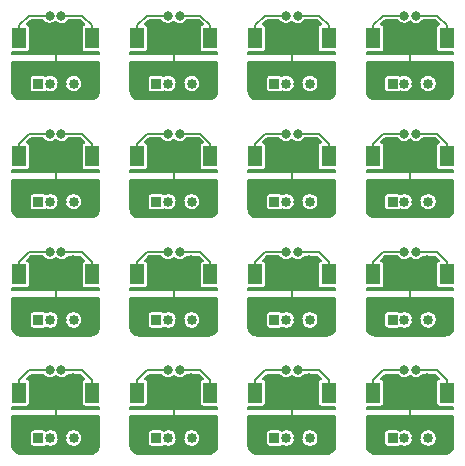
<source format=gtl>
%MOIN*%
%OFA0B0*%
%FSLAX46Y46*%
%IPPOS*%
%LPD*%
%ADD10R,0.0475590157480315X0.06936220472440946*%
%ADD11R,0.033464566929133861X0.033464566929133861*%
%ADD12O,0.033464566929133861X0.033464566929133861*%
%ADD13C,0.031496062992125991*%
%ADD14C,0.0078740157480314977*%
%ADD25R,0.0475590157480315X0.06936220472440946*%
%ADD26R,0.033464566929133861X0.033464566929133861*%
%ADD27O,0.033464566929133861X0.033464566929133861*%
%ADD28C,0.031496062992125991*%
%ADD29C,0.0078740157480314977*%
%ADD30R,0.0475590157480315X0.06936220472440946*%
%ADD31R,0.033464566929133861X0.033464566929133861*%
%ADD32O,0.033464566929133861X0.033464566929133861*%
%ADD33C,0.031496062992125991*%
%ADD34C,0.0078740157480314977*%
%ADD35R,0.0475590157480315X0.06936220472440946*%
%ADD36R,0.033464566929133861X0.033464566929133861*%
%ADD37O,0.033464566929133861X0.033464566929133861*%
%ADD38C,0.031496062992125991*%
%ADD39C,0.0078740157480314977*%
%ADD40R,0.0475590157480315X0.06936220472440946*%
%ADD41R,0.033464566929133861X0.033464566929133861*%
%ADD42O,0.033464566929133861X0.033464566929133861*%
%ADD43C,0.031496062992125991*%
%ADD44C,0.0078740157480314977*%
%ADD45R,0.0475590157480315X0.06936220472440946*%
%ADD46R,0.033464566929133861X0.033464566929133861*%
%ADD47O,0.033464566929133861X0.033464566929133861*%
%ADD48C,0.031496062992125991*%
%ADD49C,0.0078740157480314977*%
%ADD50R,0.0475590157480315X0.06936220472440946*%
%ADD51R,0.033464566929133861X0.033464566929133861*%
%ADD52O,0.033464566929133861X0.033464566929133861*%
%ADD53C,0.031496062992125991*%
%ADD54C,0.0078740157480314977*%
%ADD55R,0.0475590157480315X0.06936220472440946*%
%ADD56R,0.033464566929133861X0.033464566929133861*%
%ADD57O,0.033464566929133861X0.033464566929133861*%
%ADD58C,0.031496062992125991*%
%ADD59C,0.0078740157480314977*%
%ADD60R,0.0475590157480315X0.06936220472440946*%
%ADD61R,0.033464566929133861X0.033464566929133861*%
%ADD62O,0.033464566929133861X0.033464566929133861*%
%ADD63C,0.031496062992125991*%
%ADD64C,0.0078740157480314977*%
%ADD65R,0.0475590157480315X0.06936220472440946*%
%ADD66R,0.033464566929133861X0.033464566929133861*%
%ADD67O,0.033464566929133861X0.033464566929133861*%
%ADD68C,0.031496062992125991*%
%ADD69C,0.0078740157480314977*%
%ADD70R,0.0475590157480315X0.06936220472440946*%
%ADD71R,0.033464566929133861X0.033464566929133861*%
%ADD72O,0.033464566929133861X0.033464566929133861*%
%ADD73C,0.031496062992125991*%
%ADD74C,0.0078740157480314977*%
%ADD75R,0.0475590157480315X0.06936220472440946*%
%ADD76R,0.033464566929133861X0.033464566929133861*%
%ADD77O,0.033464566929133861X0.033464566929133861*%
%ADD78C,0.031496062992125991*%
%ADD79C,0.0078740157480314977*%
%ADD80R,0.0475590157480315X0.06936220472440946*%
%ADD81R,0.033464566929133861X0.033464566929133861*%
%ADD82O,0.033464566929133861X0.033464566929133861*%
%ADD83C,0.031496062992125991*%
%ADD84C,0.0078740157480314977*%
%ADD85R,0.0475590157480315X0.06936220472440946*%
%ADD86R,0.033464566929133861X0.033464566929133861*%
%ADD87O,0.033464566929133861X0.033464566929133861*%
%ADD88C,0.031496062992125991*%
%ADD89C,0.0078740157480314977*%
%ADD90R,0.0475590157480315X0.06936220472440946*%
%ADD91R,0.033464566929133861X0.033464566929133861*%
%ADD92O,0.033464566929133861X0.033464566929133861*%
%ADD93C,0.031496062992125991*%
%ADD94C,0.0078740157480314977*%
%ADD95R,0.0475590157480315X0.06936220472440946*%
%ADD96R,0.033464566929133861X0.033464566929133861*%
%ADD97O,0.033464566929133861X0.033464566929133861*%
%ADD98C,0.031496062992125991*%
%ADD99C,0.0078740157480314977*%
D10*
X0000000000Y0003937007D02*
X0000035480Y0003838582D03*
X0000279480Y0003838582D03*
D11*
X0000099409Y0003687007D03*
D12*
X0000138779Y0003687007D03*
X0000178149Y0003687007D03*
X0000217519Y0003687007D03*
D13*
X0000214566Y0003886614D03*
X0000137402Y0003914370D03*
X0000176771Y0003914173D03*
D14*
X0000157480Y0003757874D02*
X0000157480Y0003787401D01*
X0000068712Y0003914370D02*
X0000137402Y0003914370D01*
X0000035480Y0003838582D02*
X0000035480Y0003881137D01*
X0000035480Y0003881137D02*
X0000068712Y0003914370D01*
X0000246444Y0003914173D02*
X0000176771Y0003914173D01*
X0000279480Y0003838582D02*
X0000279480Y0003881137D01*
X0000279480Y0003881137D02*
X0000246444Y0003914173D01*
G36*
X0000302165Y0003662043D02*
G01*
X0000301599Y0003656267D01*
X0000300103Y0003651313D01*
X0000297674Y0003646745D01*
X0000294403Y0003642735D01*
X0000290416Y0003639436D01*
X0000285865Y0003636975D01*
X0000280921Y0003635445D01*
X0000275185Y0003634842D01*
X0000039995Y0003634842D01*
X0000034220Y0003635408D01*
X0000029266Y0003636904D01*
X0000024697Y0003639333D01*
X0000020687Y0003642604D01*
X0000017389Y0003646591D01*
X0000014928Y0003651142D01*
X0000013398Y0003656086D01*
X0000012795Y0003661822D01*
X0000012795Y0003703740D01*
X0000070809Y0003703740D01*
X0000070809Y0003670275D01*
X0000071037Y0003667960D01*
X0000071712Y0003665733D01*
X0000072809Y0003663682D01*
X0000074285Y0003661883D01*
X0000076083Y0003660407D01*
X0000078135Y0003659310D01*
X0000080361Y0003658635D01*
X0000082677Y0003658407D01*
X0000116141Y0003658407D01*
X0000118457Y0003658635D01*
X0000120683Y0003659310D01*
X0000122735Y0003660407D01*
X0000124533Y0003661883D01*
X0000124700Y0003662086D01*
X0000125259Y0003661713D01*
X0000130453Y0003659561D01*
X0000135968Y0003658464D01*
X0000141590Y0003658464D01*
X0000147105Y0003659561D01*
X0000152299Y0003661713D01*
X0000156974Y0003664836D01*
X0000160950Y0003668812D01*
X0000164074Y0003673487D01*
X0000166225Y0003678682D01*
X0000167322Y0003684196D01*
X0000167322Y0003689819D01*
X0000188976Y0003689819D01*
X0000188976Y0003684196D01*
X0000190073Y0003678682D01*
X0000192224Y0003673487D01*
X0000195348Y0003668812D01*
X0000199324Y0003664836D01*
X0000203999Y0003661713D01*
X0000209193Y0003659561D01*
X0000214708Y0003658464D01*
X0000220330Y0003658464D01*
X0000225845Y0003659561D01*
X0000231040Y0003661713D01*
X0000235715Y0003664836D01*
X0000239690Y0003668812D01*
X0000242814Y0003673487D01*
X0000244966Y0003678682D01*
X0000246062Y0003684196D01*
X0000246062Y0003689819D01*
X0000244966Y0003695333D01*
X0000242814Y0003700528D01*
X0000239690Y0003705203D01*
X0000235715Y0003709178D01*
X0000231040Y0003712302D01*
X0000225845Y0003714454D01*
X0000220330Y0003715551D01*
X0000214708Y0003715551D01*
X0000209193Y0003714454D01*
X0000203999Y0003712302D01*
X0000199324Y0003709178D01*
X0000195348Y0003705203D01*
X0000192224Y0003700528D01*
X0000190073Y0003695333D01*
X0000188976Y0003689819D01*
X0000167322Y0003689819D01*
X0000166225Y0003695333D01*
X0000164074Y0003700528D01*
X0000160950Y0003705203D01*
X0000156974Y0003709178D01*
X0000152299Y0003712302D01*
X0000147105Y0003714454D01*
X0000141590Y0003715551D01*
X0000135968Y0003715551D01*
X0000130453Y0003714454D01*
X0000125259Y0003712302D01*
X0000124700Y0003711929D01*
X0000124533Y0003712132D01*
X0000122735Y0003713608D01*
X0000120683Y0003714704D01*
X0000118457Y0003715380D01*
X0000116141Y0003715608D01*
X0000082677Y0003715608D01*
X0000080361Y0003715380D01*
X0000078135Y0003714704D01*
X0000076083Y0003713608D01*
X0000074285Y0003712132D01*
X0000072809Y0003710333D01*
X0000071712Y0003708281D01*
X0000071037Y0003706055D01*
X0000070809Y0003703740D01*
X0000012795Y0003703740D01*
X0000012795Y0003759842D01*
X0000302165Y0003759842D01*
X0000302165Y0003662043D01*
G37*
X0000302165Y0003662043D02*
X0000301599Y0003656267D01*
X0000300103Y0003651313D01*
X0000297674Y0003646745D01*
X0000294403Y0003642735D01*
X0000290416Y0003639436D01*
X0000285865Y0003636975D01*
X0000280921Y0003635445D01*
X0000275185Y0003634842D01*
X0000039995Y0003634842D01*
X0000034220Y0003635408D01*
X0000029266Y0003636904D01*
X0000024697Y0003639333D01*
X0000020687Y0003642604D01*
X0000017389Y0003646591D01*
X0000014928Y0003651142D01*
X0000013398Y0003656086D01*
X0000012795Y0003661822D01*
X0000012795Y0003703740D01*
X0000070809Y0003703740D01*
X0000070809Y0003670275D01*
X0000071037Y0003667960D01*
X0000071712Y0003665733D01*
X0000072809Y0003663682D01*
X0000074285Y0003661883D01*
X0000076083Y0003660407D01*
X0000078135Y0003659310D01*
X0000080361Y0003658635D01*
X0000082677Y0003658407D01*
X0000116141Y0003658407D01*
X0000118457Y0003658635D01*
X0000120683Y0003659310D01*
X0000122735Y0003660407D01*
X0000124533Y0003661883D01*
X0000124700Y0003662086D01*
X0000125259Y0003661713D01*
X0000130453Y0003659561D01*
X0000135968Y0003658464D01*
X0000141590Y0003658464D01*
X0000147105Y0003659561D01*
X0000152299Y0003661713D01*
X0000156974Y0003664836D01*
X0000160950Y0003668812D01*
X0000164074Y0003673487D01*
X0000166225Y0003678682D01*
X0000167322Y0003684196D01*
X0000167322Y0003689819D01*
X0000188976Y0003689819D01*
X0000188976Y0003684196D01*
X0000190073Y0003678682D01*
X0000192224Y0003673487D01*
X0000195348Y0003668812D01*
X0000199324Y0003664836D01*
X0000203999Y0003661713D01*
X0000209193Y0003659561D01*
X0000214708Y0003658464D01*
X0000220330Y0003658464D01*
X0000225845Y0003659561D01*
X0000231040Y0003661713D01*
X0000235715Y0003664836D01*
X0000239690Y0003668812D01*
X0000242814Y0003673487D01*
X0000244966Y0003678682D01*
X0000246062Y0003684196D01*
X0000246062Y0003689819D01*
X0000244966Y0003695333D01*
X0000242814Y0003700528D01*
X0000239690Y0003705203D01*
X0000235715Y0003709178D01*
X0000231040Y0003712302D01*
X0000225845Y0003714454D01*
X0000220330Y0003715551D01*
X0000214708Y0003715551D01*
X0000209193Y0003714454D01*
X0000203999Y0003712302D01*
X0000199324Y0003709178D01*
X0000195348Y0003705203D01*
X0000192224Y0003700528D01*
X0000190073Y0003695333D01*
X0000188976Y0003689819D01*
X0000167322Y0003689819D01*
X0000166225Y0003695333D01*
X0000164074Y0003700528D01*
X0000160950Y0003705203D01*
X0000156974Y0003709178D01*
X0000152299Y0003712302D01*
X0000147105Y0003714454D01*
X0000141590Y0003715551D01*
X0000135968Y0003715551D01*
X0000130453Y0003714454D01*
X0000125259Y0003712302D01*
X0000124700Y0003711929D01*
X0000124533Y0003712132D01*
X0000122735Y0003713608D01*
X0000120683Y0003714704D01*
X0000118457Y0003715380D01*
X0000116141Y0003715608D01*
X0000082677Y0003715608D01*
X0000080361Y0003715380D01*
X0000078135Y0003714704D01*
X0000076083Y0003713608D01*
X0000074285Y0003712132D01*
X0000072809Y0003710333D01*
X0000071712Y0003708281D01*
X0000071037Y0003706055D01*
X0000070809Y0003703740D01*
X0000012795Y0003703740D01*
X0000012795Y0003759842D01*
X0000302165Y0003759842D01*
X0000302165Y0003662043D01*
G36*
X0000115995Y0003896802D02*
G01*
X0000119834Y0003892963D01*
X0000124347Y0003889947D01*
X0000129363Y0003887870D01*
X0000134687Y0003886811D01*
X0000140116Y0003886811D01*
X0000145440Y0003887870D01*
X0000150456Y0003889947D01*
X0000154969Y0003892963D01*
X0000156988Y0003894982D01*
X0000159203Y0003892766D01*
X0000163717Y0003889750D01*
X0000168732Y0003887673D01*
X0000174057Y0003886614D01*
X0000179485Y0003886614D01*
X0000184810Y0003887673D01*
X0000189825Y0003889750D01*
X0000194339Y0003892766D01*
X0000198178Y0003896605D01*
X0000199394Y0003898425D01*
X0000239921Y0003898425D01*
X0000253437Y0003884909D01*
X0000253385Y0003884903D01*
X0000251159Y0003884228D01*
X0000249107Y0003883131D01*
X0000247308Y0003881655D01*
X0000245832Y0003879857D01*
X0000244736Y0003877805D01*
X0000244060Y0003875579D01*
X0000243832Y0003873263D01*
X0000243832Y0003803901D01*
X0000244060Y0003801586D01*
X0000244736Y0003799359D01*
X0000245832Y0003797307D01*
X0000247308Y0003795509D01*
X0000249107Y0003794033D01*
X0000251159Y0003792936D01*
X0000253385Y0003792261D01*
X0000255700Y0003792033D01*
X0000302165Y0003792033D01*
X0000302165Y0003785433D01*
X0000012795Y0003785433D01*
X0000012795Y0003792033D01*
X0000059259Y0003792033D01*
X0000061575Y0003792261D01*
X0000063801Y0003792936D01*
X0000065853Y0003794033D01*
X0000067651Y0003795509D01*
X0000069127Y0003797307D01*
X0000070224Y0003799359D01*
X0000070899Y0003801586D01*
X0000071127Y0003803901D01*
X0000071127Y0003873263D01*
X0000070899Y0003875579D01*
X0000070224Y0003877805D01*
X0000069127Y0003879857D01*
X0000067651Y0003881655D01*
X0000065853Y0003883131D01*
X0000063801Y0003884228D01*
X0000061575Y0003884903D01*
X0000061522Y0003884909D01*
X0000075235Y0003898622D01*
X0000114779Y0003898622D01*
X0000115995Y0003896802D01*
G37*
X0000115995Y0003896802D02*
X0000119834Y0003892963D01*
X0000124347Y0003889947D01*
X0000129363Y0003887870D01*
X0000134687Y0003886811D01*
X0000140116Y0003886811D01*
X0000145440Y0003887870D01*
X0000150456Y0003889947D01*
X0000154969Y0003892963D01*
X0000156988Y0003894982D01*
X0000159203Y0003892766D01*
X0000163717Y0003889750D01*
X0000168732Y0003887673D01*
X0000174057Y0003886614D01*
X0000179485Y0003886614D01*
X0000184810Y0003887673D01*
X0000189825Y0003889750D01*
X0000194339Y0003892766D01*
X0000198178Y0003896605D01*
X0000199394Y0003898425D01*
X0000239921Y0003898425D01*
X0000253437Y0003884909D01*
X0000253385Y0003884903D01*
X0000251159Y0003884228D01*
X0000249107Y0003883131D01*
X0000247308Y0003881655D01*
X0000245832Y0003879857D01*
X0000244736Y0003877805D01*
X0000244060Y0003875579D01*
X0000243832Y0003873263D01*
X0000243832Y0003803901D01*
X0000244060Y0003801586D01*
X0000244736Y0003799359D01*
X0000245832Y0003797307D01*
X0000247308Y0003795509D01*
X0000249107Y0003794033D01*
X0000251159Y0003792936D01*
X0000253385Y0003792261D01*
X0000255700Y0003792033D01*
X0000302165Y0003792033D01*
X0000302165Y0003785433D01*
X0000012795Y0003785433D01*
X0000012795Y0003792033D01*
X0000059259Y0003792033D01*
X0000061575Y0003792261D01*
X0000063801Y0003792936D01*
X0000065853Y0003794033D01*
X0000067651Y0003795509D01*
X0000069127Y0003797307D01*
X0000070224Y0003799359D01*
X0000070899Y0003801586D01*
X0000071127Y0003803901D01*
X0000071127Y0003873263D01*
X0000070899Y0003875579D01*
X0000070224Y0003877805D01*
X0000069127Y0003879857D01*
X0000067651Y0003881655D01*
X0000065853Y0003883131D01*
X0000063801Y0003884228D01*
X0000061575Y0003884903D01*
X0000061522Y0003884909D01*
X0000075235Y0003898622D01*
X0000114779Y0003898622D01*
X0000115995Y0003896802D01*
G04 next file*
G04 #@! TF.GenerationSoftware,KiCad,Pcbnew,(5.1.5)-3*
G04 #@! TF.CreationDate,2021-04-29T13:46:15+02:00*
G04 #@! TF.ProjectId,Hivetracker,48697665-7472-4616-936b-65722e6b6963,rev?*
G04 #@! TF.SameCoordinates,PX2562500PY28a0640*
G04 #@! TF.FileFunction,Copper,L1,Top*
G04 #@! TF.FilePolarity,Positive*
G04 Gerber Fmt 4.6, Leading zero omitted, Abs format (unit mm)*
G04 Created by KiCad (PCBNEW (5.1.5)-3) date 2021-04-29 13:46:15*
G04 APERTURE LIST*
G04 APERTURE END LIST*
D25*
X0000393700Y0003937007D02*
X0000429181Y0003838582D03*
X0000673181Y0003838582D03*
D26*
X0000493110Y0003687007D03*
D27*
X0000532480Y0003687007D03*
X0000571850Y0003687007D03*
X0000611220Y0003687007D03*
D28*
X0000608267Y0003886614D03*
X0000531102Y0003914370D03*
X0000570472Y0003914173D03*
D29*
X0000551181Y0003757874D02*
X0000551181Y0003787401D01*
X0000462413Y0003914370D02*
X0000531102Y0003914370D01*
X0000429181Y0003838582D02*
X0000429181Y0003881137D01*
X0000429181Y0003881137D02*
X0000462413Y0003914370D01*
X0000640145Y0003914173D02*
X0000570472Y0003914173D01*
X0000673181Y0003838582D02*
X0000673181Y0003881137D01*
X0000673181Y0003881137D02*
X0000640145Y0003914173D01*
G36*
X0000695866Y0003662043D02*
G01*
X0000695299Y0003656267D01*
X0000693804Y0003651313D01*
X0000691374Y0003646745D01*
X0000688104Y0003642735D01*
X0000684117Y0003639436D01*
X0000679565Y0003636975D01*
X0000674622Y0003635445D01*
X0000668886Y0003634842D01*
X0000433696Y0003634842D01*
X0000427921Y0003635408D01*
X0000422967Y0003636904D01*
X0000418398Y0003639333D01*
X0000414388Y0003642604D01*
X0000411090Y0003646591D01*
X0000408629Y0003651142D01*
X0000407098Y0003656086D01*
X0000406496Y0003661822D01*
X0000406496Y0003703740D01*
X0000464509Y0003703740D01*
X0000464509Y0003670275D01*
X0000464737Y0003667960D01*
X0000465413Y0003665733D01*
X0000466509Y0003663682D01*
X0000467985Y0003661883D01*
X0000469784Y0003660407D01*
X0000471836Y0003659310D01*
X0000474062Y0003658635D01*
X0000476377Y0003658407D01*
X0000509842Y0003658407D01*
X0000512157Y0003658635D01*
X0000514384Y0003659310D01*
X0000516436Y0003660407D01*
X0000518234Y0003661883D01*
X0000518401Y0003662086D01*
X0000518960Y0003661713D01*
X0000524154Y0003659561D01*
X0000529669Y0003658464D01*
X0000535291Y0003658464D01*
X0000540806Y0003659561D01*
X0000546000Y0003661713D01*
X0000550675Y0003664836D01*
X0000554651Y0003668812D01*
X0000557775Y0003673487D01*
X0000559926Y0003678682D01*
X0000561023Y0003684196D01*
X0000561023Y0003689819D01*
X0000582677Y0003689819D01*
X0000582677Y0003684196D01*
X0000583774Y0003678682D01*
X0000585925Y0003673487D01*
X0000589049Y0003668812D01*
X0000593025Y0003664836D01*
X0000597700Y0003661713D01*
X0000602894Y0003659561D01*
X0000608409Y0003658464D01*
X0000614031Y0003658464D01*
X0000619546Y0003659561D01*
X0000624740Y0003661713D01*
X0000629415Y0003664836D01*
X0000633391Y0003668812D01*
X0000636515Y0003673487D01*
X0000638666Y0003678682D01*
X0000639763Y0003684196D01*
X0000639763Y0003689819D01*
X0000638666Y0003695333D01*
X0000636515Y0003700528D01*
X0000633391Y0003705203D01*
X0000629415Y0003709178D01*
X0000624740Y0003712302D01*
X0000619546Y0003714454D01*
X0000614031Y0003715551D01*
X0000608409Y0003715551D01*
X0000602894Y0003714454D01*
X0000597700Y0003712302D01*
X0000593025Y0003709178D01*
X0000589049Y0003705203D01*
X0000585925Y0003700528D01*
X0000583774Y0003695333D01*
X0000582677Y0003689819D01*
X0000561023Y0003689819D01*
X0000559926Y0003695333D01*
X0000557775Y0003700528D01*
X0000554651Y0003705203D01*
X0000550675Y0003709178D01*
X0000546000Y0003712302D01*
X0000540806Y0003714454D01*
X0000535291Y0003715551D01*
X0000529669Y0003715551D01*
X0000524154Y0003714454D01*
X0000518960Y0003712302D01*
X0000518401Y0003711929D01*
X0000518234Y0003712132D01*
X0000516436Y0003713608D01*
X0000514384Y0003714704D01*
X0000512157Y0003715380D01*
X0000509842Y0003715608D01*
X0000476377Y0003715608D01*
X0000474062Y0003715380D01*
X0000471836Y0003714704D01*
X0000469784Y0003713608D01*
X0000467985Y0003712132D01*
X0000466509Y0003710333D01*
X0000465413Y0003708281D01*
X0000464737Y0003706055D01*
X0000464509Y0003703740D01*
X0000406496Y0003703740D01*
X0000406496Y0003759842D01*
X0000695866Y0003759842D01*
X0000695866Y0003662043D01*
G37*
X0000695866Y0003662043D02*
X0000695299Y0003656267D01*
X0000693804Y0003651313D01*
X0000691374Y0003646745D01*
X0000688104Y0003642735D01*
X0000684117Y0003639436D01*
X0000679565Y0003636975D01*
X0000674622Y0003635445D01*
X0000668886Y0003634842D01*
X0000433696Y0003634842D01*
X0000427921Y0003635408D01*
X0000422967Y0003636904D01*
X0000418398Y0003639333D01*
X0000414388Y0003642604D01*
X0000411090Y0003646591D01*
X0000408629Y0003651142D01*
X0000407098Y0003656086D01*
X0000406496Y0003661822D01*
X0000406496Y0003703740D01*
X0000464509Y0003703740D01*
X0000464509Y0003670275D01*
X0000464737Y0003667960D01*
X0000465413Y0003665733D01*
X0000466509Y0003663682D01*
X0000467985Y0003661883D01*
X0000469784Y0003660407D01*
X0000471836Y0003659310D01*
X0000474062Y0003658635D01*
X0000476377Y0003658407D01*
X0000509842Y0003658407D01*
X0000512157Y0003658635D01*
X0000514384Y0003659310D01*
X0000516436Y0003660407D01*
X0000518234Y0003661883D01*
X0000518401Y0003662086D01*
X0000518960Y0003661713D01*
X0000524154Y0003659561D01*
X0000529669Y0003658464D01*
X0000535291Y0003658464D01*
X0000540806Y0003659561D01*
X0000546000Y0003661713D01*
X0000550675Y0003664836D01*
X0000554651Y0003668812D01*
X0000557775Y0003673487D01*
X0000559926Y0003678682D01*
X0000561023Y0003684196D01*
X0000561023Y0003689819D01*
X0000582677Y0003689819D01*
X0000582677Y0003684196D01*
X0000583774Y0003678682D01*
X0000585925Y0003673487D01*
X0000589049Y0003668812D01*
X0000593025Y0003664836D01*
X0000597700Y0003661713D01*
X0000602894Y0003659561D01*
X0000608409Y0003658464D01*
X0000614031Y0003658464D01*
X0000619546Y0003659561D01*
X0000624740Y0003661713D01*
X0000629415Y0003664836D01*
X0000633391Y0003668812D01*
X0000636515Y0003673487D01*
X0000638666Y0003678682D01*
X0000639763Y0003684196D01*
X0000639763Y0003689819D01*
X0000638666Y0003695333D01*
X0000636515Y0003700528D01*
X0000633391Y0003705203D01*
X0000629415Y0003709178D01*
X0000624740Y0003712302D01*
X0000619546Y0003714454D01*
X0000614031Y0003715551D01*
X0000608409Y0003715551D01*
X0000602894Y0003714454D01*
X0000597700Y0003712302D01*
X0000593025Y0003709178D01*
X0000589049Y0003705203D01*
X0000585925Y0003700528D01*
X0000583774Y0003695333D01*
X0000582677Y0003689819D01*
X0000561023Y0003689819D01*
X0000559926Y0003695333D01*
X0000557775Y0003700528D01*
X0000554651Y0003705203D01*
X0000550675Y0003709178D01*
X0000546000Y0003712302D01*
X0000540806Y0003714454D01*
X0000535291Y0003715551D01*
X0000529669Y0003715551D01*
X0000524154Y0003714454D01*
X0000518960Y0003712302D01*
X0000518401Y0003711929D01*
X0000518234Y0003712132D01*
X0000516436Y0003713608D01*
X0000514384Y0003714704D01*
X0000512157Y0003715380D01*
X0000509842Y0003715608D01*
X0000476377Y0003715608D01*
X0000474062Y0003715380D01*
X0000471836Y0003714704D01*
X0000469784Y0003713608D01*
X0000467985Y0003712132D01*
X0000466509Y0003710333D01*
X0000465413Y0003708281D01*
X0000464737Y0003706055D01*
X0000464509Y0003703740D01*
X0000406496Y0003703740D01*
X0000406496Y0003759842D01*
X0000695866Y0003759842D01*
X0000695866Y0003662043D01*
G36*
X0000509696Y0003896802D02*
G01*
X0000513534Y0003892963D01*
X0000518048Y0003889947D01*
X0000523064Y0003887870D01*
X0000528388Y0003886811D01*
X0000533817Y0003886811D01*
X0000539141Y0003887870D01*
X0000544156Y0003889947D01*
X0000548670Y0003892963D01*
X0000550689Y0003894982D01*
X0000552904Y0003892766D01*
X0000557418Y0003889750D01*
X0000562433Y0003887673D01*
X0000567758Y0003886614D01*
X0000573186Y0003886614D01*
X0000578511Y0003887673D01*
X0000583526Y0003889750D01*
X0000588040Y0003892766D01*
X0000591878Y0003896605D01*
X0000593094Y0003898425D01*
X0000633622Y0003898425D01*
X0000647138Y0003884909D01*
X0000647086Y0003884903D01*
X0000644859Y0003884228D01*
X0000642808Y0003883131D01*
X0000641009Y0003881655D01*
X0000639533Y0003879857D01*
X0000638436Y0003877805D01*
X0000637761Y0003875579D01*
X0000637533Y0003873263D01*
X0000637533Y0003803901D01*
X0000637761Y0003801586D01*
X0000638436Y0003799359D01*
X0000639533Y0003797307D01*
X0000641009Y0003795509D01*
X0000642808Y0003794033D01*
X0000644859Y0003792936D01*
X0000647086Y0003792261D01*
X0000649401Y0003792033D01*
X0000695866Y0003792033D01*
X0000695866Y0003785433D01*
X0000406496Y0003785433D01*
X0000406496Y0003792033D01*
X0000452960Y0003792033D01*
X0000455275Y0003792261D01*
X0000457502Y0003792936D01*
X0000459554Y0003794033D01*
X0000461352Y0003795509D01*
X0000462828Y0003797307D01*
X0000463925Y0003799359D01*
X0000464600Y0003801586D01*
X0000464828Y0003803901D01*
X0000464828Y0003873263D01*
X0000464600Y0003875579D01*
X0000463925Y0003877805D01*
X0000462828Y0003879857D01*
X0000461352Y0003881655D01*
X0000459554Y0003883131D01*
X0000457502Y0003884228D01*
X0000455275Y0003884903D01*
X0000455223Y0003884909D01*
X0000468936Y0003898622D01*
X0000508480Y0003898622D01*
X0000509696Y0003896802D01*
G37*
X0000509696Y0003896802D02*
X0000513534Y0003892963D01*
X0000518048Y0003889947D01*
X0000523064Y0003887870D01*
X0000528388Y0003886811D01*
X0000533817Y0003886811D01*
X0000539141Y0003887870D01*
X0000544156Y0003889947D01*
X0000548670Y0003892963D01*
X0000550689Y0003894982D01*
X0000552904Y0003892766D01*
X0000557418Y0003889750D01*
X0000562433Y0003887673D01*
X0000567758Y0003886614D01*
X0000573186Y0003886614D01*
X0000578511Y0003887673D01*
X0000583526Y0003889750D01*
X0000588040Y0003892766D01*
X0000591878Y0003896605D01*
X0000593094Y0003898425D01*
X0000633622Y0003898425D01*
X0000647138Y0003884909D01*
X0000647086Y0003884903D01*
X0000644859Y0003884228D01*
X0000642808Y0003883131D01*
X0000641009Y0003881655D01*
X0000639533Y0003879857D01*
X0000638436Y0003877805D01*
X0000637761Y0003875579D01*
X0000637533Y0003873263D01*
X0000637533Y0003803901D01*
X0000637761Y0003801586D01*
X0000638436Y0003799359D01*
X0000639533Y0003797307D01*
X0000641009Y0003795509D01*
X0000642808Y0003794033D01*
X0000644859Y0003792936D01*
X0000647086Y0003792261D01*
X0000649401Y0003792033D01*
X0000695866Y0003792033D01*
X0000695866Y0003785433D01*
X0000406496Y0003785433D01*
X0000406496Y0003792033D01*
X0000452960Y0003792033D01*
X0000455275Y0003792261D01*
X0000457502Y0003792936D01*
X0000459554Y0003794033D01*
X0000461352Y0003795509D01*
X0000462828Y0003797307D01*
X0000463925Y0003799359D01*
X0000464600Y0003801586D01*
X0000464828Y0003803901D01*
X0000464828Y0003873263D01*
X0000464600Y0003875579D01*
X0000463925Y0003877805D01*
X0000462828Y0003879857D01*
X0000461352Y0003881655D01*
X0000459554Y0003883131D01*
X0000457502Y0003884228D01*
X0000455275Y0003884903D01*
X0000455223Y0003884909D01*
X0000468936Y0003898622D01*
X0000508480Y0003898622D01*
X0000509696Y0003896802D01*
G04 next file*
G04 #@! TF.GenerationSoftware,KiCad,Pcbnew,(5.1.5)-3*
G04 #@! TF.CreationDate,2021-04-29T13:46:15+02:00*
G04 #@! TF.ProjectId,Hivetracker,48697665-7472-4616-936b-65722e6b6963,rev?*
G04 #@! TF.SameCoordinates,PX2562500PY28a0640*
G04 #@! TF.FileFunction,Copper,L1,Top*
G04 #@! TF.FilePolarity,Positive*
G04 Gerber Fmt 4.6, Leading zero omitted, Abs format (unit mm)*
G04 Created by KiCad (PCBNEW (5.1.5)-3) date 2021-04-29 13:46:15*
G04 APERTURE LIST*
G04 APERTURE END LIST*
D30*
X0000787401Y0003937007D02*
X0000822881Y0003838582D03*
X0001066881Y0003838582D03*
D31*
X0000886811Y0003687007D03*
D32*
X0000926181Y0003687007D03*
X0000965551Y0003687007D03*
X0001004921Y0003687007D03*
D33*
X0001001968Y0003886614D03*
X0000924803Y0003914370D03*
X0000964173Y0003914173D03*
D34*
X0000944881Y0003757874D02*
X0000944881Y0003787401D01*
X0000856114Y0003914370D02*
X0000924803Y0003914370D01*
X0000822881Y0003838582D02*
X0000822881Y0003881137D01*
X0000822881Y0003881137D02*
X0000856114Y0003914370D01*
X0001033846Y0003914173D02*
X0000964173Y0003914173D01*
X0001066881Y0003838582D02*
X0001066881Y0003881137D01*
X0001066881Y0003881137D02*
X0001033846Y0003914173D01*
G36*
X0001089566Y0003662043D02*
G01*
X0001089000Y0003656267D01*
X0001087505Y0003651313D01*
X0001085075Y0003646745D01*
X0001081805Y0003642735D01*
X0001077818Y0003639436D01*
X0001073266Y0003636975D01*
X0001068323Y0003635445D01*
X0001062587Y0003634842D01*
X0000827397Y0003634842D01*
X0000821621Y0003635408D01*
X0000816668Y0003636904D01*
X0000812099Y0003639333D01*
X0000808089Y0003642604D01*
X0000804791Y0003646591D01*
X0000802329Y0003651142D01*
X0000800799Y0003656086D01*
X0000800196Y0003661822D01*
X0000800196Y0003703740D01*
X0000858210Y0003703740D01*
X0000858210Y0003670275D01*
X0000858438Y0003667960D01*
X0000859114Y0003665733D01*
X0000860210Y0003663682D01*
X0000861686Y0003661883D01*
X0000863485Y0003660407D01*
X0000865537Y0003659310D01*
X0000867763Y0003658635D01*
X0000870078Y0003658407D01*
X0000903543Y0003658407D01*
X0000905858Y0003658635D01*
X0000908085Y0003659310D01*
X0000910136Y0003660407D01*
X0000911935Y0003661883D01*
X0000912101Y0003662086D01*
X0000912660Y0003661713D01*
X0000917855Y0003659561D01*
X0000923369Y0003658464D01*
X0000928992Y0003658464D01*
X0000934506Y0003659561D01*
X0000939701Y0003661713D01*
X0000944376Y0003664836D01*
X0000948352Y0003668812D01*
X0000951475Y0003673487D01*
X0000953627Y0003678682D01*
X0000954724Y0003684196D01*
X0000954724Y0003689819D01*
X0000976377Y0003689819D01*
X0000976377Y0003684196D01*
X0000977474Y0003678682D01*
X0000979626Y0003673487D01*
X0000982750Y0003668812D01*
X0000986725Y0003664836D01*
X0000991400Y0003661713D01*
X0000996595Y0003659561D01*
X0001002110Y0003658464D01*
X0001007732Y0003658464D01*
X0001013247Y0003659561D01*
X0001018441Y0003661713D01*
X0001023116Y0003664836D01*
X0001027092Y0003668812D01*
X0001030216Y0003673487D01*
X0001032367Y0003678682D01*
X0001033464Y0003684196D01*
X0001033464Y0003689819D01*
X0001032367Y0003695333D01*
X0001030216Y0003700528D01*
X0001027092Y0003705203D01*
X0001023116Y0003709178D01*
X0001018441Y0003712302D01*
X0001013247Y0003714454D01*
X0001007732Y0003715551D01*
X0001002110Y0003715551D01*
X0000996595Y0003714454D01*
X0000991400Y0003712302D01*
X0000986725Y0003709178D01*
X0000982750Y0003705203D01*
X0000979626Y0003700528D01*
X0000977474Y0003695333D01*
X0000976377Y0003689819D01*
X0000954724Y0003689819D01*
X0000953627Y0003695333D01*
X0000951475Y0003700528D01*
X0000948352Y0003705203D01*
X0000944376Y0003709178D01*
X0000939701Y0003712302D01*
X0000934506Y0003714454D01*
X0000928992Y0003715551D01*
X0000923369Y0003715551D01*
X0000917855Y0003714454D01*
X0000912660Y0003712302D01*
X0000912101Y0003711929D01*
X0000911935Y0003712132D01*
X0000910136Y0003713608D01*
X0000908085Y0003714704D01*
X0000905858Y0003715380D01*
X0000903543Y0003715608D01*
X0000870078Y0003715608D01*
X0000867763Y0003715380D01*
X0000865537Y0003714704D01*
X0000863485Y0003713608D01*
X0000861686Y0003712132D01*
X0000860210Y0003710333D01*
X0000859114Y0003708281D01*
X0000858438Y0003706055D01*
X0000858210Y0003703740D01*
X0000800196Y0003703740D01*
X0000800196Y0003759842D01*
X0001089566Y0003759842D01*
X0001089566Y0003662043D01*
G37*
X0001089566Y0003662043D02*
X0001089000Y0003656267D01*
X0001087505Y0003651313D01*
X0001085075Y0003646745D01*
X0001081805Y0003642735D01*
X0001077818Y0003639436D01*
X0001073266Y0003636975D01*
X0001068323Y0003635445D01*
X0001062587Y0003634842D01*
X0000827397Y0003634842D01*
X0000821621Y0003635408D01*
X0000816668Y0003636904D01*
X0000812099Y0003639333D01*
X0000808089Y0003642604D01*
X0000804791Y0003646591D01*
X0000802329Y0003651142D01*
X0000800799Y0003656086D01*
X0000800196Y0003661822D01*
X0000800196Y0003703740D01*
X0000858210Y0003703740D01*
X0000858210Y0003670275D01*
X0000858438Y0003667960D01*
X0000859114Y0003665733D01*
X0000860210Y0003663682D01*
X0000861686Y0003661883D01*
X0000863485Y0003660407D01*
X0000865537Y0003659310D01*
X0000867763Y0003658635D01*
X0000870078Y0003658407D01*
X0000903543Y0003658407D01*
X0000905858Y0003658635D01*
X0000908085Y0003659310D01*
X0000910136Y0003660407D01*
X0000911935Y0003661883D01*
X0000912101Y0003662086D01*
X0000912660Y0003661713D01*
X0000917855Y0003659561D01*
X0000923369Y0003658464D01*
X0000928992Y0003658464D01*
X0000934506Y0003659561D01*
X0000939701Y0003661713D01*
X0000944376Y0003664836D01*
X0000948352Y0003668812D01*
X0000951475Y0003673487D01*
X0000953627Y0003678682D01*
X0000954724Y0003684196D01*
X0000954724Y0003689819D01*
X0000976377Y0003689819D01*
X0000976377Y0003684196D01*
X0000977474Y0003678682D01*
X0000979626Y0003673487D01*
X0000982750Y0003668812D01*
X0000986725Y0003664836D01*
X0000991400Y0003661713D01*
X0000996595Y0003659561D01*
X0001002110Y0003658464D01*
X0001007732Y0003658464D01*
X0001013247Y0003659561D01*
X0001018441Y0003661713D01*
X0001023116Y0003664836D01*
X0001027092Y0003668812D01*
X0001030216Y0003673487D01*
X0001032367Y0003678682D01*
X0001033464Y0003684196D01*
X0001033464Y0003689819D01*
X0001032367Y0003695333D01*
X0001030216Y0003700528D01*
X0001027092Y0003705203D01*
X0001023116Y0003709178D01*
X0001018441Y0003712302D01*
X0001013247Y0003714454D01*
X0001007732Y0003715551D01*
X0001002110Y0003715551D01*
X0000996595Y0003714454D01*
X0000991400Y0003712302D01*
X0000986725Y0003709178D01*
X0000982750Y0003705203D01*
X0000979626Y0003700528D01*
X0000977474Y0003695333D01*
X0000976377Y0003689819D01*
X0000954724Y0003689819D01*
X0000953627Y0003695333D01*
X0000951475Y0003700528D01*
X0000948352Y0003705203D01*
X0000944376Y0003709178D01*
X0000939701Y0003712302D01*
X0000934506Y0003714454D01*
X0000928992Y0003715551D01*
X0000923369Y0003715551D01*
X0000917855Y0003714454D01*
X0000912660Y0003712302D01*
X0000912101Y0003711929D01*
X0000911935Y0003712132D01*
X0000910136Y0003713608D01*
X0000908085Y0003714704D01*
X0000905858Y0003715380D01*
X0000903543Y0003715608D01*
X0000870078Y0003715608D01*
X0000867763Y0003715380D01*
X0000865537Y0003714704D01*
X0000863485Y0003713608D01*
X0000861686Y0003712132D01*
X0000860210Y0003710333D01*
X0000859114Y0003708281D01*
X0000858438Y0003706055D01*
X0000858210Y0003703740D01*
X0000800196Y0003703740D01*
X0000800196Y0003759842D01*
X0001089566Y0003759842D01*
X0001089566Y0003662043D01*
G36*
X0000903397Y0003896802D02*
G01*
X0000907235Y0003892963D01*
X0000911749Y0003889947D01*
X0000916764Y0003887870D01*
X0000922089Y0003886811D01*
X0000927517Y0003886811D01*
X0000932842Y0003887870D01*
X0000937857Y0003889947D01*
X0000942371Y0003892963D01*
X0000944390Y0003894982D01*
X0000946605Y0003892766D01*
X0000951119Y0003889750D01*
X0000956134Y0003887673D01*
X0000961458Y0003886614D01*
X0000966887Y0003886614D01*
X0000972211Y0003887673D01*
X0000977227Y0003889750D01*
X0000981741Y0003892766D01*
X0000985579Y0003896605D01*
X0000986795Y0003898425D01*
X0001027323Y0003898425D01*
X0001040839Y0003884909D01*
X0001040787Y0003884903D01*
X0001038560Y0003884228D01*
X0001036508Y0003883131D01*
X0001034710Y0003881655D01*
X0001033234Y0003879857D01*
X0001032137Y0003877805D01*
X0001031462Y0003875579D01*
X0001031234Y0003873263D01*
X0001031234Y0003803901D01*
X0001031462Y0003801586D01*
X0001032137Y0003799359D01*
X0001033234Y0003797307D01*
X0001034710Y0003795509D01*
X0001036508Y0003794033D01*
X0001038560Y0003792936D01*
X0001040787Y0003792261D01*
X0001043102Y0003792033D01*
X0001089566Y0003792033D01*
X0001089566Y0003785433D01*
X0000800196Y0003785433D01*
X0000800196Y0003792033D01*
X0000846661Y0003792033D01*
X0000848976Y0003792261D01*
X0000851203Y0003792936D01*
X0000853254Y0003794033D01*
X0000855053Y0003795509D01*
X0000856529Y0003797307D01*
X0000857626Y0003799359D01*
X0000858301Y0003801586D01*
X0000858529Y0003803901D01*
X0000858529Y0003873263D01*
X0000858301Y0003875579D01*
X0000857626Y0003877805D01*
X0000856529Y0003879857D01*
X0000855053Y0003881655D01*
X0000853254Y0003883131D01*
X0000851203Y0003884228D01*
X0000848976Y0003884903D01*
X0000848924Y0003884909D01*
X0000862637Y0003898622D01*
X0000902181Y0003898622D01*
X0000903397Y0003896802D01*
G37*
X0000903397Y0003896802D02*
X0000907235Y0003892963D01*
X0000911749Y0003889947D01*
X0000916764Y0003887870D01*
X0000922089Y0003886811D01*
X0000927517Y0003886811D01*
X0000932842Y0003887870D01*
X0000937857Y0003889947D01*
X0000942371Y0003892963D01*
X0000944390Y0003894982D01*
X0000946605Y0003892766D01*
X0000951119Y0003889750D01*
X0000956134Y0003887673D01*
X0000961458Y0003886614D01*
X0000966887Y0003886614D01*
X0000972211Y0003887673D01*
X0000977227Y0003889750D01*
X0000981741Y0003892766D01*
X0000985579Y0003896605D01*
X0000986795Y0003898425D01*
X0001027323Y0003898425D01*
X0001040839Y0003884909D01*
X0001040787Y0003884903D01*
X0001038560Y0003884228D01*
X0001036508Y0003883131D01*
X0001034710Y0003881655D01*
X0001033234Y0003879857D01*
X0001032137Y0003877805D01*
X0001031462Y0003875579D01*
X0001031234Y0003873263D01*
X0001031234Y0003803901D01*
X0001031462Y0003801586D01*
X0001032137Y0003799359D01*
X0001033234Y0003797307D01*
X0001034710Y0003795509D01*
X0001036508Y0003794033D01*
X0001038560Y0003792936D01*
X0001040787Y0003792261D01*
X0001043102Y0003792033D01*
X0001089566Y0003792033D01*
X0001089566Y0003785433D01*
X0000800196Y0003785433D01*
X0000800196Y0003792033D01*
X0000846661Y0003792033D01*
X0000848976Y0003792261D01*
X0000851203Y0003792936D01*
X0000853254Y0003794033D01*
X0000855053Y0003795509D01*
X0000856529Y0003797307D01*
X0000857626Y0003799359D01*
X0000858301Y0003801586D01*
X0000858529Y0003803901D01*
X0000858529Y0003873263D01*
X0000858301Y0003875579D01*
X0000857626Y0003877805D01*
X0000856529Y0003879857D01*
X0000855053Y0003881655D01*
X0000853254Y0003883131D01*
X0000851203Y0003884228D01*
X0000848976Y0003884903D01*
X0000848924Y0003884909D01*
X0000862637Y0003898622D01*
X0000902181Y0003898622D01*
X0000903397Y0003896802D01*
G04 next file*
G04 #@! TF.GenerationSoftware,KiCad,Pcbnew,(5.1.5)-3*
G04 #@! TF.CreationDate,2021-04-29T13:46:15+02:00*
G04 #@! TF.ProjectId,Hivetracker,48697665-7472-4616-936b-65722e6b6963,rev?*
G04 #@! TF.SameCoordinates,PX2562500PY28a0640*
G04 #@! TF.FileFunction,Copper,L1,Top*
G04 #@! TF.FilePolarity,Positive*
G04 Gerber Fmt 4.6, Leading zero omitted, Abs format (unit mm)*
G04 Created by KiCad (PCBNEW (5.1.5)-3) date 2021-04-29 13:46:15*
G04 APERTURE LIST*
G04 APERTURE END LIST*
D35*
X0000000000Y0003543307D02*
X0000035480Y0003444881D03*
X0000279480Y0003444881D03*
D36*
X0000099409Y0003293307D03*
D37*
X0000138779Y0003293307D03*
X0000178149Y0003293307D03*
X0000217519Y0003293307D03*
D38*
X0000214566Y0003492913D03*
X0000137402Y0003520669D03*
X0000176771Y0003520472D03*
D39*
X0000157480Y0003364173D02*
X0000157480Y0003393700D01*
X0000068712Y0003520669D02*
X0000137402Y0003520669D01*
X0000035480Y0003444881D02*
X0000035480Y0003487437D01*
X0000035480Y0003487437D02*
X0000068712Y0003520669D01*
X0000246444Y0003520472D02*
X0000176771Y0003520472D01*
X0000279480Y0003444881D02*
X0000279480Y0003487437D01*
X0000279480Y0003487437D02*
X0000246444Y0003520472D01*
G36*
X0000302165Y0003268342D02*
G01*
X0000301599Y0003262566D01*
X0000300103Y0003257613D01*
X0000297674Y0003253044D01*
X0000294403Y0003249034D01*
X0000290416Y0003245735D01*
X0000285865Y0003243274D01*
X0000280921Y0003241744D01*
X0000275185Y0003241141D01*
X0000039995Y0003241141D01*
X0000034220Y0003241708D01*
X0000029266Y0003243203D01*
X0000024697Y0003245632D01*
X0000020687Y0003248903D01*
X0000017389Y0003252890D01*
X0000014928Y0003257442D01*
X0000013398Y0003262385D01*
X0000012795Y0003268121D01*
X0000012795Y0003310039D01*
X0000070809Y0003310039D01*
X0000070809Y0003276574D01*
X0000071037Y0003274259D01*
X0000071712Y0003272033D01*
X0000072809Y0003269981D01*
X0000074285Y0003268182D01*
X0000076083Y0003266706D01*
X0000078135Y0003265610D01*
X0000080361Y0003264934D01*
X0000082677Y0003264706D01*
X0000116141Y0003264706D01*
X0000118457Y0003264934D01*
X0000120683Y0003265610D01*
X0000122735Y0003266706D01*
X0000124533Y0003268182D01*
X0000124700Y0003268385D01*
X0000125259Y0003268012D01*
X0000130453Y0003265860D01*
X0000135968Y0003264763D01*
X0000141590Y0003264763D01*
X0000147105Y0003265860D01*
X0000152299Y0003268012D01*
X0000156974Y0003271136D01*
X0000160950Y0003275111D01*
X0000164074Y0003279786D01*
X0000166225Y0003284981D01*
X0000167322Y0003290495D01*
X0000167322Y0003296118D01*
X0000188976Y0003296118D01*
X0000188976Y0003290495D01*
X0000190073Y0003284981D01*
X0000192224Y0003279786D01*
X0000195348Y0003275111D01*
X0000199324Y0003271136D01*
X0000203999Y0003268012D01*
X0000209193Y0003265860D01*
X0000214708Y0003264763D01*
X0000220330Y0003264763D01*
X0000225845Y0003265860D01*
X0000231040Y0003268012D01*
X0000235715Y0003271136D01*
X0000239690Y0003275111D01*
X0000242814Y0003279786D01*
X0000244966Y0003284981D01*
X0000246062Y0003290495D01*
X0000246062Y0003296118D01*
X0000244966Y0003301632D01*
X0000242814Y0003306827D01*
X0000239690Y0003311502D01*
X0000235715Y0003315478D01*
X0000231040Y0003318601D01*
X0000225845Y0003320753D01*
X0000220330Y0003321850D01*
X0000214708Y0003321850D01*
X0000209193Y0003320753D01*
X0000203999Y0003318601D01*
X0000199324Y0003315478D01*
X0000195348Y0003311502D01*
X0000192224Y0003306827D01*
X0000190073Y0003301632D01*
X0000188976Y0003296118D01*
X0000167322Y0003296118D01*
X0000166225Y0003301632D01*
X0000164074Y0003306827D01*
X0000160950Y0003311502D01*
X0000156974Y0003315478D01*
X0000152299Y0003318601D01*
X0000147105Y0003320753D01*
X0000141590Y0003321850D01*
X0000135968Y0003321850D01*
X0000130453Y0003320753D01*
X0000125259Y0003318601D01*
X0000124700Y0003318228D01*
X0000124533Y0003318431D01*
X0000122735Y0003319907D01*
X0000120683Y0003321004D01*
X0000118457Y0003321679D01*
X0000116141Y0003321907D01*
X0000082677Y0003321907D01*
X0000080361Y0003321679D01*
X0000078135Y0003321004D01*
X0000076083Y0003319907D01*
X0000074285Y0003318431D01*
X0000072809Y0003316632D01*
X0000071712Y0003314581D01*
X0000071037Y0003312354D01*
X0000070809Y0003310039D01*
X0000012795Y0003310039D01*
X0000012795Y0003366141D01*
X0000302165Y0003366141D01*
X0000302165Y0003268342D01*
G37*
X0000302165Y0003268342D02*
X0000301599Y0003262566D01*
X0000300103Y0003257613D01*
X0000297674Y0003253044D01*
X0000294403Y0003249034D01*
X0000290416Y0003245735D01*
X0000285865Y0003243274D01*
X0000280921Y0003241744D01*
X0000275185Y0003241141D01*
X0000039995Y0003241141D01*
X0000034220Y0003241708D01*
X0000029266Y0003243203D01*
X0000024697Y0003245632D01*
X0000020687Y0003248903D01*
X0000017389Y0003252890D01*
X0000014928Y0003257442D01*
X0000013398Y0003262385D01*
X0000012795Y0003268121D01*
X0000012795Y0003310039D01*
X0000070809Y0003310039D01*
X0000070809Y0003276574D01*
X0000071037Y0003274259D01*
X0000071712Y0003272033D01*
X0000072809Y0003269981D01*
X0000074285Y0003268182D01*
X0000076083Y0003266706D01*
X0000078135Y0003265610D01*
X0000080361Y0003264934D01*
X0000082677Y0003264706D01*
X0000116141Y0003264706D01*
X0000118457Y0003264934D01*
X0000120683Y0003265610D01*
X0000122735Y0003266706D01*
X0000124533Y0003268182D01*
X0000124700Y0003268385D01*
X0000125259Y0003268012D01*
X0000130453Y0003265860D01*
X0000135968Y0003264763D01*
X0000141590Y0003264763D01*
X0000147105Y0003265860D01*
X0000152299Y0003268012D01*
X0000156974Y0003271136D01*
X0000160950Y0003275111D01*
X0000164074Y0003279786D01*
X0000166225Y0003284981D01*
X0000167322Y0003290495D01*
X0000167322Y0003296118D01*
X0000188976Y0003296118D01*
X0000188976Y0003290495D01*
X0000190073Y0003284981D01*
X0000192224Y0003279786D01*
X0000195348Y0003275111D01*
X0000199324Y0003271136D01*
X0000203999Y0003268012D01*
X0000209193Y0003265860D01*
X0000214708Y0003264763D01*
X0000220330Y0003264763D01*
X0000225845Y0003265860D01*
X0000231040Y0003268012D01*
X0000235715Y0003271136D01*
X0000239690Y0003275111D01*
X0000242814Y0003279786D01*
X0000244966Y0003284981D01*
X0000246062Y0003290495D01*
X0000246062Y0003296118D01*
X0000244966Y0003301632D01*
X0000242814Y0003306827D01*
X0000239690Y0003311502D01*
X0000235715Y0003315478D01*
X0000231040Y0003318601D01*
X0000225845Y0003320753D01*
X0000220330Y0003321850D01*
X0000214708Y0003321850D01*
X0000209193Y0003320753D01*
X0000203999Y0003318601D01*
X0000199324Y0003315478D01*
X0000195348Y0003311502D01*
X0000192224Y0003306827D01*
X0000190073Y0003301632D01*
X0000188976Y0003296118D01*
X0000167322Y0003296118D01*
X0000166225Y0003301632D01*
X0000164074Y0003306827D01*
X0000160950Y0003311502D01*
X0000156974Y0003315478D01*
X0000152299Y0003318601D01*
X0000147105Y0003320753D01*
X0000141590Y0003321850D01*
X0000135968Y0003321850D01*
X0000130453Y0003320753D01*
X0000125259Y0003318601D01*
X0000124700Y0003318228D01*
X0000124533Y0003318431D01*
X0000122735Y0003319907D01*
X0000120683Y0003321004D01*
X0000118457Y0003321679D01*
X0000116141Y0003321907D01*
X0000082677Y0003321907D01*
X0000080361Y0003321679D01*
X0000078135Y0003321004D01*
X0000076083Y0003319907D01*
X0000074285Y0003318431D01*
X0000072809Y0003316632D01*
X0000071712Y0003314581D01*
X0000071037Y0003312354D01*
X0000070809Y0003310039D01*
X0000012795Y0003310039D01*
X0000012795Y0003366141D01*
X0000302165Y0003366141D01*
X0000302165Y0003268342D01*
G36*
X0000115995Y0003503101D02*
G01*
X0000119834Y0003499262D01*
X0000124347Y0003496246D01*
X0000129363Y0003494169D01*
X0000134687Y0003493110D01*
X0000140116Y0003493110D01*
X0000145440Y0003494169D01*
X0000150456Y0003496246D01*
X0000154969Y0003499262D01*
X0000156988Y0003501281D01*
X0000159203Y0003499065D01*
X0000163717Y0003496049D01*
X0000168732Y0003493972D01*
X0000174057Y0003492913D01*
X0000179485Y0003492913D01*
X0000184810Y0003493972D01*
X0000189825Y0003496049D01*
X0000194339Y0003499065D01*
X0000198178Y0003502904D01*
X0000199394Y0003504724D01*
X0000239921Y0003504724D01*
X0000253437Y0003491208D01*
X0000253385Y0003491203D01*
X0000251159Y0003490527D01*
X0000249107Y0003489430D01*
X0000247308Y0003487955D01*
X0000245832Y0003486156D01*
X0000244736Y0003484104D01*
X0000244060Y0003481878D01*
X0000243832Y0003479562D01*
X0000243832Y0003410200D01*
X0000244060Y0003407885D01*
X0000244736Y0003405659D01*
X0000245832Y0003403607D01*
X0000247308Y0003401808D01*
X0000249107Y0003400332D01*
X0000251159Y0003399236D01*
X0000253385Y0003398560D01*
X0000255700Y0003398332D01*
X0000302165Y0003398332D01*
X0000302165Y0003391732D01*
X0000012795Y0003391732D01*
X0000012795Y0003398332D01*
X0000059259Y0003398332D01*
X0000061575Y0003398560D01*
X0000063801Y0003399236D01*
X0000065853Y0003400332D01*
X0000067651Y0003401808D01*
X0000069127Y0003403607D01*
X0000070224Y0003405659D01*
X0000070899Y0003407885D01*
X0000071127Y0003410200D01*
X0000071127Y0003479562D01*
X0000070899Y0003481878D01*
X0000070224Y0003484104D01*
X0000069127Y0003486156D01*
X0000067651Y0003487955D01*
X0000065853Y0003489430D01*
X0000063801Y0003490527D01*
X0000061575Y0003491203D01*
X0000061522Y0003491208D01*
X0000075235Y0003504921D01*
X0000114779Y0003504921D01*
X0000115995Y0003503101D01*
G37*
X0000115995Y0003503101D02*
X0000119834Y0003499262D01*
X0000124347Y0003496246D01*
X0000129363Y0003494169D01*
X0000134687Y0003493110D01*
X0000140116Y0003493110D01*
X0000145440Y0003494169D01*
X0000150456Y0003496246D01*
X0000154969Y0003499262D01*
X0000156988Y0003501281D01*
X0000159203Y0003499065D01*
X0000163717Y0003496049D01*
X0000168732Y0003493972D01*
X0000174057Y0003492913D01*
X0000179485Y0003492913D01*
X0000184810Y0003493972D01*
X0000189825Y0003496049D01*
X0000194339Y0003499065D01*
X0000198178Y0003502904D01*
X0000199394Y0003504724D01*
X0000239921Y0003504724D01*
X0000253437Y0003491208D01*
X0000253385Y0003491203D01*
X0000251159Y0003490527D01*
X0000249107Y0003489430D01*
X0000247308Y0003487955D01*
X0000245832Y0003486156D01*
X0000244736Y0003484104D01*
X0000244060Y0003481878D01*
X0000243832Y0003479562D01*
X0000243832Y0003410200D01*
X0000244060Y0003407885D01*
X0000244736Y0003405659D01*
X0000245832Y0003403607D01*
X0000247308Y0003401808D01*
X0000249107Y0003400332D01*
X0000251159Y0003399236D01*
X0000253385Y0003398560D01*
X0000255700Y0003398332D01*
X0000302165Y0003398332D01*
X0000302165Y0003391732D01*
X0000012795Y0003391732D01*
X0000012795Y0003398332D01*
X0000059259Y0003398332D01*
X0000061575Y0003398560D01*
X0000063801Y0003399236D01*
X0000065853Y0003400332D01*
X0000067651Y0003401808D01*
X0000069127Y0003403607D01*
X0000070224Y0003405659D01*
X0000070899Y0003407885D01*
X0000071127Y0003410200D01*
X0000071127Y0003479562D01*
X0000070899Y0003481878D01*
X0000070224Y0003484104D01*
X0000069127Y0003486156D01*
X0000067651Y0003487955D01*
X0000065853Y0003489430D01*
X0000063801Y0003490527D01*
X0000061575Y0003491203D01*
X0000061522Y0003491208D01*
X0000075235Y0003504921D01*
X0000114779Y0003504921D01*
X0000115995Y0003503101D01*
G04 next file*
G04 #@! TF.GenerationSoftware,KiCad,Pcbnew,(5.1.5)-3*
G04 #@! TF.CreationDate,2021-04-29T13:46:15+02:00*
G04 #@! TF.ProjectId,Hivetracker,48697665-7472-4616-936b-65722e6b6963,rev?*
G04 #@! TF.SameCoordinates,PX2562500PY28a0640*
G04 #@! TF.FileFunction,Copper,L1,Top*
G04 #@! TF.FilePolarity,Positive*
G04 Gerber Fmt 4.6, Leading zero omitted, Abs format (unit mm)*
G04 Created by KiCad (PCBNEW (5.1.5)-3) date 2021-04-29 13:46:15*
G04 APERTURE LIST*
G04 APERTURE END LIST*
D40*
X0000393700Y0003543307D02*
X0000429181Y0003444881D03*
X0000673181Y0003444881D03*
D41*
X0000493110Y0003293307D03*
D42*
X0000532480Y0003293307D03*
X0000571850Y0003293307D03*
X0000611220Y0003293307D03*
D43*
X0000608267Y0003492913D03*
X0000531102Y0003520669D03*
X0000570472Y0003520472D03*
D44*
X0000551181Y0003364173D02*
X0000551181Y0003393700D01*
X0000462413Y0003520669D02*
X0000531102Y0003520669D01*
X0000429181Y0003444881D02*
X0000429181Y0003487437D01*
X0000429181Y0003487437D02*
X0000462413Y0003520669D01*
X0000640145Y0003520472D02*
X0000570472Y0003520472D01*
X0000673181Y0003444881D02*
X0000673181Y0003487437D01*
X0000673181Y0003487437D02*
X0000640145Y0003520472D01*
G36*
X0000695866Y0003268342D02*
G01*
X0000695299Y0003262566D01*
X0000693804Y0003257613D01*
X0000691374Y0003253044D01*
X0000688104Y0003249034D01*
X0000684117Y0003245735D01*
X0000679565Y0003243274D01*
X0000674622Y0003241744D01*
X0000668886Y0003241141D01*
X0000433696Y0003241141D01*
X0000427921Y0003241708D01*
X0000422967Y0003243203D01*
X0000418398Y0003245632D01*
X0000414388Y0003248903D01*
X0000411090Y0003252890D01*
X0000408629Y0003257442D01*
X0000407098Y0003262385D01*
X0000406496Y0003268121D01*
X0000406496Y0003310039D01*
X0000464509Y0003310039D01*
X0000464509Y0003276574D01*
X0000464737Y0003274259D01*
X0000465413Y0003272033D01*
X0000466509Y0003269981D01*
X0000467985Y0003268182D01*
X0000469784Y0003266706D01*
X0000471836Y0003265610D01*
X0000474062Y0003264934D01*
X0000476377Y0003264706D01*
X0000509842Y0003264706D01*
X0000512157Y0003264934D01*
X0000514384Y0003265610D01*
X0000516436Y0003266706D01*
X0000518234Y0003268182D01*
X0000518401Y0003268385D01*
X0000518960Y0003268012D01*
X0000524154Y0003265860D01*
X0000529669Y0003264763D01*
X0000535291Y0003264763D01*
X0000540806Y0003265860D01*
X0000546000Y0003268012D01*
X0000550675Y0003271136D01*
X0000554651Y0003275111D01*
X0000557775Y0003279786D01*
X0000559926Y0003284981D01*
X0000561023Y0003290495D01*
X0000561023Y0003296118D01*
X0000582677Y0003296118D01*
X0000582677Y0003290495D01*
X0000583774Y0003284981D01*
X0000585925Y0003279786D01*
X0000589049Y0003275111D01*
X0000593025Y0003271136D01*
X0000597700Y0003268012D01*
X0000602894Y0003265860D01*
X0000608409Y0003264763D01*
X0000614031Y0003264763D01*
X0000619546Y0003265860D01*
X0000624740Y0003268012D01*
X0000629415Y0003271136D01*
X0000633391Y0003275111D01*
X0000636515Y0003279786D01*
X0000638666Y0003284981D01*
X0000639763Y0003290495D01*
X0000639763Y0003296118D01*
X0000638666Y0003301632D01*
X0000636515Y0003306827D01*
X0000633391Y0003311502D01*
X0000629415Y0003315478D01*
X0000624740Y0003318601D01*
X0000619546Y0003320753D01*
X0000614031Y0003321850D01*
X0000608409Y0003321850D01*
X0000602894Y0003320753D01*
X0000597700Y0003318601D01*
X0000593025Y0003315478D01*
X0000589049Y0003311502D01*
X0000585925Y0003306827D01*
X0000583774Y0003301632D01*
X0000582677Y0003296118D01*
X0000561023Y0003296118D01*
X0000559926Y0003301632D01*
X0000557775Y0003306827D01*
X0000554651Y0003311502D01*
X0000550675Y0003315478D01*
X0000546000Y0003318601D01*
X0000540806Y0003320753D01*
X0000535291Y0003321850D01*
X0000529669Y0003321850D01*
X0000524154Y0003320753D01*
X0000518960Y0003318601D01*
X0000518401Y0003318228D01*
X0000518234Y0003318431D01*
X0000516436Y0003319907D01*
X0000514384Y0003321004D01*
X0000512157Y0003321679D01*
X0000509842Y0003321907D01*
X0000476377Y0003321907D01*
X0000474062Y0003321679D01*
X0000471836Y0003321004D01*
X0000469784Y0003319907D01*
X0000467985Y0003318431D01*
X0000466509Y0003316632D01*
X0000465413Y0003314581D01*
X0000464737Y0003312354D01*
X0000464509Y0003310039D01*
X0000406496Y0003310039D01*
X0000406496Y0003366141D01*
X0000695866Y0003366141D01*
X0000695866Y0003268342D01*
G37*
X0000695866Y0003268342D02*
X0000695299Y0003262566D01*
X0000693804Y0003257613D01*
X0000691374Y0003253044D01*
X0000688104Y0003249034D01*
X0000684117Y0003245735D01*
X0000679565Y0003243274D01*
X0000674622Y0003241744D01*
X0000668886Y0003241141D01*
X0000433696Y0003241141D01*
X0000427921Y0003241708D01*
X0000422967Y0003243203D01*
X0000418398Y0003245632D01*
X0000414388Y0003248903D01*
X0000411090Y0003252890D01*
X0000408629Y0003257442D01*
X0000407098Y0003262385D01*
X0000406496Y0003268121D01*
X0000406496Y0003310039D01*
X0000464509Y0003310039D01*
X0000464509Y0003276574D01*
X0000464737Y0003274259D01*
X0000465413Y0003272033D01*
X0000466509Y0003269981D01*
X0000467985Y0003268182D01*
X0000469784Y0003266706D01*
X0000471836Y0003265610D01*
X0000474062Y0003264934D01*
X0000476377Y0003264706D01*
X0000509842Y0003264706D01*
X0000512157Y0003264934D01*
X0000514384Y0003265610D01*
X0000516436Y0003266706D01*
X0000518234Y0003268182D01*
X0000518401Y0003268385D01*
X0000518960Y0003268012D01*
X0000524154Y0003265860D01*
X0000529669Y0003264763D01*
X0000535291Y0003264763D01*
X0000540806Y0003265860D01*
X0000546000Y0003268012D01*
X0000550675Y0003271136D01*
X0000554651Y0003275111D01*
X0000557775Y0003279786D01*
X0000559926Y0003284981D01*
X0000561023Y0003290495D01*
X0000561023Y0003296118D01*
X0000582677Y0003296118D01*
X0000582677Y0003290495D01*
X0000583774Y0003284981D01*
X0000585925Y0003279786D01*
X0000589049Y0003275111D01*
X0000593025Y0003271136D01*
X0000597700Y0003268012D01*
X0000602894Y0003265860D01*
X0000608409Y0003264763D01*
X0000614031Y0003264763D01*
X0000619546Y0003265860D01*
X0000624740Y0003268012D01*
X0000629415Y0003271136D01*
X0000633391Y0003275111D01*
X0000636515Y0003279786D01*
X0000638666Y0003284981D01*
X0000639763Y0003290495D01*
X0000639763Y0003296118D01*
X0000638666Y0003301632D01*
X0000636515Y0003306827D01*
X0000633391Y0003311502D01*
X0000629415Y0003315478D01*
X0000624740Y0003318601D01*
X0000619546Y0003320753D01*
X0000614031Y0003321850D01*
X0000608409Y0003321850D01*
X0000602894Y0003320753D01*
X0000597700Y0003318601D01*
X0000593025Y0003315478D01*
X0000589049Y0003311502D01*
X0000585925Y0003306827D01*
X0000583774Y0003301632D01*
X0000582677Y0003296118D01*
X0000561023Y0003296118D01*
X0000559926Y0003301632D01*
X0000557775Y0003306827D01*
X0000554651Y0003311502D01*
X0000550675Y0003315478D01*
X0000546000Y0003318601D01*
X0000540806Y0003320753D01*
X0000535291Y0003321850D01*
X0000529669Y0003321850D01*
X0000524154Y0003320753D01*
X0000518960Y0003318601D01*
X0000518401Y0003318228D01*
X0000518234Y0003318431D01*
X0000516436Y0003319907D01*
X0000514384Y0003321004D01*
X0000512157Y0003321679D01*
X0000509842Y0003321907D01*
X0000476377Y0003321907D01*
X0000474062Y0003321679D01*
X0000471836Y0003321004D01*
X0000469784Y0003319907D01*
X0000467985Y0003318431D01*
X0000466509Y0003316632D01*
X0000465413Y0003314581D01*
X0000464737Y0003312354D01*
X0000464509Y0003310039D01*
X0000406496Y0003310039D01*
X0000406496Y0003366141D01*
X0000695866Y0003366141D01*
X0000695866Y0003268342D01*
G36*
X0000509696Y0003503101D02*
G01*
X0000513534Y0003499262D01*
X0000518048Y0003496246D01*
X0000523064Y0003494169D01*
X0000528388Y0003493110D01*
X0000533817Y0003493110D01*
X0000539141Y0003494169D01*
X0000544156Y0003496246D01*
X0000548670Y0003499262D01*
X0000550689Y0003501281D01*
X0000552904Y0003499065D01*
X0000557418Y0003496049D01*
X0000562433Y0003493972D01*
X0000567758Y0003492913D01*
X0000573186Y0003492913D01*
X0000578511Y0003493972D01*
X0000583526Y0003496049D01*
X0000588040Y0003499065D01*
X0000591878Y0003502904D01*
X0000593094Y0003504724D01*
X0000633622Y0003504724D01*
X0000647138Y0003491208D01*
X0000647086Y0003491203D01*
X0000644859Y0003490527D01*
X0000642808Y0003489430D01*
X0000641009Y0003487955D01*
X0000639533Y0003486156D01*
X0000638436Y0003484104D01*
X0000637761Y0003481878D01*
X0000637533Y0003479562D01*
X0000637533Y0003410200D01*
X0000637761Y0003407885D01*
X0000638436Y0003405659D01*
X0000639533Y0003403607D01*
X0000641009Y0003401808D01*
X0000642808Y0003400332D01*
X0000644859Y0003399236D01*
X0000647086Y0003398560D01*
X0000649401Y0003398332D01*
X0000695866Y0003398332D01*
X0000695866Y0003391732D01*
X0000406496Y0003391732D01*
X0000406496Y0003398332D01*
X0000452960Y0003398332D01*
X0000455275Y0003398560D01*
X0000457502Y0003399236D01*
X0000459554Y0003400332D01*
X0000461352Y0003401808D01*
X0000462828Y0003403607D01*
X0000463925Y0003405659D01*
X0000464600Y0003407885D01*
X0000464828Y0003410200D01*
X0000464828Y0003479562D01*
X0000464600Y0003481878D01*
X0000463925Y0003484104D01*
X0000462828Y0003486156D01*
X0000461352Y0003487955D01*
X0000459554Y0003489430D01*
X0000457502Y0003490527D01*
X0000455275Y0003491203D01*
X0000455223Y0003491208D01*
X0000468936Y0003504921D01*
X0000508480Y0003504921D01*
X0000509696Y0003503101D01*
G37*
X0000509696Y0003503101D02*
X0000513534Y0003499262D01*
X0000518048Y0003496246D01*
X0000523064Y0003494169D01*
X0000528388Y0003493110D01*
X0000533817Y0003493110D01*
X0000539141Y0003494169D01*
X0000544156Y0003496246D01*
X0000548670Y0003499262D01*
X0000550689Y0003501281D01*
X0000552904Y0003499065D01*
X0000557418Y0003496049D01*
X0000562433Y0003493972D01*
X0000567758Y0003492913D01*
X0000573186Y0003492913D01*
X0000578511Y0003493972D01*
X0000583526Y0003496049D01*
X0000588040Y0003499065D01*
X0000591878Y0003502904D01*
X0000593094Y0003504724D01*
X0000633622Y0003504724D01*
X0000647138Y0003491208D01*
X0000647086Y0003491203D01*
X0000644859Y0003490527D01*
X0000642808Y0003489430D01*
X0000641009Y0003487955D01*
X0000639533Y0003486156D01*
X0000638436Y0003484104D01*
X0000637761Y0003481878D01*
X0000637533Y0003479562D01*
X0000637533Y0003410200D01*
X0000637761Y0003407885D01*
X0000638436Y0003405659D01*
X0000639533Y0003403607D01*
X0000641009Y0003401808D01*
X0000642808Y0003400332D01*
X0000644859Y0003399236D01*
X0000647086Y0003398560D01*
X0000649401Y0003398332D01*
X0000695866Y0003398332D01*
X0000695866Y0003391732D01*
X0000406496Y0003391732D01*
X0000406496Y0003398332D01*
X0000452960Y0003398332D01*
X0000455275Y0003398560D01*
X0000457502Y0003399236D01*
X0000459554Y0003400332D01*
X0000461352Y0003401808D01*
X0000462828Y0003403607D01*
X0000463925Y0003405659D01*
X0000464600Y0003407885D01*
X0000464828Y0003410200D01*
X0000464828Y0003479562D01*
X0000464600Y0003481878D01*
X0000463925Y0003484104D01*
X0000462828Y0003486156D01*
X0000461352Y0003487955D01*
X0000459554Y0003489430D01*
X0000457502Y0003490527D01*
X0000455275Y0003491203D01*
X0000455223Y0003491208D01*
X0000468936Y0003504921D01*
X0000508480Y0003504921D01*
X0000509696Y0003503101D01*
G04 next file*
G04 #@! TF.GenerationSoftware,KiCad,Pcbnew,(5.1.5)-3*
G04 #@! TF.CreationDate,2021-04-29T13:46:15+02:00*
G04 #@! TF.ProjectId,Hivetracker,48697665-7472-4616-936b-65722e6b6963,rev?*
G04 #@! TF.SameCoordinates,PX2562500PY28a0640*
G04 #@! TF.FileFunction,Copper,L1,Top*
G04 #@! TF.FilePolarity,Positive*
G04 Gerber Fmt 4.6, Leading zero omitted, Abs format (unit mm)*
G04 Created by KiCad (PCBNEW (5.1.5)-3) date 2021-04-29 13:46:15*
G04 APERTURE LIST*
G04 APERTURE END LIST*
D45*
X0000000000Y0003149606D02*
X0000035480Y0003051181D03*
X0000279480Y0003051181D03*
D46*
X0000099409Y0002899606D03*
D47*
X0000138779Y0002899606D03*
X0000178149Y0002899606D03*
X0000217519Y0002899606D03*
D48*
X0000214566Y0003099212D03*
X0000137402Y0003126968D03*
X0000176771Y0003126771D03*
D49*
X0000157480Y0002970472D02*
X0000157480Y0003000000D01*
X0000068712Y0003126968D02*
X0000137402Y0003126968D01*
X0000035480Y0003051181D02*
X0000035480Y0003093736D01*
X0000035480Y0003093736D02*
X0000068712Y0003126968D01*
X0000246444Y0003126771D02*
X0000176771Y0003126771D01*
X0000279480Y0003051181D02*
X0000279480Y0003093736D01*
X0000279480Y0003093736D02*
X0000246444Y0003126771D01*
G36*
X0000302165Y0002874641D02*
G01*
X0000301599Y0002868865D01*
X0000300103Y0002863912D01*
X0000297674Y0002859343D01*
X0000294403Y0002855333D01*
X0000290416Y0002852035D01*
X0000285865Y0002849574D01*
X0000280921Y0002848043D01*
X0000275185Y0002847440D01*
X0000039995Y0002847440D01*
X0000034220Y0002848007D01*
X0000029266Y0002849502D01*
X0000024697Y0002851932D01*
X0000020687Y0002855202D01*
X0000017389Y0002859189D01*
X0000014928Y0002863741D01*
X0000013398Y0002868684D01*
X0000012795Y0002874420D01*
X0000012795Y0002916338D01*
X0000070809Y0002916338D01*
X0000070809Y0002882874D01*
X0000071037Y0002880558D01*
X0000071712Y0002878332D01*
X0000072809Y0002876280D01*
X0000074285Y0002874481D01*
X0000076083Y0002873006D01*
X0000078135Y0002871909D01*
X0000080361Y0002871233D01*
X0000082677Y0002871005D01*
X0000116141Y0002871005D01*
X0000118457Y0002871233D01*
X0000120683Y0002871909D01*
X0000122735Y0002873006D01*
X0000124533Y0002874481D01*
X0000124700Y0002874684D01*
X0000125259Y0002874311D01*
X0000130453Y0002872159D01*
X0000135968Y0002871062D01*
X0000141590Y0002871062D01*
X0000147105Y0002872159D01*
X0000152299Y0002874311D01*
X0000156974Y0002877435D01*
X0000160950Y0002881410D01*
X0000164074Y0002886085D01*
X0000166225Y0002891280D01*
X0000167322Y0002896795D01*
X0000167322Y0002902417D01*
X0000188976Y0002902417D01*
X0000188976Y0002896795D01*
X0000190073Y0002891280D01*
X0000192224Y0002886085D01*
X0000195348Y0002881410D01*
X0000199324Y0002877435D01*
X0000203999Y0002874311D01*
X0000209193Y0002872159D01*
X0000214708Y0002871062D01*
X0000220330Y0002871062D01*
X0000225845Y0002872159D01*
X0000231040Y0002874311D01*
X0000235715Y0002877435D01*
X0000239690Y0002881410D01*
X0000242814Y0002886085D01*
X0000244966Y0002891280D01*
X0000246062Y0002896795D01*
X0000246062Y0002902417D01*
X0000244966Y0002907932D01*
X0000242814Y0002913126D01*
X0000239690Y0002917801D01*
X0000235715Y0002921777D01*
X0000231040Y0002924901D01*
X0000225845Y0002927052D01*
X0000220330Y0002928149D01*
X0000214708Y0002928149D01*
X0000209193Y0002927052D01*
X0000203999Y0002924901D01*
X0000199324Y0002921777D01*
X0000195348Y0002917801D01*
X0000192224Y0002913126D01*
X0000190073Y0002907932D01*
X0000188976Y0002902417D01*
X0000167322Y0002902417D01*
X0000166225Y0002907932D01*
X0000164074Y0002913126D01*
X0000160950Y0002917801D01*
X0000156974Y0002921777D01*
X0000152299Y0002924901D01*
X0000147105Y0002927052D01*
X0000141590Y0002928149D01*
X0000135968Y0002928149D01*
X0000130453Y0002927052D01*
X0000125259Y0002924901D01*
X0000124700Y0002924527D01*
X0000124533Y0002924730D01*
X0000122735Y0002926206D01*
X0000120683Y0002927303D01*
X0000118457Y0002927978D01*
X0000116141Y0002928206D01*
X0000082677Y0002928206D01*
X0000080361Y0002927978D01*
X0000078135Y0002927303D01*
X0000076083Y0002926206D01*
X0000074285Y0002924730D01*
X0000072809Y0002922932D01*
X0000071712Y0002920880D01*
X0000071037Y0002918653D01*
X0000070809Y0002916338D01*
X0000012795Y0002916338D01*
X0000012795Y0002972440D01*
X0000302165Y0002972440D01*
X0000302165Y0002874641D01*
G37*
X0000302165Y0002874641D02*
X0000301599Y0002868865D01*
X0000300103Y0002863912D01*
X0000297674Y0002859343D01*
X0000294403Y0002855333D01*
X0000290416Y0002852035D01*
X0000285865Y0002849574D01*
X0000280921Y0002848043D01*
X0000275185Y0002847440D01*
X0000039995Y0002847440D01*
X0000034220Y0002848007D01*
X0000029266Y0002849502D01*
X0000024697Y0002851932D01*
X0000020687Y0002855202D01*
X0000017389Y0002859189D01*
X0000014928Y0002863741D01*
X0000013398Y0002868684D01*
X0000012795Y0002874420D01*
X0000012795Y0002916338D01*
X0000070809Y0002916338D01*
X0000070809Y0002882874D01*
X0000071037Y0002880558D01*
X0000071712Y0002878332D01*
X0000072809Y0002876280D01*
X0000074285Y0002874481D01*
X0000076083Y0002873006D01*
X0000078135Y0002871909D01*
X0000080361Y0002871233D01*
X0000082677Y0002871005D01*
X0000116141Y0002871005D01*
X0000118457Y0002871233D01*
X0000120683Y0002871909D01*
X0000122735Y0002873006D01*
X0000124533Y0002874481D01*
X0000124700Y0002874684D01*
X0000125259Y0002874311D01*
X0000130453Y0002872159D01*
X0000135968Y0002871062D01*
X0000141590Y0002871062D01*
X0000147105Y0002872159D01*
X0000152299Y0002874311D01*
X0000156974Y0002877435D01*
X0000160950Y0002881410D01*
X0000164074Y0002886085D01*
X0000166225Y0002891280D01*
X0000167322Y0002896795D01*
X0000167322Y0002902417D01*
X0000188976Y0002902417D01*
X0000188976Y0002896795D01*
X0000190073Y0002891280D01*
X0000192224Y0002886085D01*
X0000195348Y0002881410D01*
X0000199324Y0002877435D01*
X0000203999Y0002874311D01*
X0000209193Y0002872159D01*
X0000214708Y0002871062D01*
X0000220330Y0002871062D01*
X0000225845Y0002872159D01*
X0000231040Y0002874311D01*
X0000235715Y0002877435D01*
X0000239690Y0002881410D01*
X0000242814Y0002886085D01*
X0000244966Y0002891280D01*
X0000246062Y0002896795D01*
X0000246062Y0002902417D01*
X0000244966Y0002907932D01*
X0000242814Y0002913126D01*
X0000239690Y0002917801D01*
X0000235715Y0002921777D01*
X0000231040Y0002924901D01*
X0000225845Y0002927052D01*
X0000220330Y0002928149D01*
X0000214708Y0002928149D01*
X0000209193Y0002927052D01*
X0000203999Y0002924901D01*
X0000199324Y0002921777D01*
X0000195348Y0002917801D01*
X0000192224Y0002913126D01*
X0000190073Y0002907932D01*
X0000188976Y0002902417D01*
X0000167322Y0002902417D01*
X0000166225Y0002907932D01*
X0000164074Y0002913126D01*
X0000160950Y0002917801D01*
X0000156974Y0002921777D01*
X0000152299Y0002924901D01*
X0000147105Y0002927052D01*
X0000141590Y0002928149D01*
X0000135968Y0002928149D01*
X0000130453Y0002927052D01*
X0000125259Y0002924901D01*
X0000124700Y0002924527D01*
X0000124533Y0002924730D01*
X0000122735Y0002926206D01*
X0000120683Y0002927303D01*
X0000118457Y0002927978D01*
X0000116141Y0002928206D01*
X0000082677Y0002928206D01*
X0000080361Y0002927978D01*
X0000078135Y0002927303D01*
X0000076083Y0002926206D01*
X0000074285Y0002924730D01*
X0000072809Y0002922932D01*
X0000071712Y0002920880D01*
X0000071037Y0002918653D01*
X0000070809Y0002916338D01*
X0000012795Y0002916338D01*
X0000012795Y0002972440D01*
X0000302165Y0002972440D01*
X0000302165Y0002874641D01*
G36*
X0000115995Y0003109400D02*
G01*
X0000119834Y0003105561D01*
X0000124347Y0003102545D01*
X0000129363Y0003100468D01*
X0000134687Y0003099409D01*
X0000140116Y0003099409D01*
X0000145440Y0003100468D01*
X0000150456Y0003102545D01*
X0000154969Y0003105561D01*
X0000156988Y0003107580D01*
X0000159203Y0003105365D01*
X0000163717Y0003102349D01*
X0000168732Y0003100271D01*
X0000174057Y0003099212D01*
X0000179485Y0003099212D01*
X0000184810Y0003100271D01*
X0000189825Y0003102349D01*
X0000194339Y0003105365D01*
X0000198178Y0003109203D01*
X0000199394Y0003111023D01*
X0000239921Y0003111023D01*
X0000253437Y0003097507D01*
X0000253385Y0003097502D01*
X0000251159Y0003096826D01*
X0000249107Y0003095730D01*
X0000247308Y0003094254D01*
X0000245832Y0003092455D01*
X0000244736Y0003090403D01*
X0000244060Y0003088177D01*
X0000243832Y0003085862D01*
X0000243832Y0003016500D01*
X0000244060Y0003014184D01*
X0000244736Y0003011958D01*
X0000245832Y0003009906D01*
X0000247308Y0003008107D01*
X0000249107Y0003006632D01*
X0000251159Y0003005535D01*
X0000253385Y0003004859D01*
X0000255700Y0003004631D01*
X0000302165Y0003004631D01*
X0000302165Y0002998031D01*
X0000012795Y0002998031D01*
X0000012795Y0003004631D01*
X0000059259Y0003004631D01*
X0000061575Y0003004859D01*
X0000063801Y0003005535D01*
X0000065853Y0003006632D01*
X0000067651Y0003008107D01*
X0000069127Y0003009906D01*
X0000070224Y0003011958D01*
X0000070899Y0003014184D01*
X0000071127Y0003016500D01*
X0000071127Y0003085862D01*
X0000070899Y0003088177D01*
X0000070224Y0003090403D01*
X0000069127Y0003092455D01*
X0000067651Y0003094254D01*
X0000065853Y0003095730D01*
X0000063801Y0003096826D01*
X0000061575Y0003097502D01*
X0000061522Y0003097507D01*
X0000075235Y0003111220D01*
X0000114779Y0003111220D01*
X0000115995Y0003109400D01*
G37*
X0000115995Y0003109400D02*
X0000119834Y0003105561D01*
X0000124347Y0003102545D01*
X0000129363Y0003100468D01*
X0000134687Y0003099409D01*
X0000140116Y0003099409D01*
X0000145440Y0003100468D01*
X0000150456Y0003102545D01*
X0000154969Y0003105561D01*
X0000156988Y0003107580D01*
X0000159203Y0003105365D01*
X0000163717Y0003102349D01*
X0000168732Y0003100271D01*
X0000174057Y0003099212D01*
X0000179485Y0003099212D01*
X0000184810Y0003100271D01*
X0000189825Y0003102349D01*
X0000194339Y0003105365D01*
X0000198178Y0003109203D01*
X0000199394Y0003111023D01*
X0000239921Y0003111023D01*
X0000253437Y0003097507D01*
X0000253385Y0003097502D01*
X0000251159Y0003096826D01*
X0000249107Y0003095730D01*
X0000247308Y0003094254D01*
X0000245832Y0003092455D01*
X0000244736Y0003090403D01*
X0000244060Y0003088177D01*
X0000243832Y0003085862D01*
X0000243832Y0003016500D01*
X0000244060Y0003014184D01*
X0000244736Y0003011958D01*
X0000245832Y0003009906D01*
X0000247308Y0003008107D01*
X0000249107Y0003006632D01*
X0000251159Y0003005535D01*
X0000253385Y0003004859D01*
X0000255700Y0003004631D01*
X0000302165Y0003004631D01*
X0000302165Y0002998031D01*
X0000012795Y0002998031D01*
X0000012795Y0003004631D01*
X0000059259Y0003004631D01*
X0000061575Y0003004859D01*
X0000063801Y0003005535D01*
X0000065853Y0003006632D01*
X0000067651Y0003008107D01*
X0000069127Y0003009906D01*
X0000070224Y0003011958D01*
X0000070899Y0003014184D01*
X0000071127Y0003016500D01*
X0000071127Y0003085862D01*
X0000070899Y0003088177D01*
X0000070224Y0003090403D01*
X0000069127Y0003092455D01*
X0000067651Y0003094254D01*
X0000065853Y0003095730D01*
X0000063801Y0003096826D01*
X0000061575Y0003097502D01*
X0000061522Y0003097507D01*
X0000075235Y0003111220D01*
X0000114779Y0003111220D01*
X0000115995Y0003109400D01*
G04 next file*
G04 #@! TF.GenerationSoftware,KiCad,Pcbnew,(5.1.5)-3*
G04 #@! TF.CreationDate,2021-04-29T13:46:15+02:00*
G04 #@! TF.ProjectId,Hivetracker,48697665-7472-4616-936b-65722e6b6963,rev?*
G04 #@! TF.SameCoordinates,PX2562500PY28a0640*
G04 #@! TF.FileFunction,Copper,L1,Top*
G04 #@! TF.FilePolarity,Positive*
G04 Gerber Fmt 4.6, Leading zero omitted, Abs format (unit mm)*
G04 Created by KiCad (PCBNEW (5.1.5)-3) date 2021-04-29 13:46:15*
G04 APERTURE LIST*
G04 APERTURE END LIST*
D50*
X0000393700Y0003149606D02*
X0000429181Y0003051181D03*
X0000673181Y0003051181D03*
D51*
X0000493110Y0002899606D03*
D52*
X0000532480Y0002899606D03*
X0000571850Y0002899606D03*
X0000611220Y0002899606D03*
D53*
X0000608267Y0003099212D03*
X0000531102Y0003126968D03*
X0000570472Y0003126771D03*
D54*
X0000551181Y0002970472D02*
X0000551181Y0003000000D01*
X0000462413Y0003126968D02*
X0000531102Y0003126968D01*
X0000429181Y0003051181D02*
X0000429181Y0003093736D01*
X0000429181Y0003093736D02*
X0000462413Y0003126968D01*
X0000640145Y0003126771D02*
X0000570472Y0003126771D01*
X0000673181Y0003051181D02*
X0000673181Y0003093736D01*
X0000673181Y0003093736D02*
X0000640145Y0003126771D01*
G36*
X0000695866Y0002874641D02*
G01*
X0000695299Y0002868865D01*
X0000693804Y0002863912D01*
X0000691374Y0002859343D01*
X0000688104Y0002855333D01*
X0000684117Y0002852035D01*
X0000679565Y0002849574D01*
X0000674622Y0002848043D01*
X0000668886Y0002847440D01*
X0000433696Y0002847440D01*
X0000427921Y0002848007D01*
X0000422967Y0002849502D01*
X0000418398Y0002851932D01*
X0000414388Y0002855202D01*
X0000411090Y0002859189D01*
X0000408629Y0002863741D01*
X0000407098Y0002868684D01*
X0000406496Y0002874420D01*
X0000406496Y0002916338D01*
X0000464509Y0002916338D01*
X0000464509Y0002882874D01*
X0000464737Y0002880558D01*
X0000465413Y0002878332D01*
X0000466509Y0002876280D01*
X0000467985Y0002874481D01*
X0000469784Y0002873006D01*
X0000471836Y0002871909D01*
X0000474062Y0002871233D01*
X0000476377Y0002871005D01*
X0000509842Y0002871005D01*
X0000512157Y0002871233D01*
X0000514384Y0002871909D01*
X0000516436Y0002873006D01*
X0000518234Y0002874481D01*
X0000518401Y0002874684D01*
X0000518960Y0002874311D01*
X0000524154Y0002872159D01*
X0000529669Y0002871062D01*
X0000535291Y0002871062D01*
X0000540806Y0002872159D01*
X0000546000Y0002874311D01*
X0000550675Y0002877435D01*
X0000554651Y0002881410D01*
X0000557775Y0002886085D01*
X0000559926Y0002891280D01*
X0000561023Y0002896795D01*
X0000561023Y0002902417D01*
X0000582677Y0002902417D01*
X0000582677Y0002896795D01*
X0000583774Y0002891280D01*
X0000585925Y0002886085D01*
X0000589049Y0002881410D01*
X0000593025Y0002877435D01*
X0000597700Y0002874311D01*
X0000602894Y0002872159D01*
X0000608409Y0002871062D01*
X0000614031Y0002871062D01*
X0000619546Y0002872159D01*
X0000624740Y0002874311D01*
X0000629415Y0002877435D01*
X0000633391Y0002881410D01*
X0000636515Y0002886085D01*
X0000638666Y0002891280D01*
X0000639763Y0002896795D01*
X0000639763Y0002902417D01*
X0000638666Y0002907932D01*
X0000636515Y0002913126D01*
X0000633391Y0002917801D01*
X0000629415Y0002921777D01*
X0000624740Y0002924901D01*
X0000619546Y0002927052D01*
X0000614031Y0002928149D01*
X0000608409Y0002928149D01*
X0000602894Y0002927052D01*
X0000597700Y0002924901D01*
X0000593025Y0002921777D01*
X0000589049Y0002917801D01*
X0000585925Y0002913126D01*
X0000583774Y0002907932D01*
X0000582677Y0002902417D01*
X0000561023Y0002902417D01*
X0000559926Y0002907932D01*
X0000557775Y0002913126D01*
X0000554651Y0002917801D01*
X0000550675Y0002921777D01*
X0000546000Y0002924901D01*
X0000540806Y0002927052D01*
X0000535291Y0002928149D01*
X0000529669Y0002928149D01*
X0000524154Y0002927052D01*
X0000518960Y0002924901D01*
X0000518401Y0002924527D01*
X0000518234Y0002924730D01*
X0000516436Y0002926206D01*
X0000514384Y0002927303D01*
X0000512157Y0002927978D01*
X0000509842Y0002928206D01*
X0000476377Y0002928206D01*
X0000474062Y0002927978D01*
X0000471836Y0002927303D01*
X0000469784Y0002926206D01*
X0000467985Y0002924730D01*
X0000466509Y0002922932D01*
X0000465413Y0002920880D01*
X0000464737Y0002918653D01*
X0000464509Y0002916338D01*
X0000406496Y0002916338D01*
X0000406496Y0002972440D01*
X0000695866Y0002972440D01*
X0000695866Y0002874641D01*
G37*
X0000695866Y0002874641D02*
X0000695299Y0002868865D01*
X0000693804Y0002863912D01*
X0000691374Y0002859343D01*
X0000688104Y0002855333D01*
X0000684117Y0002852035D01*
X0000679565Y0002849574D01*
X0000674622Y0002848043D01*
X0000668886Y0002847440D01*
X0000433696Y0002847440D01*
X0000427921Y0002848007D01*
X0000422967Y0002849502D01*
X0000418398Y0002851932D01*
X0000414388Y0002855202D01*
X0000411090Y0002859189D01*
X0000408629Y0002863741D01*
X0000407098Y0002868684D01*
X0000406496Y0002874420D01*
X0000406496Y0002916338D01*
X0000464509Y0002916338D01*
X0000464509Y0002882874D01*
X0000464737Y0002880558D01*
X0000465413Y0002878332D01*
X0000466509Y0002876280D01*
X0000467985Y0002874481D01*
X0000469784Y0002873006D01*
X0000471836Y0002871909D01*
X0000474062Y0002871233D01*
X0000476377Y0002871005D01*
X0000509842Y0002871005D01*
X0000512157Y0002871233D01*
X0000514384Y0002871909D01*
X0000516436Y0002873006D01*
X0000518234Y0002874481D01*
X0000518401Y0002874684D01*
X0000518960Y0002874311D01*
X0000524154Y0002872159D01*
X0000529669Y0002871062D01*
X0000535291Y0002871062D01*
X0000540806Y0002872159D01*
X0000546000Y0002874311D01*
X0000550675Y0002877435D01*
X0000554651Y0002881410D01*
X0000557775Y0002886085D01*
X0000559926Y0002891280D01*
X0000561023Y0002896795D01*
X0000561023Y0002902417D01*
X0000582677Y0002902417D01*
X0000582677Y0002896795D01*
X0000583774Y0002891280D01*
X0000585925Y0002886085D01*
X0000589049Y0002881410D01*
X0000593025Y0002877435D01*
X0000597700Y0002874311D01*
X0000602894Y0002872159D01*
X0000608409Y0002871062D01*
X0000614031Y0002871062D01*
X0000619546Y0002872159D01*
X0000624740Y0002874311D01*
X0000629415Y0002877435D01*
X0000633391Y0002881410D01*
X0000636515Y0002886085D01*
X0000638666Y0002891280D01*
X0000639763Y0002896795D01*
X0000639763Y0002902417D01*
X0000638666Y0002907932D01*
X0000636515Y0002913126D01*
X0000633391Y0002917801D01*
X0000629415Y0002921777D01*
X0000624740Y0002924901D01*
X0000619546Y0002927052D01*
X0000614031Y0002928149D01*
X0000608409Y0002928149D01*
X0000602894Y0002927052D01*
X0000597700Y0002924901D01*
X0000593025Y0002921777D01*
X0000589049Y0002917801D01*
X0000585925Y0002913126D01*
X0000583774Y0002907932D01*
X0000582677Y0002902417D01*
X0000561023Y0002902417D01*
X0000559926Y0002907932D01*
X0000557775Y0002913126D01*
X0000554651Y0002917801D01*
X0000550675Y0002921777D01*
X0000546000Y0002924901D01*
X0000540806Y0002927052D01*
X0000535291Y0002928149D01*
X0000529669Y0002928149D01*
X0000524154Y0002927052D01*
X0000518960Y0002924901D01*
X0000518401Y0002924527D01*
X0000518234Y0002924730D01*
X0000516436Y0002926206D01*
X0000514384Y0002927303D01*
X0000512157Y0002927978D01*
X0000509842Y0002928206D01*
X0000476377Y0002928206D01*
X0000474062Y0002927978D01*
X0000471836Y0002927303D01*
X0000469784Y0002926206D01*
X0000467985Y0002924730D01*
X0000466509Y0002922932D01*
X0000465413Y0002920880D01*
X0000464737Y0002918653D01*
X0000464509Y0002916338D01*
X0000406496Y0002916338D01*
X0000406496Y0002972440D01*
X0000695866Y0002972440D01*
X0000695866Y0002874641D01*
G36*
X0000509696Y0003109400D02*
G01*
X0000513534Y0003105561D01*
X0000518048Y0003102545D01*
X0000523064Y0003100468D01*
X0000528388Y0003099409D01*
X0000533817Y0003099409D01*
X0000539141Y0003100468D01*
X0000544156Y0003102545D01*
X0000548670Y0003105561D01*
X0000550689Y0003107580D01*
X0000552904Y0003105365D01*
X0000557418Y0003102349D01*
X0000562433Y0003100271D01*
X0000567758Y0003099212D01*
X0000573186Y0003099212D01*
X0000578511Y0003100271D01*
X0000583526Y0003102349D01*
X0000588040Y0003105365D01*
X0000591878Y0003109203D01*
X0000593094Y0003111023D01*
X0000633622Y0003111023D01*
X0000647138Y0003097507D01*
X0000647086Y0003097502D01*
X0000644859Y0003096826D01*
X0000642808Y0003095730D01*
X0000641009Y0003094254D01*
X0000639533Y0003092455D01*
X0000638436Y0003090403D01*
X0000637761Y0003088177D01*
X0000637533Y0003085862D01*
X0000637533Y0003016500D01*
X0000637761Y0003014184D01*
X0000638436Y0003011958D01*
X0000639533Y0003009906D01*
X0000641009Y0003008107D01*
X0000642808Y0003006632D01*
X0000644859Y0003005535D01*
X0000647086Y0003004859D01*
X0000649401Y0003004631D01*
X0000695866Y0003004631D01*
X0000695866Y0002998031D01*
X0000406496Y0002998031D01*
X0000406496Y0003004631D01*
X0000452960Y0003004631D01*
X0000455275Y0003004859D01*
X0000457502Y0003005535D01*
X0000459554Y0003006632D01*
X0000461352Y0003008107D01*
X0000462828Y0003009906D01*
X0000463925Y0003011958D01*
X0000464600Y0003014184D01*
X0000464828Y0003016500D01*
X0000464828Y0003085862D01*
X0000464600Y0003088177D01*
X0000463925Y0003090403D01*
X0000462828Y0003092455D01*
X0000461352Y0003094254D01*
X0000459554Y0003095730D01*
X0000457502Y0003096826D01*
X0000455275Y0003097502D01*
X0000455223Y0003097507D01*
X0000468936Y0003111220D01*
X0000508480Y0003111220D01*
X0000509696Y0003109400D01*
G37*
X0000509696Y0003109400D02*
X0000513534Y0003105561D01*
X0000518048Y0003102545D01*
X0000523064Y0003100468D01*
X0000528388Y0003099409D01*
X0000533817Y0003099409D01*
X0000539141Y0003100468D01*
X0000544156Y0003102545D01*
X0000548670Y0003105561D01*
X0000550689Y0003107580D01*
X0000552904Y0003105365D01*
X0000557418Y0003102349D01*
X0000562433Y0003100271D01*
X0000567758Y0003099212D01*
X0000573186Y0003099212D01*
X0000578511Y0003100271D01*
X0000583526Y0003102349D01*
X0000588040Y0003105365D01*
X0000591878Y0003109203D01*
X0000593094Y0003111023D01*
X0000633622Y0003111023D01*
X0000647138Y0003097507D01*
X0000647086Y0003097502D01*
X0000644859Y0003096826D01*
X0000642808Y0003095730D01*
X0000641009Y0003094254D01*
X0000639533Y0003092455D01*
X0000638436Y0003090403D01*
X0000637761Y0003088177D01*
X0000637533Y0003085862D01*
X0000637533Y0003016500D01*
X0000637761Y0003014184D01*
X0000638436Y0003011958D01*
X0000639533Y0003009906D01*
X0000641009Y0003008107D01*
X0000642808Y0003006632D01*
X0000644859Y0003005535D01*
X0000647086Y0003004859D01*
X0000649401Y0003004631D01*
X0000695866Y0003004631D01*
X0000695866Y0002998031D01*
X0000406496Y0002998031D01*
X0000406496Y0003004631D01*
X0000452960Y0003004631D01*
X0000455275Y0003004859D01*
X0000457502Y0003005535D01*
X0000459554Y0003006632D01*
X0000461352Y0003008107D01*
X0000462828Y0003009906D01*
X0000463925Y0003011958D01*
X0000464600Y0003014184D01*
X0000464828Y0003016500D01*
X0000464828Y0003085862D01*
X0000464600Y0003088177D01*
X0000463925Y0003090403D01*
X0000462828Y0003092455D01*
X0000461352Y0003094254D01*
X0000459554Y0003095730D01*
X0000457502Y0003096826D01*
X0000455275Y0003097502D01*
X0000455223Y0003097507D01*
X0000468936Y0003111220D01*
X0000508480Y0003111220D01*
X0000509696Y0003109400D01*
G04 next file*
G04 #@! TF.GenerationSoftware,KiCad,Pcbnew,(5.1.5)-3*
G04 #@! TF.CreationDate,2021-04-29T13:46:15+02:00*
G04 #@! TF.ProjectId,Hivetracker,48697665-7472-4616-936b-65722e6b6963,rev?*
G04 #@! TF.SameCoordinates,PX2562500PY28a0640*
G04 #@! TF.FileFunction,Copper,L1,Top*
G04 #@! TF.FilePolarity,Positive*
G04 Gerber Fmt 4.6, Leading zero omitted, Abs format (unit mm)*
G04 Created by KiCad (PCBNEW (5.1.5)-3) date 2021-04-29 13:46:15*
G04 APERTURE LIST*
G04 APERTURE END LIST*
D55*
X0000787401Y0003149606D02*
X0000822881Y0003051181D03*
X0001066881Y0003051181D03*
D56*
X0000886811Y0002899606D03*
D57*
X0000926181Y0002899606D03*
X0000965551Y0002899606D03*
X0001004921Y0002899606D03*
D58*
X0001001968Y0003099212D03*
X0000924803Y0003126968D03*
X0000964173Y0003126771D03*
D59*
X0000944881Y0002970472D02*
X0000944881Y0003000000D01*
X0000856114Y0003126968D02*
X0000924803Y0003126968D01*
X0000822881Y0003051181D02*
X0000822881Y0003093736D01*
X0000822881Y0003093736D02*
X0000856114Y0003126968D01*
X0001033846Y0003126771D02*
X0000964173Y0003126771D01*
X0001066881Y0003051181D02*
X0001066881Y0003093736D01*
X0001066881Y0003093736D02*
X0001033846Y0003126771D01*
G36*
X0001089566Y0002874641D02*
G01*
X0001089000Y0002868865D01*
X0001087505Y0002863912D01*
X0001085075Y0002859343D01*
X0001081805Y0002855333D01*
X0001077818Y0002852035D01*
X0001073266Y0002849574D01*
X0001068323Y0002848043D01*
X0001062587Y0002847440D01*
X0000827397Y0002847440D01*
X0000821621Y0002848007D01*
X0000816668Y0002849502D01*
X0000812099Y0002851932D01*
X0000808089Y0002855202D01*
X0000804791Y0002859189D01*
X0000802329Y0002863741D01*
X0000800799Y0002868684D01*
X0000800196Y0002874420D01*
X0000800196Y0002916338D01*
X0000858210Y0002916338D01*
X0000858210Y0002882874D01*
X0000858438Y0002880558D01*
X0000859114Y0002878332D01*
X0000860210Y0002876280D01*
X0000861686Y0002874481D01*
X0000863485Y0002873006D01*
X0000865537Y0002871909D01*
X0000867763Y0002871233D01*
X0000870078Y0002871005D01*
X0000903543Y0002871005D01*
X0000905858Y0002871233D01*
X0000908085Y0002871909D01*
X0000910136Y0002873006D01*
X0000911935Y0002874481D01*
X0000912101Y0002874684D01*
X0000912660Y0002874311D01*
X0000917855Y0002872159D01*
X0000923369Y0002871062D01*
X0000928992Y0002871062D01*
X0000934506Y0002872159D01*
X0000939701Y0002874311D01*
X0000944376Y0002877435D01*
X0000948352Y0002881410D01*
X0000951475Y0002886085D01*
X0000953627Y0002891280D01*
X0000954724Y0002896795D01*
X0000954724Y0002902417D01*
X0000976377Y0002902417D01*
X0000976377Y0002896795D01*
X0000977474Y0002891280D01*
X0000979626Y0002886085D01*
X0000982750Y0002881410D01*
X0000986725Y0002877435D01*
X0000991400Y0002874311D01*
X0000996595Y0002872159D01*
X0001002110Y0002871062D01*
X0001007732Y0002871062D01*
X0001013247Y0002872159D01*
X0001018441Y0002874311D01*
X0001023116Y0002877435D01*
X0001027092Y0002881410D01*
X0001030216Y0002886085D01*
X0001032367Y0002891280D01*
X0001033464Y0002896795D01*
X0001033464Y0002902417D01*
X0001032367Y0002907932D01*
X0001030216Y0002913126D01*
X0001027092Y0002917801D01*
X0001023116Y0002921777D01*
X0001018441Y0002924901D01*
X0001013247Y0002927052D01*
X0001007732Y0002928149D01*
X0001002110Y0002928149D01*
X0000996595Y0002927052D01*
X0000991400Y0002924901D01*
X0000986725Y0002921777D01*
X0000982750Y0002917801D01*
X0000979626Y0002913126D01*
X0000977474Y0002907932D01*
X0000976377Y0002902417D01*
X0000954724Y0002902417D01*
X0000953627Y0002907932D01*
X0000951475Y0002913126D01*
X0000948352Y0002917801D01*
X0000944376Y0002921777D01*
X0000939701Y0002924901D01*
X0000934506Y0002927052D01*
X0000928992Y0002928149D01*
X0000923369Y0002928149D01*
X0000917855Y0002927052D01*
X0000912660Y0002924901D01*
X0000912101Y0002924527D01*
X0000911935Y0002924730D01*
X0000910136Y0002926206D01*
X0000908085Y0002927303D01*
X0000905858Y0002927978D01*
X0000903543Y0002928206D01*
X0000870078Y0002928206D01*
X0000867763Y0002927978D01*
X0000865537Y0002927303D01*
X0000863485Y0002926206D01*
X0000861686Y0002924730D01*
X0000860210Y0002922932D01*
X0000859114Y0002920880D01*
X0000858438Y0002918653D01*
X0000858210Y0002916338D01*
X0000800196Y0002916338D01*
X0000800196Y0002972440D01*
X0001089566Y0002972440D01*
X0001089566Y0002874641D01*
G37*
X0001089566Y0002874641D02*
X0001089000Y0002868865D01*
X0001087505Y0002863912D01*
X0001085075Y0002859343D01*
X0001081805Y0002855333D01*
X0001077818Y0002852035D01*
X0001073266Y0002849574D01*
X0001068323Y0002848043D01*
X0001062587Y0002847440D01*
X0000827397Y0002847440D01*
X0000821621Y0002848007D01*
X0000816668Y0002849502D01*
X0000812099Y0002851932D01*
X0000808089Y0002855202D01*
X0000804791Y0002859189D01*
X0000802329Y0002863741D01*
X0000800799Y0002868684D01*
X0000800196Y0002874420D01*
X0000800196Y0002916338D01*
X0000858210Y0002916338D01*
X0000858210Y0002882874D01*
X0000858438Y0002880558D01*
X0000859114Y0002878332D01*
X0000860210Y0002876280D01*
X0000861686Y0002874481D01*
X0000863485Y0002873006D01*
X0000865537Y0002871909D01*
X0000867763Y0002871233D01*
X0000870078Y0002871005D01*
X0000903543Y0002871005D01*
X0000905858Y0002871233D01*
X0000908085Y0002871909D01*
X0000910136Y0002873006D01*
X0000911935Y0002874481D01*
X0000912101Y0002874684D01*
X0000912660Y0002874311D01*
X0000917855Y0002872159D01*
X0000923369Y0002871062D01*
X0000928992Y0002871062D01*
X0000934506Y0002872159D01*
X0000939701Y0002874311D01*
X0000944376Y0002877435D01*
X0000948352Y0002881410D01*
X0000951475Y0002886085D01*
X0000953627Y0002891280D01*
X0000954724Y0002896795D01*
X0000954724Y0002902417D01*
X0000976377Y0002902417D01*
X0000976377Y0002896795D01*
X0000977474Y0002891280D01*
X0000979626Y0002886085D01*
X0000982750Y0002881410D01*
X0000986725Y0002877435D01*
X0000991400Y0002874311D01*
X0000996595Y0002872159D01*
X0001002110Y0002871062D01*
X0001007732Y0002871062D01*
X0001013247Y0002872159D01*
X0001018441Y0002874311D01*
X0001023116Y0002877435D01*
X0001027092Y0002881410D01*
X0001030216Y0002886085D01*
X0001032367Y0002891280D01*
X0001033464Y0002896795D01*
X0001033464Y0002902417D01*
X0001032367Y0002907932D01*
X0001030216Y0002913126D01*
X0001027092Y0002917801D01*
X0001023116Y0002921777D01*
X0001018441Y0002924901D01*
X0001013247Y0002927052D01*
X0001007732Y0002928149D01*
X0001002110Y0002928149D01*
X0000996595Y0002927052D01*
X0000991400Y0002924901D01*
X0000986725Y0002921777D01*
X0000982750Y0002917801D01*
X0000979626Y0002913126D01*
X0000977474Y0002907932D01*
X0000976377Y0002902417D01*
X0000954724Y0002902417D01*
X0000953627Y0002907932D01*
X0000951475Y0002913126D01*
X0000948352Y0002917801D01*
X0000944376Y0002921777D01*
X0000939701Y0002924901D01*
X0000934506Y0002927052D01*
X0000928992Y0002928149D01*
X0000923369Y0002928149D01*
X0000917855Y0002927052D01*
X0000912660Y0002924901D01*
X0000912101Y0002924527D01*
X0000911935Y0002924730D01*
X0000910136Y0002926206D01*
X0000908085Y0002927303D01*
X0000905858Y0002927978D01*
X0000903543Y0002928206D01*
X0000870078Y0002928206D01*
X0000867763Y0002927978D01*
X0000865537Y0002927303D01*
X0000863485Y0002926206D01*
X0000861686Y0002924730D01*
X0000860210Y0002922932D01*
X0000859114Y0002920880D01*
X0000858438Y0002918653D01*
X0000858210Y0002916338D01*
X0000800196Y0002916338D01*
X0000800196Y0002972440D01*
X0001089566Y0002972440D01*
X0001089566Y0002874641D01*
G36*
X0000903397Y0003109400D02*
G01*
X0000907235Y0003105561D01*
X0000911749Y0003102545D01*
X0000916764Y0003100468D01*
X0000922089Y0003099409D01*
X0000927517Y0003099409D01*
X0000932842Y0003100468D01*
X0000937857Y0003102545D01*
X0000942371Y0003105561D01*
X0000944390Y0003107580D01*
X0000946605Y0003105365D01*
X0000951119Y0003102349D01*
X0000956134Y0003100271D01*
X0000961458Y0003099212D01*
X0000966887Y0003099212D01*
X0000972211Y0003100271D01*
X0000977227Y0003102349D01*
X0000981741Y0003105365D01*
X0000985579Y0003109203D01*
X0000986795Y0003111023D01*
X0001027323Y0003111023D01*
X0001040839Y0003097507D01*
X0001040787Y0003097502D01*
X0001038560Y0003096826D01*
X0001036508Y0003095730D01*
X0001034710Y0003094254D01*
X0001033234Y0003092455D01*
X0001032137Y0003090403D01*
X0001031462Y0003088177D01*
X0001031234Y0003085862D01*
X0001031234Y0003016500D01*
X0001031462Y0003014184D01*
X0001032137Y0003011958D01*
X0001033234Y0003009906D01*
X0001034710Y0003008107D01*
X0001036508Y0003006632D01*
X0001038560Y0003005535D01*
X0001040787Y0003004859D01*
X0001043102Y0003004631D01*
X0001089566Y0003004631D01*
X0001089566Y0002998031D01*
X0000800196Y0002998031D01*
X0000800196Y0003004631D01*
X0000846661Y0003004631D01*
X0000848976Y0003004859D01*
X0000851203Y0003005535D01*
X0000853254Y0003006632D01*
X0000855053Y0003008107D01*
X0000856529Y0003009906D01*
X0000857626Y0003011958D01*
X0000858301Y0003014184D01*
X0000858529Y0003016500D01*
X0000858529Y0003085862D01*
X0000858301Y0003088177D01*
X0000857626Y0003090403D01*
X0000856529Y0003092455D01*
X0000855053Y0003094254D01*
X0000853254Y0003095730D01*
X0000851203Y0003096826D01*
X0000848976Y0003097502D01*
X0000848924Y0003097507D01*
X0000862637Y0003111220D01*
X0000902181Y0003111220D01*
X0000903397Y0003109400D01*
G37*
X0000903397Y0003109400D02*
X0000907235Y0003105561D01*
X0000911749Y0003102545D01*
X0000916764Y0003100468D01*
X0000922089Y0003099409D01*
X0000927517Y0003099409D01*
X0000932842Y0003100468D01*
X0000937857Y0003102545D01*
X0000942371Y0003105561D01*
X0000944390Y0003107580D01*
X0000946605Y0003105365D01*
X0000951119Y0003102349D01*
X0000956134Y0003100271D01*
X0000961458Y0003099212D01*
X0000966887Y0003099212D01*
X0000972211Y0003100271D01*
X0000977227Y0003102349D01*
X0000981741Y0003105365D01*
X0000985579Y0003109203D01*
X0000986795Y0003111023D01*
X0001027323Y0003111023D01*
X0001040839Y0003097507D01*
X0001040787Y0003097502D01*
X0001038560Y0003096826D01*
X0001036508Y0003095730D01*
X0001034710Y0003094254D01*
X0001033234Y0003092455D01*
X0001032137Y0003090403D01*
X0001031462Y0003088177D01*
X0001031234Y0003085862D01*
X0001031234Y0003016500D01*
X0001031462Y0003014184D01*
X0001032137Y0003011958D01*
X0001033234Y0003009906D01*
X0001034710Y0003008107D01*
X0001036508Y0003006632D01*
X0001038560Y0003005535D01*
X0001040787Y0003004859D01*
X0001043102Y0003004631D01*
X0001089566Y0003004631D01*
X0001089566Y0002998031D01*
X0000800196Y0002998031D01*
X0000800196Y0003004631D01*
X0000846661Y0003004631D01*
X0000848976Y0003004859D01*
X0000851203Y0003005535D01*
X0000853254Y0003006632D01*
X0000855053Y0003008107D01*
X0000856529Y0003009906D01*
X0000857626Y0003011958D01*
X0000858301Y0003014184D01*
X0000858529Y0003016500D01*
X0000858529Y0003085862D01*
X0000858301Y0003088177D01*
X0000857626Y0003090403D01*
X0000856529Y0003092455D01*
X0000855053Y0003094254D01*
X0000853254Y0003095730D01*
X0000851203Y0003096826D01*
X0000848976Y0003097502D01*
X0000848924Y0003097507D01*
X0000862637Y0003111220D01*
X0000902181Y0003111220D01*
X0000903397Y0003109400D01*
G04 next file*
G04 #@! TF.GenerationSoftware,KiCad,Pcbnew,(5.1.5)-3*
G04 #@! TF.CreationDate,2021-04-29T13:46:15+02:00*
G04 #@! TF.ProjectId,Hivetracker,48697665-7472-4616-936b-65722e6b6963,rev?*
G04 #@! TF.SameCoordinates,PX2562500PY28a0640*
G04 #@! TF.FileFunction,Copper,L1,Top*
G04 #@! TF.FilePolarity,Positive*
G04 Gerber Fmt 4.6, Leading zero omitted, Abs format (unit mm)*
G04 Created by KiCad (PCBNEW (5.1.5)-3) date 2021-04-29 13:46:15*
G04 APERTURE LIST*
G04 APERTURE END LIST*
D60*
X0000787401Y0003543307D02*
X0000822881Y0003444881D03*
X0001066881Y0003444881D03*
D61*
X0000886811Y0003293307D03*
D62*
X0000926181Y0003293307D03*
X0000965551Y0003293307D03*
X0001004921Y0003293307D03*
D63*
X0001001968Y0003492913D03*
X0000924803Y0003520669D03*
X0000964173Y0003520472D03*
D64*
X0000944881Y0003364173D02*
X0000944881Y0003393700D01*
X0000856114Y0003520669D02*
X0000924803Y0003520669D01*
X0000822881Y0003444881D02*
X0000822881Y0003487437D01*
X0000822881Y0003487437D02*
X0000856114Y0003520669D01*
X0001033846Y0003520472D02*
X0000964173Y0003520472D01*
X0001066881Y0003444881D02*
X0001066881Y0003487437D01*
X0001066881Y0003487437D02*
X0001033846Y0003520472D01*
G36*
X0001089566Y0003268342D02*
G01*
X0001089000Y0003262566D01*
X0001087505Y0003257613D01*
X0001085075Y0003253044D01*
X0001081805Y0003249034D01*
X0001077818Y0003245735D01*
X0001073266Y0003243274D01*
X0001068323Y0003241744D01*
X0001062587Y0003241141D01*
X0000827397Y0003241141D01*
X0000821621Y0003241708D01*
X0000816668Y0003243203D01*
X0000812099Y0003245632D01*
X0000808089Y0003248903D01*
X0000804791Y0003252890D01*
X0000802329Y0003257442D01*
X0000800799Y0003262385D01*
X0000800196Y0003268121D01*
X0000800196Y0003310039D01*
X0000858210Y0003310039D01*
X0000858210Y0003276574D01*
X0000858438Y0003274259D01*
X0000859114Y0003272033D01*
X0000860210Y0003269981D01*
X0000861686Y0003268182D01*
X0000863485Y0003266706D01*
X0000865537Y0003265610D01*
X0000867763Y0003264934D01*
X0000870078Y0003264706D01*
X0000903543Y0003264706D01*
X0000905858Y0003264934D01*
X0000908085Y0003265610D01*
X0000910136Y0003266706D01*
X0000911935Y0003268182D01*
X0000912101Y0003268385D01*
X0000912660Y0003268012D01*
X0000917855Y0003265860D01*
X0000923369Y0003264763D01*
X0000928992Y0003264763D01*
X0000934506Y0003265860D01*
X0000939701Y0003268012D01*
X0000944376Y0003271136D01*
X0000948352Y0003275111D01*
X0000951475Y0003279786D01*
X0000953627Y0003284981D01*
X0000954724Y0003290495D01*
X0000954724Y0003296118D01*
X0000976377Y0003296118D01*
X0000976377Y0003290495D01*
X0000977474Y0003284981D01*
X0000979626Y0003279786D01*
X0000982750Y0003275111D01*
X0000986725Y0003271136D01*
X0000991400Y0003268012D01*
X0000996595Y0003265860D01*
X0001002110Y0003264763D01*
X0001007732Y0003264763D01*
X0001013247Y0003265860D01*
X0001018441Y0003268012D01*
X0001023116Y0003271136D01*
X0001027092Y0003275111D01*
X0001030216Y0003279786D01*
X0001032367Y0003284981D01*
X0001033464Y0003290495D01*
X0001033464Y0003296118D01*
X0001032367Y0003301632D01*
X0001030216Y0003306827D01*
X0001027092Y0003311502D01*
X0001023116Y0003315478D01*
X0001018441Y0003318601D01*
X0001013247Y0003320753D01*
X0001007732Y0003321850D01*
X0001002110Y0003321850D01*
X0000996595Y0003320753D01*
X0000991400Y0003318601D01*
X0000986725Y0003315478D01*
X0000982750Y0003311502D01*
X0000979626Y0003306827D01*
X0000977474Y0003301632D01*
X0000976377Y0003296118D01*
X0000954724Y0003296118D01*
X0000953627Y0003301632D01*
X0000951475Y0003306827D01*
X0000948352Y0003311502D01*
X0000944376Y0003315478D01*
X0000939701Y0003318601D01*
X0000934506Y0003320753D01*
X0000928992Y0003321850D01*
X0000923369Y0003321850D01*
X0000917855Y0003320753D01*
X0000912660Y0003318601D01*
X0000912101Y0003318228D01*
X0000911935Y0003318431D01*
X0000910136Y0003319907D01*
X0000908085Y0003321004D01*
X0000905858Y0003321679D01*
X0000903543Y0003321907D01*
X0000870078Y0003321907D01*
X0000867763Y0003321679D01*
X0000865537Y0003321004D01*
X0000863485Y0003319907D01*
X0000861686Y0003318431D01*
X0000860210Y0003316632D01*
X0000859114Y0003314581D01*
X0000858438Y0003312354D01*
X0000858210Y0003310039D01*
X0000800196Y0003310039D01*
X0000800196Y0003366141D01*
X0001089566Y0003366141D01*
X0001089566Y0003268342D01*
G37*
X0001089566Y0003268342D02*
X0001089000Y0003262566D01*
X0001087505Y0003257613D01*
X0001085075Y0003253044D01*
X0001081805Y0003249034D01*
X0001077818Y0003245735D01*
X0001073266Y0003243274D01*
X0001068323Y0003241744D01*
X0001062587Y0003241141D01*
X0000827397Y0003241141D01*
X0000821621Y0003241708D01*
X0000816668Y0003243203D01*
X0000812099Y0003245632D01*
X0000808089Y0003248903D01*
X0000804791Y0003252890D01*
X0000802329Y0003257442D01*
X0000800799Y0003262385D01*
X0000800196Y0003268121D01*
X0000800196Y0003310039D01*
X0000858210Y0003310039D01*
X0000858210Y0003276574D01*
X0000858438Y0003274259D01*
X0000859114Y0003272033D01*
X0000860210Y0003269981D01*
X0000861686Y0003268182D01*
X0000863485Y0003266706D01*
X0000865537Y0003265610D01*
X0000867763Y0003264934D01*
X0000870078Y0003264706D01*
X0000903543Y0003264706D01*
X0000905858Y0003264934D01*
X0000908085Y0003265610D01*
X0000910136Y0003266706D01*
X0000911935Y0003268182D01*
X0000912101Y0003268385D01*
X0000912660Y0003268012D01*
X0000917855Y0003265860D01*
X0000923369Y0003264763D01*
X0000928992Y0003264763D01*
X0000934506Y0003265860D01*
X0000939701Y0003268012D01*
X0000944376Y0003271136D01*
X0000948352Y0003275111D01*
X0000951475Y0003279786D01*
X0000953627Y0003284981D01*
X0000954724Y0003290495D01*
X0000954724Y0003296118D01*
X0000976377Y0003296118D01*
X0000976377Y0003290495D01*
X0000977474Y0003284981D01*
X0000979626Y0003279786D01*
X0000982750Y0003275111D01*
X0000986725Y0003271136D01*
X0000991400Y0003268012D01*
X0000996595Y0003265860D01*
X0001002110Y0003264763D01*
X0001007732Y0003264763D01*
X0001013247Y0003265860D01*
X0001018441Y0003268012D01*
X0001023116Y0003271136D01*
X0001027092Y0003275111D01*
X0001030216Y0003279786D01*
X0001032367Y0003284981D01*
X0001033464Y0003290495D01*
X0001033464Y0003296118D01*
X0001032367Y0003301632D01*
X0001030216Y0003306827D01*
X0001027092Y0003311502D01*
X0001023116Y0003315478D01*
X0001018441Y0003318601D01*
X0001013247Y0003320753D01*
X0001007732Y0003321850D01*
X0001002110Y0003321850D01*
X0000996595Y0003320753D01*
X0000991400Y0003318601D01*
X0000986725Y0003315478D01*
X0000982750Y0003311502D01*
X0000979626Y0003306827D01*
X0000977474Y0003301632D01*
X0000976377Y0003296118D01*
X0000954724Y0003296118D01*
X0000953627Y0003301632D01*
X0000951475Y0003306827D01*
X0000948352Y0003311502D01*
X0000944376Y0003315478D01*
X0000939701Y0003318601D01*
X0000934506Y0003320753D01*
X0000928992Y0003321850D01*
X0000923369Y0003321850D01*
X0000917855Y0003320753D01*
X0000912660Y0003318601D01*
X0000912101Y0003318228D01*
X0000911935Y0003318431D01*
X0000910136Y0003319907D01*
X0000908085Y0003321004D01*
X0000905858Y0003321679D01*
X0000903543Y0003321907D01*
X0000870078Y0003321907D01*
X0000867763Y0003321679D01*
X0000865537Y0003321004D01*
X0000863485Y0003319907D01*
X0000861686Y0003318431D01*
X0000860210Y0003316632D01*
X0000859114Y0003314581D01*
X0000858438Y0003312354D01*
X0000858210Y0003310039D01*
X0000800196Y0003310039D01*
X0000800196Y0003366141D01*
X0001089566Y0003366141D01*
X0001089566Y0003268342D01*
G36*
X0000903397Y0003503101D02*
G01*
X0000907235Y0003499262D01*
X0000911749Y0003496246D01*
X0000916764Y0003494169D01*
X0000922089Y0003493110D01*
X0000927517Y0003493110D01*
X0000932842Y0003494169D01*
X0000937857Y0003496246D01*
X0000942371Y0003499262D01*
X0000944390Y0003501281D01*
X0000946605Y0003499065D01*
X0000951119Y0003496049D01*
X0000956134Y0003493972D01*
X0000961458Y0003492913D01*
X0000966887Y0003492913D01*
X0000972211Y0003493972D01*
X0000977227Y0003496049D01*
X0000981741Y0003499065D01*
X0000985579Y0003502904D01*
X0000986795Y0003504724D01*
X0001027323Y0003504724D01*
X0001040839Y0003491208D01*
X0001040787Y0003491203D01*
X0001038560Y0003490527D01*
X0001036508Y0003489430D01*
X0001034710Y0003487955D01*
X0001033234Y0003486156D01*
X0001032137Y0003484104D01*
X0001031462Y0003481878D01*
X0001031234Y0003479562D01*
X0001031234Y0003410200D01*
X0001031462Y0003407885D01*
X0001032137Y0003405659D01*
X0001033234Y0003403607D01*
X0001034710Y0003401808D01*
X0001036508Y0003400332D01*
X0001038560Y0003399236D01*
X0001040787Y0003398560D01*
X0001043102Y0003398332D01*
X0001089566Y0003398332D01*
X0001089566Y0003391732D01*
X0000800196Y0003391732D01*
X0000800196Y0003398332D01*
X0000846661Y0003398332D01*
X0000848976Y0003398560D01*
X0000851203Y0003399236D01*
X0000853254Y0003400332D01*
X0000855053Y0003401808D01*
X0000856529Y0003403607D01*
X0000857626Y0003405659D01*
X0000858301Y0003407885D01*
X0000858529Y0003410200D01*
X0000858529Y0003479562D01*
X0000858301Y0003481878D01*
X0000857626Y0003484104D01*
X0000856529Y0003486156D01*
X0000855053Y0003487955D01*
X0000853254Y0003489430D01*
X0000851203Y0003490527D01*
X0000848976Y0003491203D01*
X0000848924Y0003491208D01*
X0000862637Y0003504921D01*
X0000902181Y0003504921D01*
X0000903397Y0003503101D01*
G37*
X0000903397Y0003503101D02*
X0000907235Y0003499262D01*
X0000911749Y0003496246D01*
X0000916764Y0003494169D01*
X0000922089Y0003493110D01*
X0000927517Y0003493110D01*
X0000932842Y0003494169D01*
X0000937857Y0003496246D01*
X0000942371Y0003499262D01*
X0000944390Y0003501281D01*
X0000946605Y0003499065D01*
X0000951119Y0003496049D01*
X0000956134Y0003493972D01*
X0000961458Y0003492913D01*
X0000966887Y0003492913D01*
X0000972211Y0003493972D01*
X0000977227Y0003496049D01*
X0000981741Y0003499065D01*
X0000985579Y0003502904D01*
X0000986795Y0003504724D01*
X0001027323Y0003504724D01*
X0001040839Y0003491208D01*
X0001040787Y0003491203D01*
X0001038560Y0003490527D01*
X0001036508Y0003489430D01*
X0001034710Y0003487955D01*
X0001033234Y0003486156D01*
X0001032137Y0003484104D01*
X0001031462Y0003481878D01*
X0001031234Y0003479562D01*
X0001031234Y0003410200D01*
X0001031462Y0003407885D01*
X0001032137Y0003405659D01*
X0001033234Y0003403607D01*
X0001034710Y0003401808D01*
X0001036508Y0003400332D01*
X0001038560Y0003399236D01*
X0001040787Y0003398560D01*
X0001043102Y0003398332D01*
X0001089566Y0003398332D01*
X0001089566Y0003391732D01*
X0000800196Y0003391732D01*
X0000800196Y0003398332D01*
X0000846661Y0003398332D01*
X0000848976Y0003398560D01*
X0000851203Y0003399236D01*
X0000853254Y0003400332D01*
X0000855053Y0003401808D01*
X0000856529Y0003403607D01*
X0000857626Y0003405659D01*
X0000858301Y0003407885D01*
X0000858529Y0003410200D01*
X0000858529Y0003479562D01*
X0000858301Y0003481878D01*
X0000857626Y0003484104D01*
X0000856529Y0003486156D01*
X0000855053Y0003487955D01*
X0000853254Y0003489430D01*
X0000851203Y0003490527D01*
X0000848976Y0003491203D01*
X0000848924Y0003491208D01*
X0000862637Y0003504921D01*
X0000902181Y0003504921D01*
X0000903397Y0003503101D01*
G04 next file*
G04 #@! TF.GenerationSoftware,KiCad,Pcbnew,(5.1.5)-3*
G04 #@! TF.CreationDate,2021-04-29T13:46:15+02:00*
G04 #@! TF.ProjectId,Hivetracker,48697665-7472-4616-936b-65722e6b6963,rev?*
G04 #@! TF.SameCoordinates,PX2562500PY28a0640*
G04 #@! TF.FileFunction,Copper,L1,Top*
G04 #@! TF.FilePolarity,Positive*
G04 Gerber Fmt 4.6, Leading zero omitted, Abs format (unit mm)*
G04 Created by KiCad (PCBNEW (5.1.5)-3) date 2021-04-29 13:46:15*
G04 APERTURE LIST*
G04 APERTURE END LIST*
D65*
X0001181102Y0003937007D02*
X0001216582Y0003838582D03*
X0001460582Y0003838582D03*
D66*
X0001280511Y0003687007D03*
D67*
X0001319881Y0003687007D03*
X0001359251Y0003687007D03*
X0001398622Y0003687007D03*
D68*
X0001395669Y0003886614D03*
X0001318504Y0003914370D03*
X0001357874Y0003914173D03*
D69*
X0001338582Y0003757874D02*
X0001338582Y0003787401D01*
X0001249814Y0003914370D02*
X0001318504Y0003914370D01*
X0001216582Y0003838582D02*
X0001216582Y0003881137D01*
X0001216582Y0003881137D02*
X0001249814Y0003914370D01*
X0001427547Y0003914173D02*
X0001357874Y0003914173D01*
X0001460582Y0003838582D02*
X0001460582Y0003881137D01*
X0001460582Y0003881137D02*
X0001427547Y0003914173D01*
G36*
X0001483267Y0003662043D02*
G01*
X0001482701Y0003656267D01*
X0001481205Y0003651313D01*
X0001478776Y0003646745D01*
X0001475505Y0003642735D01*
X0001471519Y0003639436D01*
X0001466967Y0003636975D01*
X0001462024Y0003635445D01*
X0001456288Y0003634842D01*
X0001221098Y0003634842D01*
X0001215322Y0003635408D01*
X0001210368Y0003636904D01*
X0001205800Y0003639333D01*
X0001201790Y0003642604D01*
X0001198491Y0003646591D01*
X0001196030Y0003651142D01*
X0001194500Y0003656086D01*
X0001193897Y0003661822D01*
X0001193897Y0003703740D01*
X0001251911Y0003703740D01*
X0001251911Y0003670275D01*
X0001252139Y0003667960D01*
X0001252814Y0003665733D01*
X0001253911Y0003663682D01*
X0001255387Y0003661883D01*
X0001257185Y0003660407D01*
X0001259237Y0003659310D01*
X0001261464Y0003658635D01*
X0001263779Y0003658407D01*
X0001297244Y0003658407D01*
X0001299559Y0003658635D01*
X0001301785Y0003659310D01*
X0001303837Y0003660407D01*
X0001305636Y0003661883D01*
X0001305802Y0003662086D01*
X0001306361Y0003661713D01*
X0001311556Y0003659561D01*
X0001317070Y0003658464D01*
X0001322693Y0003658464D01*
X0001328207Y0003659561D01*
X0001333402Y0003661713D01*
X0001338077Y0003664836D01*
X0001342052Y0003668812D01*
X0001345176Y0003673487D01*
X0001347328Y0003678682D01*
X0001348425Y0003684196D01*
X0001348425Y0003689819D01*
X0001370078Y0003689819D01*
X0001370078Y0003684196D01*
X0001371175Y0003678682D01*
X0001373327Y0003673487D01*
X0001376451Y0003668812D01*
X0001380426Y0003664836D01*
X0001385101Y0003661713D01*
X0001390296Y0003659561D01*
X0001395810Y0003658464D01*
X0001401433Y0003658464D01*
X0001406947Y0003659561D01*
X0001412142Y0003661713D01*
X0001416817Y0003664836D01*
X0001420793Y0003668812D01*
X0001423916Y0003673487D01*
X0001426068Y0003678682D01*
X0001427165Y0003684196D01*
X0001427165Y0003689819D01*
X0001426068Y0003695333D01*
X0001423916Y0003700528D01*
X0001420793Y0003705203D01*
X0001416817Y0003709178D01*
X0001412142Y0003712302D01*
X0001406947Y0003714454D01*
X0001401433Y0003715551D01*
X0001395810Y0003715551D01*
X0001390296Y0003714454D01*
X0001385101Y0003712302D01*
X0001380426Y0003709178D01*
X0001376451Y0003705203D01*
X0001373327Y0003700528D01*
X0001371175Y0003695333D01*
X0001370078Y0003689819D01*
X0001348425Y0003689819D01*
X0001347328Y0003695333D01*
X0001345176Y0003700528D01*
X0001342052Y0003705203D01*
X0001338077Y0003709178D01*
X0001333402Y0003712302D01*
X0001328207Y0003714454D01*
X0001322693Y0003715551D01*
X0001317070Y0003715551D01*
X0001311556Y0003714454D01*
X0001306361Y0003712302D01*
X0001305802Y0003711929D01*
X0001305636Y0003712132D01*
X0001303837Y0003713608D01*
X0001301785Y0003714704D01*
X0001299559Y0003715380D01*
X0001297244Y0003715608D01*
X0001263779Y0003715608D01*
X0001261464Y0003715380D01*
X0001259237Y0003714704D01*
X0001257185Y0003713608D01*
X0001255387Y0003712132D01*
X0001253911Y0003710333D01*
X0001252814Y0003708281D01*
X0001252139Y0003706055D01*
X0001251911Y0003703740D01*
X0001193897Y0003703740D01*
X0001193897Y0003759842D01*
X0001483267Y0003759842D01*
X0001483267Y0003662043D01*
G37*
X0001483267Y0003662043D02*
X0001482701Y0003656267D01*
X0001481205Y0003651313D01*
X0001478776Y0003646745D01*
X0001475505Y0003642735D01*
X0001471519Y0003639436D01*
X0001466967Y0003636975D01*
X0001462024Y0003635445D01*
X0001456288Y0003634842D01*
X0001221098Y0003634842D01*
X0001215322Y0003635408D01*
X0001210368Y0003636904D01*
X0001205800Y0003639333D01*
X0001201790Y0003642604D01*
X0001198491Y0003646591D01*
X0001196030Y0003651142D01*
X0001194500Y0003656086D01*
X0001193897Y0003661822D01*
X0001193897Y0003703740D01*
X0001251911Y0003703740D01*
X0001251911Y0003670275D01*
X0001252139Y0003667960D01*
X0001252814Y0003665733D01*
X0001253911Y0003663682D01*
X0001255387Y0003661883D01*
X0001257185Y0003660407D01*
X0001259237Y0003659310D01*
X0001261464Y0003658635D01*
X0001263779Y0003658407D01*
X0001297244Y0003658407D01*
X0001299559Y0003658635D01*
X0001301785Y0003659310D01*
X0001303837Y0003660407D01*
X0001305636Y0003661883D01*
X0001305802Y0003662086D01*
X0001306361Y0003661713D01*
X0001311556Y0003659561D01*
X0001317070Y0003658464D01*
X0001322693Y0003658464D01*
X0001328207Y0003659561D01*
X0001333402Y0003661713D01*
X0001338077Y0003664836D01*
X0001342052Y0003668812D01*
X0001345176Y0003673487D01*
X0001347328Y0003678682D01*
X0001348425Y0003684196D01*
X0001348425Y0003689819D01*
X0001370078Y0003689819D01*
X0001370078Y0003684196D01*
X0001371175Y0003678682D01*
X0001373327Y0003673487D01*
X0001376451Y0003668812D01*
X0001380426Y0003664836D01*
X0001385101Y0003661713D01*
X0001390296Y0003659561D01*
X0001395810Y0003658464D01*
X0001401433Y0003658464D01*
X0001406947Y0003659561D01*
X0001412142Y0003661713D01*
X0001416817Y0003664836D01*
X0001420793Y0003668812D01*
X0001423916Y0003673487D01*
X0001426068Y0003678682D01*
X0001427165Y0003684196D01*
X0001427165Y0003689819D01*
X0001426068Y0003695333D01*
X0001423916Y0003700528D01*
X0001420793Y0003705203D01*
X0001416817Y0003709178D01*
X0001412142Y0003712302D01*
X0001406947Y0003714454D01*
X0001401433Y0003715551D01*
X0001395810Y0003715551D01*
X0001390296Y0003714454D01*
X0001385101Y0003712302D01*
X0001380426Y0003709178D01*
X0001376451Y0003705203D01*
X0001373327Y0003700528D01*
X0001371175Y0003695333D01*
X0001370078Y0003689819D01*
X0001348425Y0003689819D01*
X0001347328Y0003695333D01*
X0001345176Y0003700528D01*
X0001342052Y0003705203D01*
X0001338077Y0003709178D01*
X0001333402Y0003712302D01*
X0001328207Y0003714454D01*
X0001322693Y0003715551D01*
X0001317070Y0003715551D01*
X0001311556Y0003714454D01*
X0001306361Y0003712302D01*
X0001305802Y0003711929D01*
X0001305636Y0003712132D01*
X0001303837Y0003713608D01*
X0001301785Y0003714704D01*
X0001299559Y0003715380D01*
X0001297244Y0003715608D01*
X0001263779Y0003715608D01*
X0001261464Y0003715380D01*
X0001259237Y0003714704D01*
X0001257185Y0003713608D01*
X0001255387Y0003712132D01*
X0001253911Y0003710333D01*
X0001252814Y0003708281D01*
X0001252139Y0003706055D01*
X0001251911Y0003703740D01*
X0001193897Y0003703740D01*
X0001193897Y0003759842D01*
X0001483267Y0003759842D01*
X0001483267Y0003662043D01*
G36*
X0001297097Y0003896802D02*
G01*
X0001300936Y0003892963D01*
X0001305450Y0003889947D01*
X0001310465Y0003887870D01*
X0001315790Y0003886811D01*
X0001321218Y0003886811D01*
X0001326543Y0003887870D01*
X0001331558Y0003889947D01*
X0001336072Y0003892963D01*
X0001338090Y0003894982D01*
X0001340306Y0003892766D01*
X0001344819Y0003889750D01*
X0001349835Y0003887673D01*
X0001355159Y0003886614D01*
X0001360588Y0003886614D01*
X0001365912Y0003887673D01*
X0001370928Y0003889750D01*
X0001375441Y0003892766D01*
X0001379280Y0003896605D01*
X0001380496Y0003898425D01*
X0001421024Y0003898425D01*
X0001434540Y0003884909D01*
X0001434487Y0003884903D01*
X0001432261Y0003884228D01*
X0001430209Y0003883131D01*
X0001428411Y0003881655D01*
X0001426935Y0003879857D01*
X0001425838Y0003877805D01*
X0001425163Y0003875579D01*
X0001424935Y0003873263D01*
X0001424935Y0003803901D01*
X0001425163Y0003801586D01*
X0001425838Y0003799359D01*
X0001426935Y0003797307D01*
X0001428411Y0003795509D01*
X0001430209Y0003794033D01*
X0001432261Y0003792936D01*
X0001434487Y0003792261D01*
X0001436803Y0003792033D01*
X0001483267Y0003792033D01*
X0001483267Y0003785433D01*
X0001193897Y0003785433D01*
X0001193897Y0003792033D01*
X0001240362Y0003792033D01*
X0001242677Y0003792261D01*
X0001244903Y0003792936D01*
X0001246955Y0003794033D01*
X0001248754Y0003795509D01*
X0001250230Y0003797307D01*
X0001251326Y0003799359D01*
X0001252002Y0003801586D01*
X0001252230Y0003803901D01*
X0001252230Y0003873263D01*
X0001252002Y0003875579D01*
X0001251326Y0003877805D01*
X0001250230Y0003879857D01*
X0001248754Y0003881655D01*
X0001246955Y0003883131D01*
X0001244903Y0003884228D01*
X0001242677Y0003884903D01*
X0001242625Y0003884909D01*
X0001256337Y0003898622D01*
X0001295881Y0003898622D01*
X0001297097Y0003896802D01*
G37*
X0001297097Y0003896802D02*
X0001300936Y0003892963D01*
X0001305450Y0003889947D01*
X0001310465Y0003887870D01*
X0001315790Y0003886811D01*
X0001321218Y0003886811D01*
X0001326543Y0003887870D01*
X0001331558Y0003889947D01*
X0001336072Y0003892963D01*
X0001338090Y0003894982D01*
X0001340306Y0003892766D01*
X0001344819Y0003889750D01*
X0001349835Y0003887673D01*
X0001355159Y0003886614D01*
X0001360588Y0003886614D01*
X0001365912Y0003887673D01*
X0001370928Y0003889750D01*
X0001375441Y0003892766D01*
X0001379280Y0003896605D01*
X0001380496Y0003898425D01*
X0001421024Y0003898425D01*
X0001434540Y0003884909D01*
X0001434487Y0003884903D01*
X0001432261Y0003884228D01*
X0001430209Y0003883131D01*
X0001428411Y0003881655D01*
X0001426935Y0003879857D01*
X0001425838Y0003877805D01*
X0001425163Y0003875579D01*
X0001424935Y0003873263D01*
X0001424935Y0003803901D01*
X0001425163Y0003801586D01*
X0001425838Y0003799359D01*
X0001426935Y0003797307D01*
X0001428411Y0003795509D01*
X0001430209Y0003794033D01*
X0001432261Y0003792936D01*
X0001434487Y0003792261D01*
X0001436803Y0003792033D01*
X0001483267Y0003792033D01*
X0001483267Y0003785433D01*
X0001193897Y0003785433D01*
X0001193897Y0003792033D01*
X0001240362Y0003792033D01*
X0001242677Y0003792261D01*
X0001244903Y0003792936D01*
X0001246955Y0003794033D01*
X0001248754Y0003795509D01*
X0001250230Y0003797307D01*
X0001251326Y0003799359D01*
X0001252002Y0003801586D01*
X0001252230Y0003803901D01*
X0001252230Y0003873263D01*
X0001252002Y0003875579D01*
X0001251326Y0003877805D01*
X0001250230Y0003879857D01*
X0001248754Y0003881655D01*
X0001246955Y0003883131D01*
X0001244903Y0003884228D01*
X0001242677Y0003884903D01*
X0001242625Y0003884909D01*
X0001256337Y0003898622D01*
X0001295881Y0003898622D01*
X0001297097Y0003896802D01*
G04 next file*
G04 #@! TF.GenerationSoftware,KiCad,Pcbnew,(5.1.5)-3*
G04 #@! TF.CreationDate,2021-04-29T13:46:15+02:00*
G04 #@! TF.ProjectId,Hivetracker,48697665-7472-4616-936b-65722e6b6963,rev?*
G04 #@! TF.SameCoordinates,PX2562500PY28a0640*
G04 #@! TF.FileFunction,Copper,L1,Top*
G04 #@! TF.FilePolarity,Positive*
G04 Gerber Fmt 4.6, Leading zero omitted, Abs format (unit mm)*
G04 Created by KiCad (PCBNEW (5.1.5)-3) date 2021-04-29 13:46:15*
G04 APERTURE LIST*
G04 APERTURE END LIST*
D70*
X0001181102Y0003543307D02*
X0001216582Y0003444881D03*
X0001460582Y0003444881D03*
D71*
X0001280511Y0003293307D03*
D72*
X0001319881Y0003293307D03*
X0001359251Y0003293307D03*
X0001398622Y0003293307D03*
D73*
X0001395669Y0003492913D03*
X0001318504Y0003520669D03*
X0001357874Y0003520472D03*
D74*
X0001338582Y0003364173D02*
X0001338582Y0003393700D01*
X0001249814Y0003520669D02*
X0001318504Y0003520669D01*
X0001216582Y0003444881D02*
X0001216582Y0003487437D01*
X0001216582Y0003487437D02*
X0001249814Y0003520669D01*
X0001427547Y0003520472D02*
X0001357874Y0003520472D01*
X0001460582Y0003444881D02*
X0001460582Y0003487437D01*
X0001460582Y0003487437D02*
X0001427547Y0003520472D01*
G36*
X0001483267Y0003268342D02*
G01*
X0001482701Y0003262566D01*
X0001481205Y0003257613D01*
X0001478776Y0003253044D01*
X0001475505Y0003249034D01*
X0001471519Y0003245735D01*
X0001466967Y0003243274D01*
X0001462024Y0003241744D01*
X0001456288Y0003241141D01*
X0001221098Y0003241141D01*
X0001215322Y0003241708D01*
X0001210368Y0003243203D01*
X0001205800Y0003245632D01*
X0001201790Y0003248903D01*
X0001198491Y0003252890D01*
X0001196030Y0003257442D01*
X0001194500Y0003262385D01*
X0001193897Y0003268121D01*
X0001193897Y0003310039D01*
X0001251911Y0003310039D01*
X0001251911Y0003276574D01*
X0001252139Y0003274259D01*
X0001252814Y0003272033D01*
X0001253911Y0003269981D01*
X0001255387Y0003268182D01*
X0001257185Y0003266706D01*
X0001259237Y0003265610D01*
X0001261464Y0003264934D01*
X0001263779Y0003264706D01*
X0001297244Y0003264706D01*
X0001299559Y0003264934D01*
X0001301785Y0003265610D01*
X0001303837Y0003266706D01*
X0001305636Y0003268182D01*
X0001305802Y0003268385D01*
X0001306361Y0003268012D01*
X0001311556Y0003265860D01*
X0001317070Y0003264763D01*
X0001322693Y0003264763D01*
X0001328207Y0003265860D01*
X0001333402Y0003268012D01*
X0001338077Y0003271136D01*
X0001342052Y0003275111D01*
X0001345176Y0003279786D01*
X0001347328Y0003284981D01*
X0001348425Y0003290495D01*
X0001348425Y0003296118D01*
X0001370078Y0003296118D01*
X0001370078Y0003290495D01*
X0001371175Y0003284981D01*
X0001373327Y0003279786D01*
X0001376451Y0003275111D01*
X0001380426Y0003271136D01*
X0001385101Y0003268012D01*
X0001390296Y0003265860D01*
X0001395810Y0003264763D01*
X0001401433Y0003264763D01*
X0001406947Y0003265860D01*
X0001412142Y0003268012D01*
X0001416817Y0003271136D01*
X0001420793Y0003275111D01*
X0001423916Y0003279786D01*
X0001426068Y0003284981D01*
X0001427165Y0003290495D01*
X0001427165Y0003296118D01*
X0001426068Y0003301632D01*
X0001423916Y0003306827D01*
X0001420793Y0003311502D01*
X0001416817Y0003315478D01*
X0001412142Y0003318601D01*
X0001406947Y0003320753D01*
X0001401433Y0003321850D01*
X0001395810Y0003321850D01*
X0001390296Y0003320753D01*
X0001385101Y0003318601D01*
X0001380426Y0003315478D01*
X0001376451Y0003311502D01*
X0001373327Y0003306827D01*
X0001371175Y0003301632D01*
X0001370078Y0003296118D01*
X0001348425Y0003296118D01*
X0001347328Y0003301632D01*
X0001345176Y0003306827D01*
X0001342052Y0003311502D01*
X0001338077Y0003315478D01*
X0001333402Y0003318601D01*
X0001328207Y0003320753D01*
X0001322693Y0003321850D01*
X0001317070Y0003321850D01*
X0001311556Y0003320753D01*
X0001306361Y0003318601D01*
X0001305802Y0003318228D01*
X0001305636Y0003318431D01*
X0001303837Y0003319907D01*
X0001301785Y0003321004D01*
X0001299559Y0003321679D01*
X0001297244Y0003321907D01*
X0001263779Y0003321907D01*
X0001261464Y0003321679D01*
X0001259237Y0003321004D01*
X0001257185Y0003319907D01*
X0001255387Y0003318431D01*
X0001253911Y0003316632D01*
X0001252814Y0003314581D01*
X0001252139Y0003312354D01*
X0001251911Y0003310039D01*
X0001193897Y0003310039D01*
X0001193897Y0003366141D01*
X0001483267Y0003366141D01*
X0001483267Y0003268342D01*
G37*
X0001483267Y0003268342D02*
X0001482701Y0003262566D01*
X0001481205Y0003257613D01*
X0001478776Y0003253044D01*
X0001475505Y0003249034D01*
X0001471519Y0003245735D01*
X0001466967Y0003243274D01*
X0001462024Y0003241744D01*
X0001456288Y0003241141D01*
X0001221098Y0003241141D01*
X0001215322Y0003241708D01*
X0001210368Y0003243203D01*
X0001205800Y0003245632D01*
X0001201790Y0003248903D01*
X0001198491Y0003252890D01*
X0001196030Y0003257442D01*
X0001194500Y0003262385D01*
X0001193897Y0003268121D01*
X0001193897Y0003310039D01*
X0001251911Y0003310039D01*
X0001251911Y0003276574D01*
X0001252139Y0003274259D01*
X0001252814Y0003272033D01*
X0001253911Y0003269981D01*
X0001255387Y0003268182D01*
X0001257185Y0003266706D01*
X0001259237Y0003265610D01*
X0001261464Y0003264934D01*
X0001263779Y0003264706D01*
X0001297244Y0003264706D01*
X0001299559Y0003264934D01*
X0001301785Y0003265610D01*
X0001303837Y0003266706D01*
X0001305636Y0003268182D01*
X0001305802Y0003268385D01*
X0001306361Y0003268012D01*
X0001311556Y0003265860D01*
X0001317070Y0003264763D01*
X0001322693Y0003264763D01*
X0001328207Y0003265860D01*
X0001333402Y0003268012D01*
X0001338077Y0003271136D01*
X0001342052Y0003275111D01*
X0001345176Y0003279786D01*
X0001347328Y0003284981D01*
X0001348425Y0003290495D01*
X0001348425Y0003296118D01*
X0001370078Y0003296118D01*
X0001370078Y0003290495D01*
X0001371175Y0003284981D01*
X0001373327Y0003279786D01*
X0001376451Y0003275111D01*
X0001380426Y0003271136D01*
X0001385101Y0003268012D01*
X0001390296Y0003265860D01*
X0001395810Y0003264763D01*
X0001401433Y0003264763D01*
X0001406947Y0003265860D01*
X0001412142Y0003268012D01*
X0001416817Y0003271136D01*
X0001420793Y0003275111D01*
X0001423916Y0003279786D01*
X0001426068Y0003284981D01*
X0001427165Y0003290495D01*
X0001427165Y0003296118D01*
X0001426068Y0003301632D01*
X0001423916Y0003306827D01*
X0001420793Y0003311502D01*
X0001416817Y0003315478D01*
X0001412142Y0003318601D01*
X0001406947Y0003320753D01*
X0001401433Y0003321850D01*
X0001395810Y0003321850D01*
X0001390296Y0003320753D01*
X0001385101Y0003318601D01*
X0001380426Y0003315478D01*
X0001376451Y0003311502D01*
X0001373327Y0003306827D01*
X0001371175Y0003301632D01*
X0001370078Y0003296118D01*
X0001348425Y0003296118D01*
X0001347328Y0003301632D01*
X0001345176Y0003306827D01*
X0001342052Y0003311502D01*
X0001338077Y0003315478D01*
X0001333402Y0003318601D01*
X0001328207Y0003320753D01*
X0001322693Y0003321850D01*
X0001317070Y0003321850D01*
X0001311556Y0003320753D01*
X0001306361Y0003318601D01*
X0001305802Y0003318228D01*
X0001305636Y0003318431D01*
X0001303837Y0003319907D01*
X0001301785Y0003321004D01*
X0001299559Y0003321679D01*
X0001297244Y0003321907D01*
X0001263779Y0003321907D01*
X0001261464Y0003321679D01*
X0001259237Y0003321004D01*
X0001257185Y0003319907D01*
X0001255387Y0003318431D01*
X0001253911Y0003316632D01*
X0001252814Y0003314581D01*
X0001252139Y0003312354D01*
X0001251911Y0003310039D01*
X0001193897Y0003310039D01*
X0001193897Y0003366141D01*
X0001483267Y0003366141D01*
X0001483267Y0003268342D01*
G36*
X0001297097Y0003503101D02*
G01*
X0001300936Y0003499262D01*
X0001305450Y0003496246D01*
X0001310465Y0003494169D01*
X0001315790Y0003493110D01*
X0001321218Y0003493110D01*
X0001326543Y0003494169D01*
X0001331558Y0003496246D01*
X0001336072Y0003499262D01*
X0001338090Y0003501281D01*
X0001340306Y0003499065D01*
X0001344819Y0003496049D01*
X0001349835Y0003493972D01*
X0001355159Y0003492913D01*
X0001360588Y0003492913D01*
X0001365912Y0003493972D01*
X0001370928Y0003496049D01*
X0001375441Y0003499065D01*
X0001379280Y0003502904D01*
X0001380496Y0003504724D01*
X0001421024Y0003504724D01*
X0001434540Y0003491208D01*
X0001434487Y0003491203D01*
X0001432261Y0003490527D01*
X0001430209Y0003489430D01*
X0001428411Y0003487955D01*
X0001426935Y0003486156D01*
X0001425838Y0003484104D01*
X0001425163Y0003481878D01*
X0001424935Y0003479562D01*
X0001424935Y0003410200D01*
X0001425163Y0003407885D01*
X0001425838Y0003405659D01*
X0001426935Y0003403607D01*
X0001428411Y0003401808D01*
X0001430209Y0003400332D01*
X0001432261Y0003399236D01*
X0001434487Y0003398560D01*
X0001436803Y0003398332D01*
X0001483267Y0003398332D01*
X0001483267Y0003391732D01*
X0001193897Y0003391732D01*
X0001193897Y0003398332D01*
X0001240362Y0003398332D01*
X0001242677Y0003398560D01*
X0001244903Y0003399236D01*
X0001246955Y0003400332D01*
X0001248754Y0003401808D01*
X0001250230Y0003403607D01*
X0001251326Y0003405659D01*
X0001252002Y0003407885D01*
X0001252230Y0003410200D01*
X0001252230Y0003479562D01*
X0001252002Y0003481878D01*
X0001251326Y0003484104D01*
X0001250230Y0003486156D01*
X0001248754Y0003487955D01*
X0001246955Y0003489430D01*
X0001244903Y0003490527D01*
X0001242677Y0003491203D01*
X0001242625Y0003491208D01*
X0001256337Y0003504921D01*
X0001295881Y0003504921D01*
X0001297097Y0003503101D01*
G37*
X0001297097Y0003503101D02*
X0001300936Y0003499262D01*
X0001305450Y0003496246D01*
X0001310465Y0003494169D01*
X0001315790Y0003493110D01*
X0001321218Y0003493110D01*
X0001326543Y0003494169D01*
X0001331558Y0003496246D01*
X0001336072Y0003499262D01*
X0001338090Y0003501281D01*
X0001340306Y0003499065D01*
X0001344819Y0003496049D01*
X0001349835Y0003493972D01*
X0001355159Y0003492913D01*
X0001360588Y0003492913D01*
X0001365912Y0003493972D01*
X0001370928Y0003496049D01*
X0001375441Y0003499065D01*
X0001379280Y0003502904D01*
X0001380496Y0003504724D01*
X0001421024Y0003504724D01*
X0001434540Y0003491208D01*
X0001434487Y0003491203D01*
X0001432261Y0003490527D01*
X0001430209Y0003489430D01*
X0001428411Y0003487955D01*
X0001426935Y0003486156D01*
X0001425838Y0003484104D01*
X0001425163Y0003481878D01*
X0001424935Y0003479562D01*
X0001424935Y0003410200D01*
X0001425163Y0003407885D01*
X0001425838Y0003405659D01*
X0001426935Y0003403607D01*
X0001428411Y0003401808D01*
X0001430209Y0003400332D01*
X0001432261Y0003399236D01*
X0001434487Y0003398560D01*
X0001436803Y0003398332D01*
X0001483267Y0003398332D01*
X0001483267Y0003391732D01*
X0001193897Y0003391732D01*
X0001193897Y0003398332D01*
X0001240362Y0003398332D01*
X0001242677Y0003398560D01*
X0001244903Y0003399236D01*
X0001246955Y0003400332D01*
X0001248754Y0003401808D01*
X0001250230Y0003403607D01*
X0001251326Y0003405659D01*
X0001252002Y0003407885D01*
X0001252230Y0003410200D01*
X0001252230Y0003479562D01*
X0001252002Y0003481878D01*
X0001251326Y0003484104D01*
X0001250230Y0003486156D01*
X0001248754Y0003487955D01*
X0001246955Y0003489430D01*
X0001244903Y0003490527D01*
X0001242677Y0003491203D01*
X0001242625Y0003491208D01*
X0001256337Y0003504921D01*
X0001295881Y0003504921D01*
X0001297097Y0003503101D01*
G04 next file*
G04 #@! TF.GenerationSoftware,KiCad,Pcbnew,(5.1.5)-3*
G04 #@! TF.CreationDate,2021-04-29T13:46:15+02:00*
G04 #@! TF.ProjectId,Hivetracker,48697665-7472-4616-936b-65722e6b6963,rev?*
G04 #@! TF.SameCoordinates,PX2562500PY28a0640*
G04 #@! TF.FileFunction,Copper,L1,Top*
G04 #@! TF.FilePolarity,Positive*
G04 Gerber Fmt 4.6, Leading zero omitted, Abs format (unit mm)*
G04 Created by KiCad (PCBNEW (5.1.5)-3) date 2021-04-29 13:46:15*
G04 APERTURE LIST*
G04 APERTURE END LIST*
D75*
X0001181102Y0003149606D02*
X0001216582Y0003051181D03*
X0001460582Y0003051181D03*
D76*
X0001280511Y0002899606D03*
D77*
X0001319881Y0002899606D03*
X0001359251Y0002899606D03*
X0001398622Y0002899606D03*
D78*
X0001395669Y0003099212D03*
X0001318504Y0003126968D03*
X0001357874Y0003126771D03*
D79*
X0001338582Y0002970472D02*
X0001338582Y0003000000D01*
X0001249814Y0003126968D02*
X0001318504Y0003126968D01*
X0001216582Y0003051181D02*
X0001216582Y0003093736D01*
X0001216582Y0003093736D02*
X0001249814Y0003126968D01*
X0001427547Y0003126771D02*
X0001357874Y0003126771D01*
X0001460582Y0003051181D02*
X0001460582Y0003093736D01*
X0001460582Y0003093736D02*
X0001427547Y0003126771D01*
G36*
X0001483267Y0002874641D02*
G01*
X0001482701Y0002868865D01*
X0001481205Y0002863912D01*
X0001478776Y0002859343D01*
X0001475505Y0002855333D01*
X0001471519Y0002852035D01*
X0001466967Y0002849574D01*
X0001462024Y0002848043D01*
X0001456288Y0002847440D01*
X0001221098Y0002847440D01*
X0001215322Y0002848007D01*
X0001210368Y0002849502D01*
X0001205800Y0002851932D01*
X0001201790Y0002855202D01*
X0001198491Y0002859189D01*
X0001196030Y0002863741D01*
X0001194500Y0002868684D01*
X0001193897Y0002874420D01*
X0001193897Y0002916338D01*
X0001251911Y0002916338D01*
X0001251911Y0002882874D01*
X0001252139Y0002880558D01*
X0001252814Y0002878332D01*
X0001253911Y0002876280D01*
X0001255387Y0002874481D01*
X0001257185Y0002873006D01*
X0001259237Y0002871909D01*
X0001261464Y0002871233D01*
X0001263779Y0002871005D01*
X0001297244Y0002871005D01*
X0001299559Y0002871233D01*
X0001301785Y0002871909D01*
X0001303837Y0002873006D01*
X0001305636Y0002874481D01*
X0001305802Y0002874684D01*
X0001306361Y0002874311D01*
X0001311556Y0002872159D01*
X0001317070Y0002871062D01*
X0001322693Y0002871062D01*
X0001328207Y0002872159D01*
X0001333402Y0002874311D01*
X0001338077Y0002877435D01*
X0001342052Y0002881410D01*
X0001345176Y0002886085D01*
X0001347328Y0002891280D01*
X0001348425Y0002896795D01*
X0001348425Y0002902417D01*
X0001370078Y0002902417D01*
X0001370078Y0002896795D01*
X0001371175Y0002891280D01*
X0001373327Y0002886085D01*
X0001376451Y0002881410D01*
X0001380426Y0002877435D01*
X0001385101Y0002874311D01*
X0001390296Y0002872159D01*
X0001395810Y0002871062D01*
X0001401433Y0002871062D01*
X0001406947Y0002872159D01*
X0001412142Y0002874311D01*
X0001416817Y0002877435D01*
X0001420793Y0002881410D01*
X0001423916Y0002886085D01*
X0001426068Y0002891280D01*
X0001427165Y0002896795D01*
X0001427165Y0002902417D01*
X0001426068Y0002907932D01*
X0001423916Y0002913126D01*
X0001420793Y0002917801D01*
X0001416817Y0002921777D01*
X0001412142Y0002924901D01*
X0001406947Y0002927052D01*
X0001401433Y0002928149D01*
X0001395810Y0002928149D01*
X0001390296Y0002927052D01*
X0001385101Y0002924901D01*
X0001380426Y0002921777D01*
X0001376451Y0002917801D01*
X0001373327Y0002913126D01*
X0001371175Y0002907932D01*
X0001370078Y0002902417D01*
X0001348425Y0002902417D01*
X0001347328Y0002907932D01*
X0001345176Y0002913126D01*
X0001342052Y0002917801D01*
X0001338077Y0002921777D01*
X0001333402Y0002924901D01*
X0001328207Y0002927052D01*
X0001322693Y0002928149D01*
X0001317070Y0002928149D01*
X0001311556Y0002927052D01*
X0001306361Y0002924901D01*
X0001305802Y0002924527D01*
X0001305636Y0002924730D01*
X0001303837Y0002926206D01*
X0001301785Y0002927303D01*
X0001299559Y0002927978D01*
X0001297244Y0002928206D01*
X0001263779Y0002928206D01*
X0001261464Y0002927978D01*
X0001259237Y0002927303D01*
X0001257185Y0002926206D01*
X0001255387Y0002924730D01*
X0001253911Y0002922932D01*
X0001252814Y0002920880D01*
X0001252139Y0002918653D01*
X0001251911Y0002916338D01*
X0001193897Y0002916338D01*
X0001193897Y0002972440D01*
X0001483267Y0002972440D01*
X0001483267Y0002874641D01*
G37*
X0001483267Y0002874641D02*
X0001482701Y0002868865D01*
X0001481205Y0002863912D01*
X0001478776Y0002859343D01*
X0001475505Y0002855333D01*
X0001471519Y0002852035D01*
X0001466967Y0002849574D01*
X0001462024Y0002848043D01*
X0001456288Y0002847440D01*
X0001221098Y0002847440D01*
X0001215322Y0002848007D01*
X0001210368Y0002849502D01*
X0001205800Y0002851932D01*
X0001201790Y0002855202D01*
X0001198491Y0002859189D01*
X0001196030Y0002863741D01*
X0001194500Y0002868684D01*
X0001193897Y0002874420D01*
X0001193897Y0002916338D01*
X0001251911Y0002916338D01*
X0001251911Y0002882874D01*
X0001252139Y0002880558D01*
X0001252814Y0002878332D01*
X0001253911Y0002876280D01*
X0001255387Y0002874481D01*
X0001257185Y0002873006D01*
X0001259237Y0002871909D01*
X0001261464Y0002871233D01*
X0001263779Y0002871005D01*
X0001297244Y0002871005D01*
X0001299559Y0002871233D01*
X0001301785Y0002871909D01*
X0001303837Y0002873006D01*
X0001305636Y0002874481D01*
X0001305802Y0002874684D01*
X0001306361Y0002874311D01*
X0001311556Y0002872159D01*
X0001317070Y0002871062D01*
X0001322693Y0002871062D01*
X0001328207Y0002872159D01*
X0001333402Y0002874311D01*
X0001338077Y0002877435D01*
X0001342052Y0002881410D01*
X0001345176Y0002886085D01*
X0001347328Y0002891280D01*
X0001348425Y0002896795D01*
X0001348425Y0002902417D01*
X0001370078Y0002902417D01*
X0001370078Y0002896795D01*
X0001371175Y0002891280D01*
X0001373327Y0002886085D01*
X0001376451Y0002881410D01*
X0001380426Y0002877435D01*
X0001385101Y0002874311D01*
X0001390296Y0002872159D01*
X0001395810Y0002871062D01*
X0001401433Y0002871062D01*
X0001406947Y0002872159D01*
X0001412142Y0002874311D01*
X0001416817Y0002877435D01*
X0001420793Y0002881410D01*
X0001423916Y0002886085D01*
X0001426068Y0002891280D01*
X0001427165Y0002896795D01*
X0001427165Y0002902417D01*
X0001426068Y0002907932D01*
X0001423916Y0002913126D01*
X0001420793Y0002917801D01*
X0001416817Y0002921777D01*
X0001412142Y0002924901D01*
X0001406947Y0002927052D01*
X0001401433Y0002928149D01*
X0001395810Y0002928149D01*
X0001390296Y0002927052D01*
X0001385101Y0002924901D01*
X0001380426Y0002921777D01*
X0001376451Y0002917801D01*
X0001373327Y0002913126D01*
X0001371175Y0002907932D01*
X0001370078Y0002902417D01*
X0001348425Y0002902417D01*
X0001347328Y0002907932D01*
X0001345176Y0002913126D01*
X0001342052Y0002917801D01*
X0001338077Y0002921777D01*
X0001333402Y0002924901D01*
X0001328207Y0002927052D01*
X0001322693Y0002928149D01*
X0001317070Y0002928149D01*
X0001311556Y0002927052D01*
X0001306361Y0002924901D01*
X0001305802Y0002924527D01*
X0001305636Y0002924730D01*
X0001303837Y0002926206D01*
X0001301785Y0002927303D01*
X0001299559Y0002927978D01*
X0001297244Y0002928206D01*
X0001263779Y0002928206D01*
X0001261464Y0002927978D01*
X0001259237Y0002927303D01*
X0001257185Y0002926206D01*
X0001255387Y0002924730D01*
X0001253911Y0002922932D01*
X0001252814Y0002920880D01*
X0001252139Y0002918653D01*
X0001251911Y0002916338D01*
X0001193897Y0002916338D01*
X0001193897Y0002972440D01*
X0001483267Y0002972440D01*
X0001483267Y0002874641D01*
G36*
X0001297097Y0003109400D02*
G01*
X0001300936Y0003105561D01*
X0001305450Y0003102545D01*
X0001310465Y0003100468D01*
X0001315790Y0003099409D01*
X0001321218Y0003099409D01*
X0001326543Y0003100468D01*
X0001331558Y0003102545D01*
X0001336072Y0003105561D01*
X0001338090Y0003107580D01*
X0001340306Y0003105365D01*
X0001344819Y0003102349D01*
X0001349835Y0003100271D01*
X0001355159Y0003099212D01*
X0001360588Y0003099212D01*
X0001365912Y0003100271D01*
X0001370928Y0003102349D01*
X0001375441Y0003105365D01*
X0001379280Y0003109203D01*
X0001380496Y0003111023D01*
X0001421024Y0003111023D01*
X0001434540Y0003097507D01*
X0001434487Y0003097502D01*
X0001432261Y0003096826D01*
X0001430209Y0003095730D01*
X0001428411Y0003094254D01*
X0001426935Y0003092455D01*
X0001425838Y0003090403D01*
X0001425163Y0003088177D01*
X0001424935Y0003085862D01*
X0001424935Y0003016500D01*
X0001425163Y0003014184D01*
X0001425838Y0003011958D01*
X0001426935Y0003009906D01*
X0001428411Y0003008107D01*
X0001430209Y0003006632D01*
X0001432261Y0003005535D01*
X0001434487Y0003004859D01*
X0001436803Y0003004631D01*
X0001483267Y0003004631D01*
X0001483267Y0002998031D01*
X0001193897Y0002998031D01*
X0001193897Y0003004631D01*
X0001240362Y0003004631D01*
X0001242677Y0003004859D01*
X0001244903Y0003005535D01*
X0001246955Y0003006632D01*
X0001248754Y0003008107D01*
X0001250230Y0003009906D01*
X0001251326Y0003011958D01*
X0001252002Y0003014184D01*
X0001252230Y0003016500D01*
X0001252230Y0003085862D01*
X0001252002Y0003088177D01*
X0001251326Y0003090403D01*
X0001250230Y0003092455D01*
X0001248754Y0003094254D01*
X0001246955Y0003095730D01*
X0001244903Y0003096826D01*
X0001242677Y0003097502D01*
X0001242625Y0003097507D01*
X0001256337Y0003111220D01*
X0001295881Y0003111220D01*
X0001297097Y0003109400D01*
G37*
X0001297097Y0003109400D02*
X0001300936Y0003105561D01*
X0001305450Y0003102545D01*
X0001310465Y0003100468D01*
X0001315790Y0003099409D01*
X0001321218Y0003099409D01*
X0001326543Y0003100468D01*
X0001331558Y0003102545D01*
X0001336072Y0003105561D01*
X0001338090Y0003107580D01*
X0001340306Y0003105365D01*
X0001344819Y0003102349D01*
X0001349835Y0003100271D01*
X0001355159Y0003099212D01*
X0001360588Y0003099212D01*
X0001365912Y0003100271D01*
X0001370928Y0003102349D01*
X0001375441Y0003105365D01*
X0001379280Y0003109203D01*
X0001380496Y0003111023D01*
X0001421024Y0003111023D01*
X0001434540Y0003097507D01*
X0001434487Y0003097502D01*
X0001432261Y0003096826D01*
X0001430209Y0003095730D01*
X0001428411Y0003094254D01*
X0001426935Y0003092455D01*
X0001425838Y0003090403D01*
X0001425163Y0003088177D01*
X0001424935Y0003085862D01*
X0001424935Y0003016500D01*
X0001425163Y0003014184D01*
X0001425838Y0003011958D01*
X0001426935Y0003009906D01*
X0001428411Y0003008107D01*
X0001430209Y0003006632D01*
X0001432261Y0003005535D01*
X0001434487Y0003004859D01*
X0001436803Y0003004631D01*
X0001483267Y0003004631D01*
X0001483267Y0002998031D01*
X0001193897Y0002998031D01*
X0001193897Y0003004631D01*
X0001240362Y0003004631D01*
X0001242677Y0003004859D01*
X0001244903Y0003005535D01*
X0001246955Y0003006632D01*
X0001248754Y0003008107D01*
X0001250230Y0003009906D01*
X0001251326Y0003011958D01*
X0001252002Y0003014184D01*
X0001252230Y0003016500D01*
X0001252230Y0003085862D01*
X0001252002Y0003088177D01*
X0001251326Y0003090403D01*
X0001250230Y0003092455D01*
X0001248754Y0003094254D01*
X0001246955Y0003095730D01*
X0001244903Y0003096826D01*
X0001242677Y0003097502D01*
X0001242625Y0003097507D01*
X0001256337Y0003111220D01*
X0001295881Y0003111220D01*
X0001297097Y0003109400D01*
G04 next file*
G04 #@! TF.GenerationSoftware,KiCad,Pcbnew,(5.1.5)-3*
G04 #@! TF.CreationDate,2021-04-29T13:46:15+02:00*
G04 #@! TF.ProjectId,Hivetracker,48697665-7472-4616-936b-65722e6b6963,rev?*
G04 #@! TF.SameCoordinates,PX2562500PY28a0640*
G04 #@! TF.FileFunction,Copper,L1,Top*
G04 #@! TF.FilePolarity,Positive*
G04 Gerber Fmt 4.6, Leading zero omitted, Abs format (unit mm)*
G04 Created by KiCad (PCBNEW (5.1.5)-3) date 2021-04-29 13:46:15*
G04 APERTURE LIST*
G04 APERTURE END LIST*
D80*
X0000000000Y0002755905D02*
X0000035480Y0002657480D03*
X0000279480Y0002657480D03*
D81*
X0000099409Y0002505905D03*
D82*
X0000138779Y0002505905D03*
X0000178149Y0002505905D03*
X0000217519Y0002505905D03*
D83*
X0000214566Y0002705511D03*
X0000137402Y0002733267D03*
X0000176771Y0002733070D03*
D84*
X0000157480Y0002576771D02*
X0000157480Y0002606299D01*
X0000068712Y0002733267D02*
X0000137402Y0002733267D01*
X0000035480Y0002657480D02*
X0000035480Y0002700035D01*
X0000035480Y0002700035D02*
X0000068712Y0002733267D01*
X0000246444Y0002733070D02*
X0000176771Y0002733070D01*
X0000279480Y0002657480D02*
X0000279480Y0002700035D01*
X0000279480Y0002700035D02*
X0000246444Y0002733070D01*
G36*
X0000302165Y0002480941D02*
G01*
X0000301599Y0002475165D01*
X0000300103Y0002470211D01*
X0000297674Y0002465642D01*
X0000294403Y0002461632D01*
X0000290416Y0002458334D01*
X0000285865Y0002455873D01*
X0000280921Y0002454343D01*
X0000275185Y0002453740D01*
X0000039995Y0002453740D01*
X0000034220Y0002454306D01*
X0000029266Y0002455802D01*
X0000024697Y0002458231D01*
X0000020687Y0002461501D01*
X0000017389Y0002465488D01*
X0000014928Y0002470040D01*
X0000013398Y0002474983D01*
X0000012795Y0002480719D01*
X0000012795Y0002522637D01*
X0000070809Y0002522637D01*
X0000070809Y0002489173D01*
X0000071037Y0002486857D01*
X0000071712Y0002484631D01*
X0000072809Y0002482579D01*
X0000074285Y0002480781D01*
X0000076083Y0002479305D01*
X0000078135Y0002478208D01*
X0000080361Y0002477533D01*
X0000082677Y0002477305D01*
X0000116141Y0002477305D01*
X0000118457Y0002477533D01*
X0000120683Y0002478208D01*
X0000122735Y0002479305D01*
X0000124533Y0002480781D01*
X0000124700Y0002480984D01*
X0000125259Y0002480610D01*
X0000130453Y0002478459D01*
X0000135968Y0002477362D01*
X0000141590Y0002477362D01*
X0000147105Y0002478459D01*
X0000152299Y0002480610D01*
X0000156974Y0002483734D01*
X0000160950Y0002487710D01*
X0000164074Y0002492385D01*
X0000166225Y0002497579D01*
X0000167322Y0002503094D01*
X0000167322Y0002508716D01*
X0000188976Y0002508716D01*
X0000188976Y0002503094D01*
X0000190073Y0002497579D01*
X0000192224Y0002492385D01*
X0000195348Y0002487710D01*
X0000199324Y0002483734D01*
X0000203999Y0002480610D01*
X0000209193Y0002478459D01*
X0000214708Y0002477362D01*
X0000220330Y0002477362D01*
X0000225845Y0002478459D01*
X0000231040Y0002480610D01*
X0000235715Y0002483734D01*
X0000239690Y0002487710D01*
X0000242814Y0002492385D01*
X0000244966Y0002497579D01*
X0000246062Y0002503094D01*
X0000246062Y0002508716D01*
X0000244966Y0002514231D01*
X0000242814Y0002519425D01*
X0000239690Y0002524100D01*
X0000235715Y0002528076D01*
X0000231040Y0002531200D01*
X0000225845Y0002533351D01*
X0000220330Y0002534448D01*
X0000214708Y0002534448D01*
X0000209193Y0002533351D01*
X0000203999Y0002531200D01*
X0000199324Y0002528076D01*
X0000195348Y0002524100D01*
X0000192224Y0002519425D01*
X0000190073Y0002514231D01*
X0000188976Y0002508716D01*
X0000167322Y0002508716D01*
X0000166225Y0002514231D01*
X0000164074Y0002519425D01*
X0000160950Y0002524100D01*
X0000156974Y0002528076D01*
X0000152299Y0002531200D01*
X0000147105Y0002533351D01*
X0000141590Y0002534448D01*
X0000135968Y0002534448D01*
X0000130453Y0002533351D01*
X0000125259Y0002531200D01*
X0000124700Y0002530826D01*
X0000124533Y0002531029D01*
X0000122735Y0002532505D01*
X0000120683Y0002533602D01*
X0000118457Y0002534277D01*
X0000116141Y0002534505D01*
X0000082677Y0002534505D01*
X0000080361Y0002534277D01*
X0000078135Y0002533602D01*
X0000076083Y0002532505D01*
X0000074285Y0002531029D01*
X0000072809Y0002529231D01*
X0000071712Y0002527179D01*
X0000071037Y0002524953D01*
X0000070809Y0002522637D01*
X0000012795Y0002522637D01*
X0000012795Y0002578740D01*
X0000302165Y0002578740D01*
X0000302165Y0002480941D01*
G37*
X0000302165Y0002480941D02*
X0000301599Y0002475165D01*
X0000300103Y0002470211D01*
X0000297674Y0002465642D01*
X0000294403Y0002461632D01*
X0000290416Y0002458334D01*
X0000285865Y0002455873D01*
X0000280921Y0002454343D01*
X0000275185Y0002453740D01*
X0000039995Y0002453740D01*
X0000034220Y0002454306D01*
X0000029266Y0002455802D01*
X0000024697Y0002458231D01*
X0000020687Y0002461501D01*
X0000017389Y0002465488D01*
X0000014928Y0002470040D01*
X0000013398Y0002474983D01*
X0000012795Y0002480719D01*
X0000012795Y0002522637D01*
X0000070809Y0002522637D01*
X0000070809Y0002489173D01*
X0000071037Y0002486857D01*
X0000071712Y0002484631D01*
X0000072809Y0002482579D01*
X0000074285Y0002480781D01*
X0000076083Y0002479305D01*
X0000078135Y0002478208D01*
X0000080361Y0002477533D01*
X0000082677Y0002477305D01*
X0000116141Y0002477305D01*
X0000118457Y0002477533D01*
X0000120683Y0002478208D01*
X0000122735Y0002479305D01*
X0000124533Y0002480781D01*
X0000124700Y0002480984D01*
X0000125259Y0002480610D01*
X0000130453Y0002478459D01*
X0000135968Y0002477362D01*
X0000141590Y0002477362D01*
X0000147105Y0002478459D01*
X0000152299Y0002480610D01*
X0000156974Y0002483734D01*
X0000160950Y0002487710D01*
X0000164074Y0002492385D01*
X0000166225Y0002497579D01*
X0000167322Y0002503094D01*
X0000167322Y0002508716D01*
X0000188976Y0002508716D01*
X0000188976Y0002503094D01*
X0000190073Y0002497579D01*
X0000192224Y0002492385D01*
X0000195348Y0002487710D01*
X0000199324Y0002483734D01*
X0000203999Y0002480610D01*
X0000209193Y0002478459D01*
X0000214708Y0002477362D01*
X0000220330Y0002477362D01*
X0000225845Y0002478459D01*
X0000231040Y0002480610D01*
X0000235715Y0002483734D01*
X0000239690Y0002487710D01*
X0000242814Y0002492385D01*
X0000244966Y0002497579D01*
X0000246062Y0002503094D01*
X0000246062Y0002508716D01*
X0000244966Y0002514231D01*
X0000242814Y0002519425D01*
X0000239690Y0002524100D01*
X0000235715Y0002528076D01*
X0000231040Y0002531200D01*
X0000225845Y0002533351D01*
X0000220330Y0002534448D01*
X0000214708Y0002534448D01*
X0000209193Y0002533351D01*
X0000203999Y0002531200D01*
X0000199324Y0002528076D01*
X0000195348Y0002524100D01*
X0000192224Y0002519425D01*
X0000190073Y0002514231D01*
X0000188976Y0002508716D01*
X0000167322Y0002508716D01*
X0000166225Y0002514231D01*
X0000164074Y0002519425D01*
X0000160950Y0002524100D01*
X0000156974Y0002528076D01*
X0000152299Y0002531200D01*
X0000147105Y0002533351D01*
X0000141590Y0002534448D01*
X0000135968Y0002534448D01*
X0000130453Y0002533351D01*
X0000125259Y0002531200D01*
X0000124700Y0002530826D01*
X0000124533Y0002531029D01*
X0000122735Y0002532505D01*
X0000120683Y0002533602D01*
X0000118457Y0002534277D01*
X0000116141Y0002534505D01*
X0000082677Y0002534505D01*
X0000080361Y0002534277D01*
X0000078135Y0002533602D01*
X0000076083Y0002532505D01*
X0000074285Y0002531029D01*
X0000072809Y0002529231D01*
X0000071712Y0002527179D01*
X0000071037Y0002524953D01*
X0000070809Y0002522637D01*
X0000012795Y0002522637D01*
X0000012795Y0002578740D01*
X0000302165Y0002578740D01*
X0000302165Y0002480941D01*
G36*
X0000115995Y0002715699D02*
G01*
X0000119834Y0002711861D01*
X0000124347Y0002708845D01*
X0000129363Y0002706767D01*
X0000134687Y0002705708D01*
X0000140116Y0002705708D01*
X0000145440Y0002706767D01*
X0000150456Y0002708845D01*
X0000154969Y0002711861D01*
X0000156988Y0002713879D01*
X0000159203Y0002711664D01*
X0000163717Y0002708648D01*
X0000168732Y0002706570D01*
X0000174057Y0002705511D01*
X0000179485Y0002705511D01*
X0000184810Y0002706570D01*
X0000189825Y0002708648D01*
X0000194339Y0002711664D01*
X0000198178Y0002715502D01*
X0000199394Y0002717322D01*
X0000239921Y0002717322D01*
X0000253437Y0002703806D01*
X0000253385Y0002703801D01*
X0000251159Y0002703126D01*
X0000249107Y0002702029D01*
X0000247308Y0002700553D01*
X0000245832Y0002698755D01*
X0000244736Y0002696703D01*
X0000244060Y0002694476D01*
X0000243832Y0002692161D01*
X0000243832Y0002622799D01*
X0000244060Y0002620483D01*
X0000244736Y0002618257D01*
X0000245832Y0002616205D01*
X0000247308Y0002614407D01*
X0000249107Y0002612931D01*
X0000251159Y0002611834D01*
X0000253385Y0002611159D01*
X0000255700Y0002610931D01*
X0000302165Y0002610931D01*
X0000302165Y0002604330D01*
X0000012795Y0002604330D01*
X0000012795Y0002610931D01*
X0000059259Y0002610931D01*
X0000061575Y0002611159D01*
X0000063801Y0002611834D01*
X0000065853Y0002612931D01*
X0000067651Y0002614407D01*
X0000069127Y0002616205D01*
X0000070224Y0002618257D01*
X0000070899Y0002620483D01*
X0000071127Y0002622799D01*
X0000071127Y0002692161D01*
X0000070899Y0002694476D01*
X0000070224Y0002696703D01*
X0000069127Y0002698755D01*
X0000067651Y0002700553D01*
X0000065853Y0002702029D01*
X0000063801Y0002703126D01*
X0000061575Y0002703801D01*
X0000061522Y0002703806D01*
X0000075235Y0002717519D01*
X0000114779Y0002717519D01*
X0000115995Y0002715699D01*
G37*
X0000115995Y0002715699D02*
X0000119834Y0002711861D01*
X0000124347Y0002708845D01*
X0000129363Y0002706767D01*
X0000134687Y0002705708D01*
X0000140116Y0002705708D01*
X0000145440Y0002706767D01*
X0000150456Y0002708845D01*
X0000154969Y0002711861D01*
X0000156988Y0002713879D01*
X0000159203Y0002711664D01*
X0000163717Y0002708648D01*
X0000168732Y0002706570D01*
X0000174057Y0002705511D01*
X0000179485Y0002705511D01*
X0000184810Y0002706570D01*
X0000189825Y0002708648D01*
X0000194339Y0002711664D01*
X0000198178Y0002715502D01*
X0000199394Y0002717322D01*
X0000239921Y0002717322D01*
X0000253437Y0002703806D01*
X0000253385Y0002703801D01*
X0000251159Y0002703126D01*
X0000249107Y0002702029D01*
X0000247308Y0002700553D01*
X0000245832Y0002698755D01*
X0000244736Y0002696703D01*
X0000244060Y0002694476D01*
X0000243832Y0002692161D01*
X0000243832Y0002622799D01*
X0000244060Y0002620483D01*
X0000244736Y0002618257D01*
X0000245832Y0002616205D01*
X0000247308Y0002614407D01*
X0000249107Y0002612931D01*
X0000251159Y0002611834D01*
X0000253385Y0002611159D01*
X0000255700Y0002610931D01*
X0000302165Y0002610931D01*
X0000302165Y0002604330D01*
X0000012795Y0002604330D01*
X0000012795Y0002610931D01*
X0000059259Y0002610931D01*
X0000061575Y0002611159D01*
X0000063801Y0002611834D01*
X0000065853Y0002612931D01*
X0000067651Y0002614407D01*
X0000069127Y0002616205D01*
X0000070224Y0002618257D01*
X0000070899Y0002620483D01*
X0000071127Y0002622799D01*
X0000071127Y0002692161D01*
X0000070899Y0002694476D01*
X0000070224Y0002696703D01*
X0000069127Y0002698755D01*
X0000067651Y0002700553D01*
X0000065853Y0002702029D01*
X0000063801Y0002703126D01*
X0000061575Y0002703801D01*
X0000061522Y0002703806D01*
X0000075235Y0002717519D01*
X0000114779Y0002717519D01*
X0000115995Y0002715699D01*
G04 next file*
G04 #@! TF.GenerationSoftware,KiCad,Pcbnew,(5.1.5)-3*
G04 #@! TF.CreationDate,2021-04-29T13:46:15+02:00*
G04 #@! TF.ProjectId,Hivetracker,48697665-7472-4616-936b-65722e6b6963,rev?*
G04 #@! TF.SameCoordinates,PX2562500PY28a0640*
G04 #@! TF.FileFunction,Copper,L1,Top*
G04 #@! TF.FilePolarity,Positive*
G04 Gerber Fmt 4.6, Leading zero omitted, Abs format (unit mm)*
G04 Created by KiCad (PCBNEW (5.1.5)-3) date 2021-04-29 13:46:15*
G04 APERTURE LIST*
G04 APERTURE END LIST*
D85*
X0000393700Y0002755905D02*
X0000429181Y0002657480D03*
X0000673181Y0002657480D03*
D86*
X0000493110Y0002505905D03*
D87*
X0000532480Y0002505905D03*
X0000571850Y0002505905D03*
X0000611220Y0002505905D03*
D88*
X0000608267Y0002705511D03*
X0000531102Y0002733267D03*
X0000570472Y0002733070D03*
D89*
X0000551181Y0002576771D02*
X0000551181Y0002606299D01*
X0000462413Y0002733267D02*
X0000531102Y0002733267D01*
X0000429181Y0002657480D02*
X0000429181Y0002700035D01*
X0000429181Y0002700035D02*
X0000462413Y0002733267D01*
X0000640145Y0002733070D02*
X0000570472Y0002733070D01*
X0000673181Y0002657480D02*
X0000673181Y0002700035D01*
X0000673181Y0002700035D02*
X0000640145Y0002733070D01*
G36*
X0000695866Y0002480941D02*
G01*
X0000695299Y0002475165D01*
X0000693804Y0002470211D01*
X0000691374Y0002465642D01*
X0000688104Y0002461632D01*
X0000684117Y0002458334D01*
X0000679565Y0002455873D01*
X0000674622Y0002454343D01*
X0000668886Y0002453740D01*
X0000433696Y0002453740D01*
X0000427921Y0002454306D01*
X0000422967Y0002455802D01*
X0000418398Y0002458231D01*
X0000414388Y0002461501D01*
X0000411090Y0002465488D01*
X0000408629Y0002470040D01*
X0000407098Y0002474983D01*
X0000406496Y0002480719D01*
X0000406496Y0002522637D01*
X0000464509Y0002522637D01*
X0000464509Y0002489173D01*
X0000464737Y0002486857D01*
X0000465413Y0002484631D01*
X0000466509Y0002482579D01*
X0000467985Y0002480781D01*
X0000469784Y0002479305D01*
X0000471836Y0002478208D01*
X0000474062Y0002477533D01*
X0000476377Y0002477305D01*
X0000509842Y0002477305D01*
X0000512157Y0002477533D01*
X0000514384Y0002478208D01*
X0000516436Y0002479305D01*
X0000518234Y0002480781D01*
X0000518401Y0002480984D01*
X0000518960Y0002480610D01*
X0000524154Y0002478459D01*
X0000529669Y0002477362D01*
X0000535291Y0002477362D01*
X0000540806Y0002478459D01*
X0000546000Y0002480610D01*
X0000550675Y0002483734D01*
X0000554651Y0002487710D01*
X0000557775Y0002492385D01*
X0000559926Y0002497579D01*
X0000561023Y0002503094D01*
X0000561023Y0002508716D01*
X0000582677Y0002508716D01*
X0000582677Y0002503094D01*
X0000583774Y0002497579D01*
X0000585925Y0002492385D01*
X0000589049Y0002487710D01*
X0000593025Y0002483734D01*
X0000597700Y0002480610D01*
X0000602894Y0002478459D01*
X0000608409Y0002477362D01*
X0000614031Y0002477362D01*
X0000619546Y0002478459D01*
X0000624740Y0002480610D01*
X0000629415Y0002483734D01*
X0000633391Y0002487710D01*
X0000636515Y0002492385D01*
X0000638666Y0002497579D01*
X0000639763Y0002503094D01*
X0000639763Y0002508716D01*
X0000638666Y0002514231D01*
X0000636515Y0002519425D01*
X0000633391Y0002524100D01*
X0000629415Y0002528076D01*
X0000624740Y0002531200D01*
X0000619546Y0002533351D01*
X0000614031Y0002534448D01*
X0000608409Y0002534448D01*
X0000602894Y0002533351D01*
X0000597700Y0002531200D01*
X0000593025Y0002528076D01*
X0000589049Y0002524100D01*
X0000585925Y0002519425D01*
X0000583774Y0002514231D01*
X0000582677Y0002508716D01*
X0000561023Y0002508716D01*
X0000559926Y0002514231D01*
X0000557775Y0002519425D01*
X0000554651Y0002524100D01*
X0000550675Y0002528076D01*
X0000546000Y0002531200D01*
X0000540806Y0002533351D01*
X0000535291Y0002534448D01*
X0000529669Y0002534448D01*
X0000524154Y0002533351D01*
X0000518960Y0002531200D01*
X0000518401Y0002530826D01*
X0000518234Y0002531029D01*
X0000516436Y0002532505D01*
X0000514384Y0002533602D01*
X0000512157Y0002534277D01*
X0000509842Y0002534505D01*
X0000476377Y0002534505D01*
X0000474062Y0002534277D01*
X0000471836Y0002533602D01*
X0000469784Y0002532505D01*
X0000467985Y0002531029D01*
X0000466509Y0002529231D01*
X0000465413Y0002527179D01*
X0000464737Y0002524953D01*
X0000464509Y0002522637D01*
X0000406496Y0002522637D01*
X0000406496Y0002578740D01*
X0000695866Y0002578740D01*
X0000695866Y0002480941D01*
G37*
X0000695866Y0002480941D02*
X0000695299Y0002475165D01*
X0000693804Y0002470211D01*
X0000691374Y0002465642D01*
X0000688104Y0002461632D01*
X0000684117Y0002458334D01*
X0000679565Y0002455873D01*
X0000674622Y0002454343D01*
X0000668886Y0002453740D01*
X0000433696Y0002453740D01*
X0000427921Y0002454306D01*
X0000422967Y0002455802D01*
X0000418398Y0002458231D01*
X0000414388Y0002461501D01*
X0000411090Y0002465488D01*
X0000408629Y0002470040D01*
X0000407098Y0002474983D01*
X0000406496Y0002480719D01*
X0000406496Y0002522637D01*
X0000464509Y0002522637D01*
X0000464509Y0002489173D01*
X0000464737Y0002486857D01*
X0000465413Y0002484631D01*
X0000466509Y0002482579D01*
X0000467985Y0002480781D01*
X0000469784Y0002479305D01*
X0000471836Y0002478208D01*
X0000474062Y0002477533D01*
X0000476377Y0002477305D01*
X0000509842Y0002477305D01*
X0000512157Y0002477533D01*
X0000514384Y0002478208D01*
X0000516436Y0002479305D01*
X0000518234Y0002480781D01*
X0000518401Y0002480984D01*
X0000518960Y0002480610D01*
X0000524154Y0002478459D01*
X0000529669Y0002477362D01*
X0000535291Y0002477362D01*
X0000540806Y0002478459D01*
X0000546000Y0002480610D01*
X0000550675Y0002483734D01*
X0000554651Y0002487710D01*
X0000557775Y0002492385D01*
X0000559926Y0002497579D01*
X0000561023Y0002503094D01*
X0000561023Y0002508716D01*
X0000582677Y0002508716D01*
X0000582677Y0002503094D01*
X0000583774Y0002497579D01*
X0000585925Y0002492385D01*
X0000589049Y0002487710D01*
X0000593025Y0002483734D01*
X0000597700Y0002480610D01*
X0000602894Y0002478459D01*
X0000608409Y0002477362D01*
X0000614031Y0002477362D01*
X0000619546Y0002478459D01*
X0000624740Y0002480610D01*
X0000629415Y0002483734D01*
X0000633391Y0002487710D01*
X0000636515Y0002492385D01*
X0000638666Y0002497579D01*
X0000639763Y0002503094D01*
X0000639763Y0002508716D01*
X0000638666Y0002514231D01*
X0000636515Y0002519425D01*
X0000633391Y0002524100D01*
X0000629415Y0002528076D01*
X0000624740Y0002531200D01*
X0000619546Y0002533351D01*
X0000614031Y0002534448D01*
X0000608409Y0002534448D01*
X0000602894Y0002533351D01*
X0000597700Y0002531200D01*
X0000593025Y0002528076D01*
X0000589049Y0002524100D01*
X0000585925Y0002519425D01*
X0000583774Y0002514231D01*
X0000582677Y0002508716D01*
X0000561023Y0002508716D01*
X0000559926Y0002514231D01*
X0000557775Y0002519425D01*
X0000554651Y0002524100D01*
X0000550675Y0002528076D01*
X0000546000Y0002531200D01*
X0000540806Y0002533351D01*
X0000535291Y0002534448D01*
X0000529669Y0002534448D01*
X0000524154Y0002533351D01*
X0000518960Y0002531200D01*
X0000518401Y0002530826D01*
X0000518234Y0002531029D01*
X0000516436Y0002532505D01*
X0000514384Y0002533602D01*
X0000512157Y0002534277D01*
X0000509842Y0002534505D01*
X0000476377Y0002534505D01*
X0000474062Y0002534277D01*
X0000471836Y0002533602D01*
X0000469784Y0002532505D01*
X0000467985Y0002531029D01*
X0000466509Y0002529231D01*
X0000465413Y0002527179D01*
X0000464737Y0002524953D01*
X0000464509Y0002522637D01*
X0000406496Y0002522637D01*
X0000406496Y0002578740D01*
X0000695866Y0002578740D01*
X0000695866Y0002480941D01*
G36*
X0000509696Y0002715699D02*
G01*
X0000513534Y0002711861D01*
X0000518048Y0002708845D01*
X0000523064Y0002706767D01*
X0000528388Y0002705708D01*
X0000533817Y0002705708D01*
X0000539141Y0002706767D01*
X0000544156Y0002708845D01*
X0000548670Y0002711861D01*
X0000550689Y0002713879D01*
X0000552904Y0002711664D01*
X0000557418Y0002708648D01*
X0000562433Y0002706570D01*
X0000567758Y0002705511D01*
X0000573186Y0002705511D01*
X0000578511Y0002706570D01*
X0000583526Y0002708648D01*
X0000588040Y0002711664D01*
X0000591878Y0002715502D01*
X0000593094Y0002717322D01*
X0000633622Y0002717322D01*
X0000647138Y0002703806D01*
X0000647086Y0002703801D01*
X0000644859Y0002703126D01*
X0000642808Y0002702029D01*
X0000641009Y0002700553D01*
X0000639533Y0002698755D01*
X0000638436Y0002696703D01*
X0000637761Y0002694476D01*
X0000637533Y0002692161D01*
X0000637533Y0002622799D01*
X0000637761Y0002620483D01*
X0000638436Y0002618257D01*
X0000639533Y0002616205D01*
X0000641009Y0002614407D01*
X0000642808Y0002612931D01*
X0000644859Y0002611834D01*
X0000647086Y0002611159D01*
X0000649401Y0002610931D01*
X0000695866Y0002610931D01*
X0000695866Y0002604330D01*
X0000406496Y0002604330D01*
X0000406496Y0002610931D01*
X0000452960Y0002610931D01*
X0000455275Y0002611159D01*
X0000457502Y0002611834D01*
X0000459554Y0002612931D01*
X0000461352Y0002614407D01*
X0000462828Y0002616205D01*
X0000463925Y0002618257D01*
X0000464600Y0002620483D01*
X0000464828Y0002622799D01*
X0000464828Y0002692161D01*
X0000464600Y0002694476D01*
X0000463925Y0002696703D01*
X0000462828Y0002698755D01*
X0000461352Y0002700553D01*
X0000459554Y0002702029D01*
X0000457502Y0002703126D01*
X0000455275Y0002703801D01*
X0000455223Y0002703806D01*
X0000468936Y0002717519D01*
X0000508480Y0002717519D01*
X0000509696Y0002715699D01*
G37*
X0000509696Y0002715699D02*
X0000513534Y0002711861D01*
X0000518048Y0002708845D01*
X0000523064Y0002706767D01*
X0000528388Y0002705708D01*
X0000533817Y0002705708D01*
X0000539141Y0002706767D01*
X0000544156Y0002708845D01*
X0000548670Y0002711861D01*
X0000550689Y0002713879D01*
X0000552904Y0002711664D01*
X0000557418Y0002708648D01*
X0000562433Y0002706570D01*
X0000567758Y0002705511D01*
X0000573186Y0002705511D01*
X0000578511Y0002706570D01*
X0000583526Y0002708648D01*
X0000588040Y0002711664D01*
X0000591878Y0002715502D01*
X0000593094Y0002717322D01*
X0000633622Y0002717322D01*
X0000647138Y0002703806D01*
X0000647086Y0002703801D01*
X0000644859Y0002703126D01*
X0000642808Y0002702029D01*
X0000641009Y0002700553D01*
X0000639533Y0002698755D01*
X0000638436Y0002696703D01*
X0000637761Y0002694476D01*
X0000637533Y0002692161D01*
X0000637533Y0002622799D01*
X0000637761Y0002620483D01*
X0000638436Y0002618257D01*
X0000639533Y0002616205D01*
X0000641009Y0002614407D01*
X0000642808Y0002612931D01*
X0000644859Y0002611834D01*
X0000647086Y0002611159D01*
X0000649401Y0002610931D01*
X0000695866Y0002610931D01*
X0000695866Y0002604330D01*
X0000406496Y0002604330D01*
X0000406496Y0002610931D01*
X0000452960Y0002610931D01*
X0000455275Y0002611159D01*
X0000457502Y0002611834D01*
X0000459554Y0002612931D01*
X0000461352Y0002614407D01*
X0000462828Y0002616205D01*
X0000463925Y0002618257D01*
X0000464600Y0002620483D01*
X0000464828Y0002622799D01*
X0000464828Y0002692161D01*
X0000464600Y0002694476D01*
X0000463925Y0002696703D01*
X0000462828Y0002698755D01*
X0000461352Y0002700553D01*
X0000459554Y0002702029D01*
X0000457502Y0002703126D01*
X0000455275Y0002703801D01*
X0000455223Y0002703806D01*
X0000468936Y0002717519D01*
X0000508480Y0002717519D01*
X0000509696Y0002715699D01*
G04 next file*
G04 #@! TF.GenerationSoftware,KiCad,Pcbnew,(5.1.5)-3*
G04 #@! TF.CreationDate,2021-04-29T13:46:15+02:00*
G04 #@! TF.ProjectId,Hivetracker,48697665-7472-4616-936b-65722e6b6963,rev?*
G04 #@! TF.SameCoordinates,PX2562500PY28a0640*
G04 #@! TF.FileFunction,Copper,L1,Top*
G04 #@! TF.FilePolarity,Positive*
G04 Gerber Fmt 4.6, Leading zero omitted, Abs format (unit mm)*
G04 Created by KiCad (PCBNEW (5.1.5)-3) date 2021-04-29 13:46:15*
G04 APERTURE LIST*
G04 APERTURE END LIST*
D90*
X0000787401Y0002755905D02*
X0000822881Y0002657480D03*
X0001066881Y0002657480D03*
D91*
X0000886811Y0002505905D03*
D92*
X0000926181Y0002505905D03*
X0000965551Y0002505905D03*
X0001004921Y0002505905D03*
D93*
X0001001968Y0002705511D03*
X0000924803Y0002733267D03*
X0000964173Y0002733070D03*
D94*
X0000944881Y0002576771D02*
X0000944881Y0002606299D01*
X0000856114Y0002733267D02*
X0000924803Y0002733267D01*
X0000822881Y0002657480D02*
X0000822881Y0002700035D01*
X0000822881Y0002700035D02*
X0000856114Y0002733267D01*
X0001033846Y0002733070D02*
X0000964173Y0002733070D01*
X0001066881Y0002657480D02*
X0001066881Y0002700035D01*
X0001066881Y0002700035D02*
X0001033846Y0002733070D01*
G36*
X0001089566Y0002480941D02*
G01*
X0001089000Y0002475165D01*
X0001087505Y0002470211D01*
X0001085075Y0002465642D01*
X0001081805Y0002461632D01*
X0001077818Y0002458334D01*
X0001073266Y0002455873D01*
X0001068323Y0002454343D01*
X0001062587Y0002453740D01*
X0000827397Y0002453740D01*
X0000821621Y0002454306D01*
X0000816668Y0002455802D01*
X0000812099Y0002458231D01*
X0000808089Y0002461501D01*
X0000804791Y0002465488D01*
X0000802329Y0002470040D01*
X0000800799Y0002474983D01*
X0000800196Y0002480719D01*
X0000800196Y0002522637D01*
X0000858210Y0002522637D01*
X0000858210Y0002489173D01*
X0000858438Y0002486857D01*
X0000859114Y0002484631D01*
X0000860210Y0002482579D01*
X0000861686Y0002480781D01*
X0000863485Y0002479305D01*
X0000865537Y0002478208D01*
X0000867763Y0002477533D01*
X0000870078Y0002477305D01*
X0000903543Y0002477305D01*
X0000905858Y0002477533D01*
X0000908085Y0002478208D01*
X0000910136Y0002479305D01*
X0000911935Y0002480781D01*
X0000912101Y0002480984D01*
X0000912660Y0002480610D01*
X0000917855Y0002478459D01*
X0000923369Y0002477362D01*
X0000928992Y0002477362D01*
X0000934506Y0002478459D01*
X0000939701Y0002480610D01*
X0000944376Y0002483734D01*
X0000948352Y0002487710D01*
X0000951475Y0002492385D01*
X0000953627Y0002497579D01*
X0000954724Y0002503094D01*
X0000954724Y0002508716D01*
X0000976377Y0002508716D01*
X0000976377Y0002503094D01*
X0000977474Y0002497579D01*
X0000979626Y0002492385D01*
X0000982750Y0002487710D01*
X0000986725Y0002483734D01*
X0000991400Y0002480610D01*
X0000996595Y0002478459D01*
X0001002110Y0002477362D01*
X0001007732Y0002477362D01*
X0001013247Y0002478459D01*
X0001018441Y0002480610D01*
X0001023116Y0002483734D01*
X0001027092Y0002487710D01*
X0001030216Y0002492385D01*
X0001032367Y0002497579D01*
X0001033464Y0002503094D01*
X0001033464Y0002508716D01*
X0001032367Y0002514231D01*
X0001030216Y0002519425D01*
X0001027092Y0002524100D01*
X0001023116Y0002528076D01*
X0001018441Y0002531200D01*
X0001013247Y0002533351D01*
X0001007732Y0002534448D01*
X0001002110Y0002534448D01*
X0000996595Y0002533351D01*
X0000991400Y0002531200D01*
X0000986725Y0002528076D01*
X0000982750Y0002524100D01*
X0000979626Y0002519425D01*
X0000977474Y0002514231D01*
X0000976377Y0002508716D01*
X0000954724Y0002508716D01*
X0000953627Y0002514231D01*
X0000951475Y0002519425D01*
X0000948352Y0002524100D01*
X0000944376Y0002528076D01*
X0000939701Y0002531200D01*
X0000934506Y0002533351D01*
X0000928992Y0002534448D01*
X0000923369Y0002534448D01*
X0000917855Y0002533351D01*
X0000912660Y0002531200D01*
X0000912101Y0002530826D01*
X0000911935Y0002531029D01*
X0000910136Y0002532505D01*
X0000908085Y0002533602D01*
X0000905858Y0002534277D01*
X0000903543Y0002534505D01*
X0000870078Y0002534505D01*
X0000867763Y0002534277D01*
X0000865537Y0002533602D01*
X0000863485Y0002532505D01*
X0000861686Y0002531029D01*
X0000860210Y0002529231D01*
X0000859114Y0002527179D01*
X0000858438Y0002524953D01*
X0000858210Y0002522637D01*
X0000800196Y0002522637D01*
X0000800196Y0002578740D01*
X0001089566Y0002578740D01*
X0001089566Y0002480941D01*
G37*
X0001089566Y0002480941D02*
X0001089000Y0002475165D01*
X0001087505Y0002470211D01*
X0001085075Y0002465642D01*
X0001081805Y0002461632D01*
X0001077818Y0002458334D01*
X0001073266Y0002455873D01*
X0001068323Y0002454343D01*
X0001062587Y0002453740D01*
X0000827397Y0002453740D01*
X0000821621Y0002454306D01*
X0000816668Y0002455802D01*
X0000812099Y0002458231D01*
X0000808089Y0002461501D01*
X0000804791Y0002465488D01*
X0000802329Y0002470040D01*
X0000800799Y0002474983D01*
X0000800196Y0002480719D01*
X0000800196Y0002522637D01*
X0000858210Y0002522637D01*
X0000858210Y0002489173D01*
X0000858438Y0002486857D01*
X0000859114Y0002484631D01*
X0000860210Y0002482579D01*
X0000861686Y0002480781D01*
X0000863485Y0002479305D01*
X0000865537Y0002478208D01*
X0000867763Y0002477533D01*
X0000870078Y0002477305D01*
X0000903543Y0002477305D01*
X0000905858Y0002477533D01*
X0000908085Y0002478208D01*
X0000910136Y0002479305D01*
X0000911935Y0002480781D01*
X0000912101Y0002480984D01*
X0000912660Y0002480610D01*
X0000917855Y0002478459D01*
X0000923369Y0002477362D01*
X0000928992Y0002477362D01*
X0000934506Y0002478459D01*
X0000939701Y0002480610D01*
X0000944376Y0002483734D01*
X0000948352Y0002487710D01*
X0000951475Y0002492385D01*
X0000953627Y0002497579D01*
X0000954724Y0002503094D01*
X0000954724Y0002508716D01*
X0000976377Y0002508716D01*
X0000976377Y0002503094D01*
X0000977474Y0002497579D01*
X0000979626Y0002492385D01*
X0000982750Y0002487710D01*
X0000986725Y0002483734D01*
X0000991400Y0002480610D01*
X0000996595Y0002478459D01*
X0001002110Y0002477362D01*
X0001007732Y0002477362D01*
X0001013247Y0002478459D01*
X0001018441Y0002480610D01*
X0001023116Y0002483734D01*
X0001027092Y0002487710D01*
X0001030216Y0002492385D01*
X0001032367Y0002497579D01*
X0001033464Y0002503094D01*
X0001033464Y0002508716D01*
X0001032367Y0002514231D01*
X0001030216Y0002519425D01*
X0001027092Y0002524100D01*
X0001023116Y0002528076D01*
X0001018441Y0002531200D01*
X0001013247Y0002533351D01*
X0001007732Y0002534448D01*
X0001002110Y0002534448D01*
X0000996595Y0002533351D01*
X0000991400Y0002531200D01*
X0000986725Y0002528076D01*
X0000982750Y0002524100D01*
X0000979626Y0002519425D01*
X0000977474Y0002514231D01*
X0000976377Y0002508716D01*
X0000954724Y0002508716D01*
X0000953627Y0002514231D01*
X0000951475Y0002519425D01*
X0000948352Y0002524100D01*
X0000944376Y0002528076D01*
X0000939701Y0002531200D01*
X0000934506Y0002533351D01*
X0000928992Y0002534448D01*
X0000923369Y0002534448D01*
X0000917855Y0002533351D01*
X0000912660Y0002531200D01*
X0000912101Y0002530826D01*
X0000911935Y0002531029D01*
X0000910136Y0002532505D01*
X0000908085Y0002533602D01*
X0000905858Y0002534277D01*
X0000903543Y0002534505D01*
X0000870078Y0002534505D01*
X0000867763Y0002534277D01*
X0000865537Y0002533602D01*
X0000863485Y0002532505D01*
X0000861686Y0002531029D01*
X0000860210Y0002529231D01*
X0000859114Y0002527179D01*
X0000858438Y0002524953D01*
X0000858210Y0002522637D01*
X0000800196Y0002522637D01*
X0000800196Y0002578740D01*
X0001089566Y0002578740D01*
X0001089566Y0002480941D01*
G36*
X0000903397Y0002715699D02*
G01*
X0000907235Y0002711861D01*
X0000911749Y0002708845D01*
X0000916764Y0002706767D01*
X0000922089Y0002705708D01*
X0000927517Y0002705708D01*
X0000932842Y0002706767D01*
X0000937857Y0002708845D01*
X0000942371Y0002711861D01*
X0000944390Y0002713879D01*
X0000946605Y0002711664D01*
X0000951119Y0002708648D01*
X0000956134Y0002706570D01*
X0000961458Y0002705511D01*
X0000966887Y0002705511D01*
X0000972211Y0002706570D01*
X0000977227Y0002708648D01*
X0000981741Y0002711664D01*
X0000985579Y0002715502D01*
X0000986795Y0002717322D01*
X0001027323Y0002717322D01*
X0001040839Y0002703806D01*
X0001040787Y0002703801D01*
X0001038560Y0002703126D01*
X0001036508Y0002702029D01*
X0001034710Y0002700553D01*
X0001033234Y0002698755D01*
X0001032137Y0002696703D01*
X0001031462Y0002694476D01*
X0001031234Y0002692161D01*
X0001031234Y0002622799D01*
X0001031462Y0002620483D01*
X0001032137Y0002618257D01*
X0001033234Y0002616205D01*
X0001034710Y0002614407D01*
X0001036508Y0002612931D01*
X0001038560Y0002611834D01*
X0001040787Y0002611159D01*
X0001043102Y0002610931D01*
X0001089566Y0002610931D01*
X0001089566Y0002604330D01*
X0000800196Y0002604330D01*
X0000800196Y0002610931D01*
X0000846661Y0002610931D01*
X0000848976Y0002611159D01*
X0000851203Y0002611834D01*
X0000853254Y0002612931D01*
X0000855053Y0002614407D01*
X0000856529Y0002616205D01*
X0000857626Y0002618257D01*
X0000858301Y0002620483D01*
X0000858529Y0002622799D01*
X0000858529Y0002692161D01*
X0000858301Y0002694476D01*
X0000857626Y0002696703D01*
X0000856529Y0002698755D01*
X0000855053Y0002700553D01*
X0000853254Y0002702029D01*
X0000851203Y0002703126D01*
X0000848976Y0002703801D01*
X0000848924Y0002703806D01*
X0000862637Y0002717519D01*
X0000902181Y0002717519D01*
X0000903397Y0002715699D01*
G37*
X0000903397Y0002715699D02*
X0000907235Y0002711861D01*
X0000911749Y0002708845D01*
X0000916764Y0002706767D01*
X0000922089Y0002705708D01*
X0000927517Y0002705708D01*
X0000932842Y0002706767D01*
X0000937857Y0002708845D01*
X0000942371Y0002711861D01*
X0000944390Y0002713879D01*
X0000946605Y0002711664D01*
X0000951119Y0002708648D01*
X0000956134Y0002706570D01*
X0000961458Y0002705511D01*
X0000966887Y0002705511D01*
X0000972211Y0002706570D01*
X0000977227Y0002708648D01*
X0000981741Y0002711664D01*
X0000985579Y0002715502D01*
X0000986795Y0002717322D01*
X0001027323Y0002717322D01*
X0001040839Y0002703806D01*
X0001040787Y0002703801D01*
X0001038560Y0002703126D01*
X0001036508Y0002702029D01*
X0001034710Y0002700553D01*
X0001033234Y0002698755D01*
X0001032137Y0002696703D01*
X0001031462Y0002694476D01*
X0001031234Y0002692161D01*
X0001031234Y0002622799D01*
X0001031462Y0002620483D01*
X0001032137Y0002618257D01*
X0001033234Y0002616205D01*
X0001034710Y0002614407D01*
X0001036508Y0002612931D01*
X0001038560Y0002611834D01*
X0001040787Y0002611159D01*
X0001043102Y0002610931D01*
X0001089566Y0002610931D01*
X0001089566Y0002604330D01*
X0000800196Y0002604330D01*
X0000800196Y0002610931D01*
X0000846661Y0002610931D01*
X0000848976Y0002611159D01*
X0000851203Y0002611834D01*
X0000853254Y0002612931D01*
X0000855053Y0002614407D01*
X0000856529Y0002616205D01*
X0000857626Y0002618257D01*
X0000858301Y0002620483D01*
X0000858529Y0002622799D01*
X0000858529Y0002692161D01*
X0000858301Y0002694476D01*
X0000857626Y0002696703D01*
X0000856529Y0002698755D01*
X0000855053Y0002700553D01*
X0000853254Y0002702029D01*
X0000851203Y0002703126D01*
X0000848976Y0002703801D01*
X0000848924Y0002703806D01*
X0000862637Y0002717519D01*
X0000902181Y0002717519D01*
X0000903397Y0002715699D01*
G04 next file*
G04 #@! TF.GenerationSoftware,KiCad,Pcbnew,(5.1.5)-3*
G04 #@! TF.CreationDate,2021-04-29T13:46:15+02:00*
G04 #@! TF.ProjectId,Hivetracker,48697665-7472-4616-936b-65722e6b6963,rev?*
G04 #@! TF.SameCoordinates,PX2562500PY28a0640*
G04 #@! TF.FileFunction,Copper,L1,Top*
G04 #@! TF.FilePolarity,Positive*
G04 Gerber Fmt 4.6, Leading zero omitted, Abs format (unit mm)*
G04 Created by KiCad (PCBNEW (5.1.5)-3) date 2021-04-29 13:46:15*
G04 APERTURE LIST*
G04 APERTURE END LIST*
D95*
X0001181102Y0002755905D02*
X0001216582Y0002657480D03*
X0001460582Y0002657480D03*
D96*
X0001280511Y0002505905D03*
D97*
X0001319881Y0002505905D03*
X0001359251Y0002505905D03*
X0001398622Y0002505905D03*
D98*
X0001395669Y0002705511D03*
X0001318504Y0002733267D03*
X0001357874Y0002733070D03*
D99*
X0001338582Y0002576771D02*
X0001338582Y0002606299D01*
X0001249814Y0002733267D02*
X0001318504Y0002733267D01*
X0001216582Y0002657480D02*
X0001216582Y0002700035D01*
X0001216582Y0002700035D02*
X0001249814Y0002733267D01*
X0001427547Y0002733070D02*
X0001357874Y0002733070D01*
X0001460582Y0002657480D02*
X0001460582Y0002700035D01*
X0001460582Y0002700035D02*
X0001427547Y0002733070D01*
G36*
X0001483267Y0002480941D02*
G01*
X0001482701Y0002475165D01*
X0001481205Y0002470211D01*
X0001478776Y0002465642D01*
X0001475505Y0002461632D01*
X0001471519Y0002458334D01*
X0001466967Y0002455873D01*
X0001462024Y0002454343D01*
X0001456288Y0002453740D01*
X0001221098Y0002453740D01*
X0001215322Y0002454306D01*
X0001210368Y0002455802D01*
X0001205800Y0002458231D01*
X0001201790Y0002461501D01*
X0001198491Y0002465488D01*
X0001196030Y0002470040D01*
X0001194500Y0002474983D01*
X0001193897Y0002480719D01*
X0001193897Y0002522637D01*
X0001251911Y0002522637D01*
X0001251911Y0002489173D01*
X0001252139Y0002486857D01*
X0001252814Y0002484631D01*
X0001253911Y0002482579D01*
X0001255387Y0002480781D01*
X0001257185Y0002479305D01*
X0001259237Y0002478208D01*
X0001261464Y0002477533D01*
X0001263779Y0002477305D01*
X0001297244Y0002477305D01*
X0001299559Y0002477533D01*
X0001301785Y0002478208D01*
X0001303837Y0002479305D01*
X0001305636Y0002480781D01*
X0001305802Y0002480984D01*
X0001306361Y0002480610D01*
X0001311556Y0002478459D01*
X0001317070Y0002477362D01*
X0001322693Y0002477362D01*
X0001328207Y0002478459D01*
X0001333402Y0002480610D01*
X0001338077Y0002483734D01*
X0001342052Y0002487710D01*
X0001345176Y0002492385D01*
X0001347328Y0002497579D01*
X0001348425Y0002503094D01*
X0001348425Y0002508716D01*
X0001370078Y0002508716D01*
X0001370078Y0002503094D01*
X0001371175Y0002497579D01*
X0001373327Y0002492385D01*
X0001376451Y0002487710D01*
X0001380426Y0002483734D01*
X0001385101Y0002480610D01*
X0001390296Y0002478459D01*
X0001395810Y0002477362D01*
X0001401433Y0002477362D01*
X0001406947Y0002478459D01*
X0001412142Y0002480610D01*
X0001416817Y0002483734D01*
X0001420793Y0002487710D01*
X0001423916Y0002492385D01*
X0001426068Y0002497579D01*
X0001427165Y0002503094D01*
X0001427165Y0002508716D01*
X0001426068Y0002514231D01*
X0001423916Y0002519425D01*
X0001420793Y0002524100D01*
X0001416817Y0002528076D01*
X0001412142Y0002531200D01*
X0001406947Y0002533351D01*
X0001401433Y0002534448D01*
X0001395810Y0002534448D01*
X0001390296Y0002533351D01*
X0001385101Y0002531200D01*
X0001380426Y0002528076D01*
X0001376451Y0002524100D01*
X0001373327Y0002519425D01*
X0001371175Y0002514231D01*
X0001370078Y0002508716D01*
X0001348425Y0002508716D01*
X0001347328Y0002514231D01*
X0001345176Y0002519425D01*
X0001342052Y0002524100D01*
X0001338077Y0002528076D01*
X0001333402Y0002531200D01*
X0001328207Y0002533351D01*
X0001322693Y0002534448D01*
X0001317070Y0002534448D01*
X0001311556Y0002533351D01*
X0001306361Y0002531200D01*
X0001305802Y0002530826D01*
X0001305636Y0002531029D01*
X0001303837Y0002532505D01*
X0001301785Y0002533602D01*
X0001299559Y0002534277D01*
X0001297244Y0002534505D01*
X0001263779Y0002534505D01*
X0001261464Y0002534277D01*
X0001259237Y0002533602D01*
X0001257185Y0002532505D01*
X0001255387Y0002531029D01*
X0001253911Y0002529231D01*
X0001252814Y0002527179D01*
X0001252139Y0002524953D01*
X0001251911Y0002522637D01*
X0001193897Y0002522637D01*
X0001193897Y0002578740D01*
X0001483267Y0002578740D01*
X0001483267Y0002480941D01*
G37*
X0001483267Y0002480941D02*
X0001482701Y0002475165D01*
X0001481205Y0002470211D01*
X0001478776Y0002465642D01*
X0001475505Y0002461632D01*
X0001471519Y0002458334D01*
X0001466967Y0002455873D01*
X0001462024Y0002454343D01*
X0001456288Y0002453740D01*
X0001221098Y0002453740D01*
X0001215322Y0002454306D01*
X0001210368Y0002455802D01*
X0001205800Y0002458231D01*
X0001201790Y0002461501D01*
X0001198491Y0002465488D01*
X0001196030Y0002470040D01*
X0001194500Y0002474983D01*
X0001193897Y0002480719D01*
X0001193897Y0002522637D01*
X0001251911Y0002522637D01*
X0001251911Y0002489173D01*
X0001252139Y0002486857D01*
X0001252814Y0002484631D01*
X0001253911Y0002482579D01*
X0001255387Y0002480781D01*
X0001257185Y0002479305D01*
X0001259237Y0002478208D01*
X0001261464Y0002477533D01*
X0001263779Y0002477305D01*
X0001297244Y0002477305D01*
X0001299559Y0002477533D01*
X0001301785Y0002478208D01*
X0001303837Y0002479305D01*
X0001305636Y0002480781D01*
X0001305802Y0002480984D01*
X0001306361Y0002480610D01*
X0001311556Y0002478459D01*
X0001317070Y0002477362D01*
X0001322693Y0002477362D01*
X0001328207Y0002478459D01*
X0001333402Y0002480610D01*
X0001338077Y0002483734D01*
X0001342052Y0002487710D01*
X0001345176Y0002492385D01*
X0001347328Y0002497579D01*
X0001348425Y0002503094D01*
X0001348425Y0002508716D01*
X0001370078Y0002508716D01*
X0001370078Y0002503094D01*
X0001371175Y0002497579D01*
X0001373327Y0002492385D01*
X0001376451Y0002487710D01*
X0001380426Y0002483734D01*
X0001385101Y0002480610D01*
X0001390296Y0002478459D01*
X0001395810Y0002477362D01*
X0001401433Y0002477362D01*
X0001406947Y0002478459D01*
X0001412142Y0002480610D01*
X0001416817Y0002483734D01*
X0001420793Y0002487710D01*
X0001423916Y0002492385D01*
X0001426068Y0002497579D01*
X0001427165Y0002503094D01*
X0001427165Y0002508716D01*
X0001426068Y0002514231D01*
X0001423916Y0002519425D01*
X0001420793Y0002524100D01*
X0001416817Y0002528076D01*
X0001412142Y0002531200D01*
X0001406947Y0002533351D01*
X0001401433Y0002534448D01*
X0001395810Y0002534448D01*
X0001390296Y0002533351D01*
X0001385101Y0002531200D01*
X0001380426Y0002528076D01*
X0001376451Y0002524100D01*
X0001373327Y0002519425D01*
X0001371175Y0002514231D01*
X0001370078Y0002508716D01*
X0001348425Y0002508716D01*
X0001347328Y0002514231D01*
X0001345176Y0002519425D01*
X0001342052Y0002524100D01*
X0001338077Y0002528076D01*
X0001333402Y0002531200D01*
X0001328207Y0002533351D01*
X0001322693Y0002534448D01*
X0001317070Y0002534448D01*
X0001311556Y0002533351D01*
X0001306361Y0002531200D01*
X0001305802Y0002530826D01*
X0001305636Y0002531029D01*
X0001303837Y0002532505D01*
X0001301785Y0002533602D01*
X0001299559Y0002534277D01*
X0001297244Y0002534505D01*
X0001263779Y0002534505D01*
X0001261464Y0002534277D01*
X0001259237Y0002533602D01*
X0001257185Y0002532505D01*
X0001255387Y0002531029D01*
X0001253911Y0002529231D01*
X0001252814Y0002527179D01*
X0001252139Y0002524953D01*
X0001251911Y0002522637D01*
X0001193897Y0002522637D01*
X0001193897Y0002578740D01*
X0001483267Y0002578740D01*
X0001483267Y0002480941D01*
G36*
X0001297097Y0002715699D02*
G01*
X0001300936Y0002711861D01*
X0001305450Y0002708845D01*
X0001310465Y0002706767D01*
X0001315790Y0002705708D01*
X0001321218Y0002705708D01*
X0001326543Y0002706767D01*
X0001331558Y0002708845D01*
X0001336072Y0002711861D01*
X0001338090Y0002713879D01*
X0001340306Y0002711664D01*
X0001344819Y0002708648D01*
X0001349835Y0002706570D01*
X0001355159Y0002705511D01*
X0001360588Y0002705511D01*
X0001365912Y0002706570D01*
X0001370928Y0002708648D01*
X0001375441Y0002711664D01*
X0001379280Y0002715502D01*
X0001380496Y0002717322D01*
X0001421024Y0002717322D01*
X0001434540Y0002703806D01*
X0001434487Y0002703801D01*
X0001432261Y0002703126D01*
X0001430209Y0002702029D01*
X0001428411Y0002700553D01*
X0001426935Y0002698755D01*
X0001425838Y0002696703D01*
X0001425163Y0002694476D01*
X0001424935Y0002692161D01*
X0001424935Y0002622799D01*
X0001425163Y0002620483D01*
X0001425838Y0002618257D01*
X0001426935Y0002616205D01*
X0001428411Y0002614407D01*
X0001430209Y0002612931D01*
X0001432261Y0002611834D01*
X0001434487Y0002611159D01*
X0001436803Y0002610931D01*
X0001483267Y0002610931D01*
X0001483267Y0002604330D01*
X0001193897Y0002604330D01*
X0001193897Y0002610931D01*
X0001240362Y0002610931D01*
X0001242677Y0002611159D01*
X0001244903Y0002611834D01*
X0001246955Y0002612931D01*
X0001248754Y0002614407D01*
X0001250230Y0002616205D01*
X0001251326Y0002618257D01*
X0001252002Y0002620483D01*
X0001252230Y0002622799D01*
X0001252230Y0002692161D01*
X0001252002Y0002694476D01*
X0001251326Y0002696703D01*
X0001250230Y0002698755D01*
X0001248754Y0002700553D01*
X0001246955Y0002702029D01*
X0001244903Y0002703126D01*
X0001242677Y0002703801D01*
X0001242625Y0002703806D01*
X0001256337Y0002717519D01*
X0001295881Y0002717519D01*
X0001297097Y0002715699D01*
G37*
X0001297097Y0002715699D02*
X0001300936Y0002711861D01*
X0001305450Y0002708845D01*
X0001310465Y0002706767D01*
X0001315790Y0002705708D01*
X0001321218Y0002705708D01*
X0001326543Y0002706767D01*
X0001331558Y0002708845D01*
X0001336072Y0002711861D01*
X0001338090Y0002713879D01*
X0001340306Y0002711664D01*
X0001344819Y0002708648D01*
X0001349835Y0002706570D01*
X0001355159Y0002705511D01*
X0001360588Y0002705511D01*
X0001365912Y0002706570D01*
X0001370928Y0002708648D01*
X0001375441Y0002711664D01*
X0001379280Y0002715502D01*
X0001380496Y0002717322D01*
X0001421024Y0002717322D01*
X0001434540Y0002703806D01*
X0001434487Y0002703801D01*
X0001432261Y0002703126D01*
X0001430209Y0002702029D01*
X0001428411Y0002700553D01*
X0001426935Y0002698755D01*
X0001425838Y0002696703D01*
X0001425163Y0002694476D01*
X0001424935Y0002692161D01*
X0001424935Y0002622799D01*
X0001425163Y0002620483D01*
X0001425838Y0002618257D01*
X0001426935Y0002616205D01*
X0001428411Y0002614407D01*
X0001430209Y0002612931D01*
X0001432261Y0002611834D01*
X0001434487Y0002611159D01*
X0001436803Y0002610931D01*
X0001483267Y0002610931D01*
X0001483267Y0002604330D01*
X0001193897Y0002604330D01*
X0001193897Y0002610931D01*
X0001240362Y0002610931D01*
X0001242677Y0002611159D01*
X0001244903Y0002611834D01*
X0001246955Y0002612931D01*
X0001248754Y0002614407D01*
X0001250230Y0002616205D01*
X0001251326Y0002618257D01*
X0001252002Y0002620483D01*
X0001252230Y0002622799D01*
X0001252230Y0002692161D01*
X0001252002Y0002694476D01*
X0001251326Y0002696703D01*
X0001250230Y0002698755D01*
X0001248754Y0002700553D01*
X0001246955Y0002702029D01*
X0001244903Y0002703126D01*
X0001242677Y0002703801D01*
X0001242625Y0002703806D01*
X0001256337Y0002717519D01*
X0001295881Y0002717519D01*
X0001297097Y0002715699D01*
M02*
</source>
